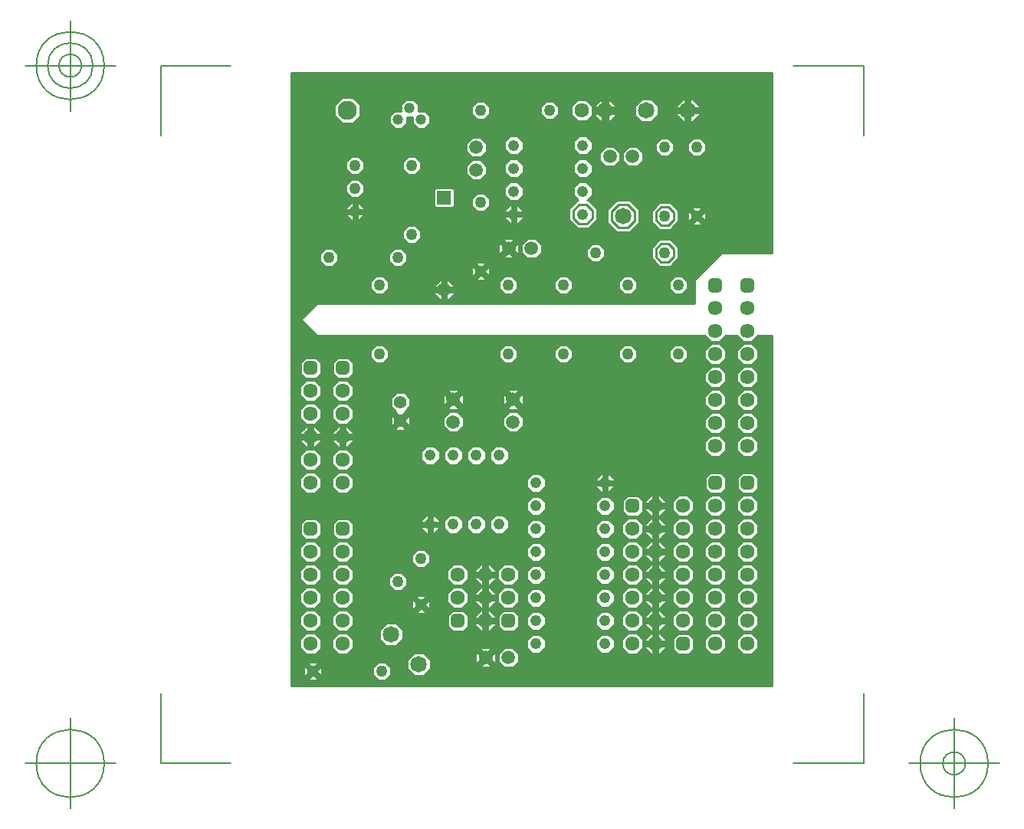
<source format=gbr>
G04 Generated by Ultiboard 11.0 *
%FSLAX25Y25*%
%MOIN*%

%ADD10C,0.01000*%
%ADD11C,0.00500*%
%ADD12C,0.05000*%
%ADD13C,0.06334*%
%ADD14R,0.02083X0.02083*%
%ADD15C,0.03917*%
%ADD16C,0.07166*%
%ADD17C,0.04666*%
%ADD18C,0.08334*%
%ADD19C,0.04900*%
%ADD20C,0.05906*%
%ADD21C,0.05512*%
%ADD22R,0.05906X0.05906*%


G04 ColorRGB 0000FF for the following layer *
%LNCopper Bottom*%
%LPD*%
%FSLAX25Y25*%
%MOIN*%
G54D10*
X20333Y253519D02*
X20333Y249653D01*
X20333Y249653D02*
X23653Y246333D01*
X23653Y246333D02*
X28347Y246333D01*
X28347Y246333D02*
X30746Y248732D01*
X30746Y248732D02*
X30746Y232000D01*
X30746Y232000D02*
X27743Y232000D01*
X27743Y232000D02*
X25400Y229657D01*
X25400Y229657D02*
X25400Y226343D01*
X25400Y226343D02*
X27743Y224000D01*
X27743Y224000D02*
X30746Y224000D01*
X30746Y224000D02*
X30746Y222000D01*
X30746Y222000D02*
X27743Y222000D01*
X27743Y222000D02*
X25400Y219657D01*
X25400Y219657D02*
X25400Y216960D01*
X25400Y216960D02*
X1500Y216960D01*
X1500Y216960D02*
X1500Y253519D01*
X1500Y253519D02*
X20333Y253519D01*
G36*
X20333Y253519D02*
X20333Y249653D01*
X23653Y246333D01*
X28347Y246333D01*
X30746Y248732D01*
X30746Y232000D01*
X27743Y232000D01*
X25400Y229657D01*
X25400Y226343D01*
X27743Y224000D01*
X30746Y224000D01*
X30746Y222000D01*
X27743Y222000D01*
X25400Y219657D01*
X25400Y216960D01*
X1500Y216960D01*
X1500Y253519D01*
X20333Y253519D01*
G37*
X20333Y253519D02*
X20333Y249653D01*
X20333Y249653D02*
X23653Y246333D01*
X23653Y246333D02*
X28347Y246333D01*
X28347Y246333D02*
X30746Y248732D01*
X30746Y248732D02*
X30746Y232000D01*
X30746Y232000D02*
X27743Y232000D01*
X27743Y232000D02*
X25400Y229657D01*
X25400Y229657D02*
X25400Y226343D01*
X25400Y226343D02*
X27743Y224000D01*
X27743Y224000D02*
X30746Y224000D01*
X30746Y224000D02*
X30746Y222000D01*
X30746Y222000D02*
X27743Y222000D01*
X27743Y222000D02*
X25400Y219657D01*
X25400Y219657D02*
X25400Y216960D01*
X25400Y216960D02*
X1500Y216960D01*
X1500Y216960D02*
X1500Y253519D01*
X1500Y253519D02*
X20333Y253519D01*
X31464Y249450D02*
X31667Y249653D01*
X31667Y249653D02*
X31667Y254347D01*
X31667Y254347D02*
X30746Y255268D01*
X30746Y255268D02*
X30746Y268500D01*
X30746Y268500D02*
X52250Y268500D01*
X52250Y268500D02*
X52250Y256833D01*
X52250Y256833D02*
X51412Y256833D01*
X51412Y256833D02*
X49167Y254588D01*
X49167Y254588D02*
X49167Y251833D01*
X49167Y251833D02*
X46412Y251833D01*
X46412Y251833D02*
X44167Y249588D01*
X44167Y249588D02*
X44167Y249450D01*
X44167Y249450D02*
X31464Y249450D01*
G36*
X31464Y249450D02*
X31667Y249653D01*
X31667Y254347D01*
X30746Y255268D01*
X30746Y268500D01*
X52250Y268500D01*
X52250Y256833D01*
X51412Y256833D01*
X49167Y254588D01*
X49167Y251833D01*
X46412Y251833D01*
X44167Y249588D01*
X44167Y249450D01*
X31464Y249450D01*
G37*
X31464Y249450D02*
X31667Y249653D01*
X31667Y249653D02*
X31667Y254347D01*
X31667Y254347D02*
X30746Y255268D01*
X30746Y255268D02*
X30746Y268500D01*
X30746Y268500D02*
X52250Y268500D01*
X52250Y268500D02*
X52250Y256833D01*
X52250Y256833D02*
X51412Y256833D01*
X51412Y256833D02*
X49167Y254588D01*
X49167Y254588D02*
X49167Y251833D01*
X49167Y251833D02*
X46412Y251833D01*
X46412Y251833D02*
X44167Y249588D01*
X44167Y249588D02*
X44167Y249450D01*
X44167Y249450D02*
X31464Y249450D01*
X56833Y251833D02*
X56833Y254588D01*
X56833Y254588D02*
X54588Y256833D01*
X54588Y256833D02*
X52250Y256833D01*
X52250Y256833D02*
X52250Y268500D01*
X52250Y268500D02*
X83355Y268500D01*
X83355Y268500D02*
X83355Y256000D01*
X83355Y256000D02*
X82343Y256000D01*
X82343Y256000D02*
X80000Y253657D01*
X80000Y253657D02*
X80000Y250343D01*
X80000Y250343D02*
X80893Y249450D01*
X80893Y249450D02*
X61833Y249450D01*
X61833Y249450D02*
X61833Y249588D01*
X61833Y249588D02*
X59588Y251833D01*
X59588Y251833D02*
X56833Y251833D01*
G36*
X56833Y251833D02*
X56833Y254588D01*
X54588Y256833D01*
X52250Y256833D01*
X52250Y268500D01*
X83355Y268500D01*
X83355Y256000D01*
X82343Y256000D01*
X80000Y253657D01*
X80000Y250343D01*
X80893Y249450D01*
X61833Y249450D01*
X61833Y249588D01*
X59588Y251833D01*
X56833Y251833D01*
G37*
X56833Y251833D02*
X56833Y254588D01*
X56833Y254588D02*
X54588Y256833D01*
X54588Y256833D02*
X52250Y256833D01*
X52250Y256833D02*
X52250Y268500D01*
X52250Y268500D02*
X83355Y268500D01*
X83355Y268500D02*
X83355Y256000D01*
X83355Y256000D02*
X82343Y256000D01*
X82343Y256000D02*
X80000Y253657D01*
X80000Y253657D02*
X80000Y250343D01*
X80000Y250343D02*
X80893Y249450D01*
X80893Y249450D02*
X61833Y249450D01*
X61833Y249450D02*
X61833Y249588D01*
X61833Y249588D02*
X59588Y251833D01*
X59588Y251833D02*
X56833Y251833D01*
X83355Y248000D02*
X85657Y248000D01*
X85657Y248000D02*
X88000Y250343D01*
X88000Y250343D02*
X88000Y253657D01*
X88000Y253657D02*
X85657Y256000D01*
X85657Y256000D02*
X83355Y256000D01*
X83355Y256000D02*
X83355Y268500D01*
X83355Y268500D02*
X106000Y268500D01*
X106000Y268500D02*
X106000Y238112D01*
X106000Y238112D02*
X102464Y238112D01*
X102464Y238112D02*
X102464Y238477D01*
X102464Y238477D02*
X100044Y240897D01*
X100044Y240897D02*
X96622Y240897D01*
X96622Y240897D02*
X94202Y238477D01*
X94202Y238477D02*
X94202Y238112D01*
X94202Y238112D02*
X86185Y238112D01*
X86185Y238112D02*
X83844Y240453D01*
X83844Y240453D02*
X83355Y240453D01*
X83355Y240453D02*
X83355Y248000D01*
G36*
X83355Y248000D02*
X85657Y248000D01*
X88000Y250343D01*
X88000Y253657D01*
X85657Y256000D01*
X83355Y256000D01*
X83355Y268500D01*
X106000Y268500D01*
X106000Y238112D01*
X102464Y238112D01*
X102464Y238477D01*
X100044Y240897D01*
X96622Y240897D01*
X94202Y238477D01*
X94202Y238112D01*
X86185Y238112D01*
X83844Y240453D01*
X83355Y240453D01*
X83355Y248000D01*
G37*
X83355Y248000D02*
X85657Y248000D01*
X85657Y248000D02*
X88000Y250343D01*
X88000Y250343D02*
X88000Y253657D01*
X88000Y253657D02*
X85657Y256000D01*
X85657Y256000D02*
X83355Y256000D01*
X83355Y256000D02*
X83355Y268500D01*
X83355Y268500D02*
X106000Y268500D01*
X106000Y268500D02*
X106000Y238112D01*
X106000Y238112D02*
X102464Y238112D01*
X102464Y238112D02*
X102464Y238477D01*
X102464Y238477D02*
X100044Y240897D01*
X100044Y240897D02*
X96622Y240897D01*
X96622Y240897D02*
X94202Y238477D01*
X94202Y238477D02*
X94202Y238112D01*
X94202Y238112D02*
X86185Y238112D01*
X86185Y238112D02*
X83844Y240453D01*
X83844Y240453D02*
X83355Y240453D01*
X83355Y240453D02*
X83355Y248000D01*
X129680Y256667D02*
X126067Y256667D01*
X126067Y256667D02*
X123333Y253933D01*
X123333Y253933D02*
X123333Y253346D01*
X123333Y253346D02*
X118000Y253346D01*
X118000Y253346D02*
X118000Y253657D01*
X118000Y253657D02*
X115657Y256000D01*
X115657Y256000D02*
X112343Y256000D01*
X112343Y256000D02*
X110000Y253657D01*
X110000Y253657D02*
X110000Y253346D01*
X110000Y253346D02*
X106000Y253346D01*
X106000Y253346D02*
X106000Y268500D01*
X106000Y268500D02*
X129680Y268500D01*
X129680Y268500D02*
X129680Y256667D01*
G36*
X129680Y256667D02*
X126067Y256667D01*
X123333Y253933D01*
X123333Y253346D01*
X118000Y253346D01*
X118000Y253657D01*
X115657Y256000D01*
X112343Y256000D01*
X110000Y253657D01*
X110000Y253346D01*
X106000Y253346D01*
X106000Y268500D01*
X129680Y268500D01*
X129680Y256667D01*
G37*
X129680Y256667D02*
X126067Y256667D01*
X126067Y256667D02*
X123333Y253933D01*
X123333Y253933D02*
X123333Y253346D01*
X123333Y253346D02*
X118000Y253346D01*
X118000Y253346D02*
X118000Y253657D01*
X118000Y253657D02*
X115657Y256000D01*
X115657Y256000D02*
X112343Y256000D01*
X112343Y256000D02*
X110000Y253657D01*
X110000Y253657D02*
X110000Y253346D01*
X110000Y253346D02*
X106000Y253346D01*
X106000Y253346D02*
X106000Y268500D01*
X106000Y268500D02*
X129680Y268500D01*
X129680Y268500D02*
X129680Y256667D01*
X123333Y253346D02*
X123333Y250067D01*
X123333Y250067D02*
X126067Y247333D01*
X126067Y247333D02*
X129680Y247333D01*
X129680Y247333D02*
X129680Y240897D01*
X129680Y240897D02*
X126622Y240897D01*
X126622Y240897D02*
X124202Y238477D01*
X124202Y238477D02*
X124202Y235054D01*
X124202Y235054D02*
X125901Y233355D01*
X125901Y233355D02*
X106000Y233355D01*
X106000Y233355D02*
X106000Y253346D01*
X106000Y253346D02*
X110000Y253346D01*
X110000Y253346D02*
X110000Y250343D01*
X110000Y250343D02*
X112343Y248000D01*
X112343Y248000D02*
X115657Y248000D01*
X115657Y248000D02*
X118000Y250343D01*
X118000Y250343D02*
X118000Y253346D01*
X118000Y253346D02*
X123333Y253346D01*
G36*
X123333Y253346D02*
X123333Y250067D01*
X126067Y247333D01*
X129680Y247333D01*
X129680Y240897D01*
X126622Y240897D01*
X124202Y238477D01*
X124202Y235054D01*
X125901Y233355D01*
X106000Y233355D01*
X106000Y253346D01*
X110000Y253346D01*
X110000Y250343D01*
X112343Y248000D01*
X115657Y248000D01*
X118000Y250343D01*
X118000Y253346D01*
X123333Y253346D01*
G37*
X123333Y253346D02*
X123333Y250067D01*
X123333Y250067D02*
X126067Y247333D01*
X126067Y247333D02*
X129680Y247333D01*
X129680Y247333D02*
X129680Y240897D01*
X129680Y240897D02*
X126622Y240897D01*
X126622Y240897D02*
X124202Y238477D01*
X124202Y238477D02*
X124202Y235054D01*
X124202Y235054D02*
X125901Y233355D01*
X125901Y233355D02*
X106000Y233355D01*
X106000Y233355D02*
X106000Y253346D01*
X106000Y253346D02*
X110000Y253346D01*
X110000Y253346D02*
X110000Y250343D01*
X110000Y250343D02*
X112343Y248000D01*
X112343Y248000D02*
X115657Y248000D01*
X115657Y248000D02*
X118000Y250343D01*
X118000Y250343D02*
X118000Y253346D01*
X118000Y253346D02*
X123333Y253346D01*
X135526Y256500D02*
X133500Y254474D01*
X133500Y254474D02*
X133500Y253237D01*
X133500Y253237D02*
X135526Y253237D01*
X135526Y253237D02*
X135526Y250763D01*
X135526Y250763D02*
X133500Y250763D01*
X133500Y250763D02*
X133500Y249526D01*
X133500Y249526D02*
X132126Y249526D01*
X132126Y249526D02*
X132667Y250067D01*
X132667Y250067D02*
X132667Y253933D01*
X132667Y253933D02*
X129933Y256667D01*
X129933Y256667D02*
X129680Y256667D01*
X129680Y256667D02*
X129680Y268500D01*
X129680Y268500D02*
X135526Y268500D01*
X135526Y268500D02*
X135526Y256500D01*
G36*
X135526Y256500D02*
X133500Y254474D01*
X133500Y253237D01*
X135526Y253237D01*
X135526Y250763D01*
X133500Y250763D01*
X133500Y249526D01*
X132126Y249526D01*
X132667Y250067D01*
X132667Y253933D01*
X129933Y256667D01*
X129680Y256667D01*
X129680Y268500D01*
X135526Y268500D01*
X135526Y256500D01*
G37*
X135526Y256500D02*
X133500Y254474D01*
X133500Y254474D02*
X133500Y253237D01*
X133500Y253237D02*
X135526Y253237D01*
X135526Y253237D02*
X135526Y250763D01*
X135526Y250763D02*
X133500Y250763D01*
X133500Y250763D02*
X133500Y249526D01*
X133500Y249526D02*
X132126Y249526D01*
X132126Y249526D02*
X132667Y250067D01*
X132667Y250067D02*
X132667Y253933D01*
X132667Y253933D02*
X129933Y256667D01*
X129933Y256667D02*
X129680Y256667D01*
X129680Y256667D02*
X129680Y268500D01*
X129680Y268500D02*
X135526Y268500D01*
X135526Y268500D02*
X135526Y256500D01*
X140474Y256500D02*
X139237Y256500D01*
X139237Y256500D02*
X139237Y253237D01*
X139237Y253237D02*
X140474Y253237D01*
X140474Y253237D02*
X140474Y250763D01*
X140474Y250763D02*
X139237Y250763D01*
X139237Y250763D02*
X139237Y249526D01*
X139237Y249526D02*
X136763Y249526D01*
X136763Y249526D02*
X136763Y250763D01*
X136763Y250763D02*
X135526Y250763D01*
X135526Y250763D02*
X135526Y253237D01*
X135526Y253237D02*
X136763Y253237D01*
X136763Y253237D02*
X136763Y256500D01*
X136763Y256500D02*
X135526Y256500D01*
X135526Y256500D02*
X135526Y268500D01*
X135526Y268500D02*
X140474Y268500D01*
X140474Y268500D02*
X140474Y256500D01*
G36*
X140474Y256500D02*
X139237Y256500D01*
X139237Y253237D01*
X140474Y253237D01*
X140474Y250763D01*
X139237Y250763D01*
X139237Y249526D01*
X136763Y249526D01*
X136763Y250763D01*
X135526Y250763D01*
X135526Y253237D01*
X136763Y253237D01*
X136763Y256500D01*
X135526Y256500D01*
X135526Y268500D01*
X140474Y268500D01*
X140474Y256500D01*
G37*
X140474Y256500D02*
X139237Y256500D01*
X139237Y256500D02*
X139237Y253237D01*
X139237Y253237D02*
X140474Y253237D01*
X140474Y253237D02*
X140474Y250763D01*
X140474Y250763D02*
X139237Y250763D01*
X139237Y250763D02*
X139237Y249526D01*
X139237Y249526D02*
X136763Y249526D01*
X136763Y249526D02*
X136763Y250763D01*
X136763Y250763D02*
X135526Y250763D01*
X135526Y250763D02*
X135526Y253237D01*
X135526Y253237D02*
X136763Y253237D01*
X136763Y253237D02*
X136763Y256500D01*
X136763Y256500D02*
X135526Y256500D01*
X135526Y256500D02*
X135526Y268500D01*
X135526Y268500D02*
X140474Y268500D01*
X140474Y268500D02*
X140474Y256500D01*
X159750Y255438D02*
X158105Y257083D01*
X158105Y257083D02*
X153895Y257083D01*
X153895Y257083D02*
X150917Y254105D01*
X150917Y254105D02*
X150917Y249895D01*
X150917Y249895D02*
X151286Y249526D01*
X151286Y249526D02*
X142500Y249526D01*
X142500Y249526D02*
X142500Y250763D01*
X142500Y250763D02*
X140474Y250763D01*
X140474Y250763D02*
X140474Y253237D01*
X140474Y253237D02*
X142500Y253237D01*
X142500Y253237D02*
X142500Y254474D01*
X142500Y254474D02*
X140474Y256500D01*
X140474Y256500D02*
X140474Y268500D01*
X140474Y268500D02*
X159750Y268500D01*
X159750Y268500D02*
X159750Y255438D01*
G36*
X159750Y255438D02*
X158105Y257083D01*
X153895Y257083D01*
X150917Y254105D01*
X150917Y249895D01*
X151286Y249526D01*
X142500Y249526D01*
X142500Y250763D01*
X140474Y250763D01*
X140474Y253237D01*
X142500Y253237D01*
X142500Y254474D01*
X140474Y256500D01*
X140474Y268500D01*
X159750Y268500D01*
X159750Y255438D01*
G37*
X159750Y255438D02*
X158105Y257083D01*
X158105Y257083D02*
X153895Y257083D01*
X153895Y257083D02*
X150917Y254105D01*
X150917Y254105D02*
X150917Y249895D01*
X150917Y249895D02*
X151286Y249526D01*
X151286Y249526D02*
X142500Y249526D01*
X142500Y249526D02*
X142500Y250763D01*
X142500Y250763D02*
X140474Y250763D01*
X140474Y250763D02*
X140474Y253237D01*
X140474Y253237D02*
X142500Y253237D01*
X142500Y253237D02*
X142500Y254474D01*
X142500Y254474D02*
X140474Y256500D01*
X140474Y256500D02*
X140474Y268500D01*
X140474Y268500D02*
X159750Y268500D01*
X159750Y268500D02*
X159750Y255438D01*
X171895Y257083D02*
X168917Y254105D01*
X168917Y254105D02*
X168917Y253053D01*
X168917Y253053D02*
X171895Y253053D01*
X171895Y253053D02*
X171895Y250947D01*
X171895Y250947D02*
X168917Y250947D01*
X168917Y250947D02*
X168917Y249895D01*
X168917Y249895D02*
X161083Y249895D01*
X161083Y249895D02*
X161083Y254105D01*
X161083Y254105D02*
X159750Y255438D01*
X159750Y255438D02*
X159750Y268500D01*
X159750Y268500D02*
X171895Y268500D01*
X171895Y268500D02*
X171895Y257083D01*
G36*
X171895Y257083D02*
X168917Y254105D01*
X168917Y253053D01*
X171895Y253053D01*
X171895Y250947D01*
X168917Y250947D01*
X168917Y249895D01*
X161083Y249895D01*
X161083Y254105D01*
X159750Y255438D01*
X159750Y268500D01*
X171895Y268500D01*
X171895Y257083D01*
G37*
X171895Y257083D02*
X168917Y254105D01*
X168917Y254105D02*
X168917Y253053D01*
X168917Y253053D02*
X171895Y253053D01*
X171895Y253053D02*
X171895Y250947D01*
X171895Y250947D02*
X168917Y250947D01*
X168917Y250947D02*
X168917Y249895D01*
X168917Y249895D02*
X161083Y249895D01*
X161083Y249895D02*
X161083Y254105D01*
X161083Y254105D02*
X159750Y255438D01*
X159750Y255438D02*
X159750Y268500D01*
X159750Y268500D02*
X171895Y268500D01*
X171895Y268500D02*
X171895Y257083D01*
X176105Y257083D02*
X175053Y257083D01*
X175053Y257083D02*
X175053Y253053D01*
X175053Y253053D02*
X176105Y253053D01*
X176105Y253053D02*
X176105Y250947D01*
X176105Y250947D02*
X175053Y250947D01*
X175053Y250947D02*
X175053Y249895D01*
X175053Y249895D02*
X172947Y249895D01*
X172947Y249895D02*
X172947Y250947D01*
X172947Y250947D02*
X171895Y250947D01*
X171895Y250947D02*
X171895Y253053D01*
X171895Y253053D02*
X172947Y253053D01*
X172947Y253053D02*
X172947Y257083D01*
X172947Y257083D02*
X171895Y257083D01*
X171895Y257083D02*
X171895Y268500D01*
X171895Y268500D02*
X176105Y268500D01*
X176105Y268500D02*
X176105Y257083D01*
G36*
X176105Y257083D02*
X175053Y257083D01*
X175053Y253053D01*
X176105Y253053D01*
X176105Y250947D01*
X175053Y250947D01*
X175053Y249895D01*
X172947Y249895D01*
X172947Y250947D01*
X171895Y250947D01*
X171895Y253053D01*
X172947Y253053D01*
X172947Y257083D01*
X171895Y257083D01*
X171895Y268500D01*
X176105Y268500D01*
X176105Y257083D01*
G37*
X176105Y257083D02*
X175053Y257083D01*
X175053Y257083D02*
X175053Y253053D01*
X175053Y253053D02*
X176105Y253053D01*
X176105Y253053D02*
X176105Y250947D01*
X176105Y250947D02*
X175053Y250947D01*
X175053Y250947D02*
X175053Y249895D01*
X175053Y249895D02*
X172947Y249895D01*
X172947Y249895D02*
X172947Y250947D01*
X172947Y250947D02*
X171895Y250947D01*
X171895Y250947D02*
X171895Y253053D01*
X171895Y253053D02*
X172947Y253053D01*
X172947Y253053D02*
X172947Y257083D01*
X172947Y257083D02*
X171895Y257083D01*
X171895Y257083D02*
X171895Y268500D01*
X171895Y268500D02*
X176105Y268500D01*
X176105Y268500D02*
X176105Y257083D01*
X176105Y253053D02*
X179083Y253053D01*
X179083Y253053D02*
X179083Y254105D01*
X179083Y254105D02*
X176105Y257083D01*
X176105Y257083D02*
X176105Y268500D01*
X176105Y268500D02*
X210500Y268500D01*
X210500Y268500D02*
X210500Y237346D01*
X210500Y237346D02*
X182000Y237346D01*
X182000Y237346D02*
X182000Y237657D01*
X182000Y237657D02*
X179657Y240000D01*
X179657Y240000D02*
X176343Y240000D01*
X176343Y240000D02*
X176105Y239762D01*
X176105Y239762D02*
X176105Y246917D01*
X176105Y246917D02*
X179083Y249895D01*
X179083Y249895D02*
X179083Y250947D01*
X179083Y250947D02*
X176105Y250947D01*
X176105Y250947D02*
X176105Y253053D01*
G36*
X176105Y253053D02*
X179083Y253053D01*
X179083Y254105D01*
X176105Y257083D01*
X176105Y268500D01*
X210500Y268500D01*
X210500Y237346D01*
X182000Y237346D01*
X182000Y237657D01*
X179657Y240000D01*
X176343Y240000D01*
X176105Y239762D01*
X176105Y246917D01*
X179083Y249895D01*
X179083Y250947D01*
X176105Y250947D01*
X176105Y253053D01*
G37*
X176105Y253053D02*
X179083Y253053D01*
X179083Y253053D02*
X179083Y254105D01*
X179083Y254105D02*
X176105Y257083D01*
X176105Y257083D02*
X176105Y268500D01*
X176105Y268500D02*
X210500Y268500D01*
X210500Y268500D02*
X210500Y237346D01*
X210500Y237346D02*
X182000Y237346D01*
X182000Y237346D02*
X182000Y237657D01*
X182000Y237657D02*
X179657Y240000D01*
X179657Y240000D02*
X176343Y240000D01*
X176343Y240000D02*
X176105Y239762D01*
X176105Y239762D02*
X176105Y246917D01*
X176105Y246917D02*
X179083Y249895D01*
X179083Y249895D02*
X179083Y250947D01*
X179083Y250947D02*
X176105Y250947D01*
X176105Y250947D02*
X176105Y253053D01*
X129680Y230897D02*
X126622Y230897D01*
X126622Y230897D02*
X124202Y228477D01*
X124202Y228477D02*
X124202Y225054D01*
X124202Y225054D02*
X126622Y222634D01*
X126622Y222634D02*
X129680Y222634D01*
X129680Y222634D02*
X129680Y220897D01*
X129680Y220897D02*
X126622Y220897D01*
X126622Y220897D02*
X124202Y218477D01*
X124202Y218477D02*
X124202Y216960D01*
X124202Y216960D02*
X106000Y216960D01*
X106000Y216960D02*
X106000Y233355D01*
X106000Y233355D02*
X125901Y233355D01*
X125901Y233355D02*
X126622Y232634D01*
X126622Y232634D02*
X129680Y232634D01*
X129680Y232634D02*
X129680Y230897D01*
G36*
X129680Y230897D02*
X126622Y230897D01*
X124202Y228477D01*
X124202Y225054D01*
X126622Y222634D01*
X129680Y222634D01*
X129680Y220897D01*
X126622Y220897D01*
X124202Y218477D01*
X124202Y216960D01*
X106000Y216960D01*
X106000Y233355D01*
X125901Y233355D01*
X126622Y232634D01*
X129680Y232634D01*
X129680Y230897D01*
G37*
X129680Y230897D02*
X126622Y230897D01*
X126622Y230897D02*
X124202Y228477D01*
X124202Y228477D02*
X124202Y225054D01*
X124202Y225054D02*
X126622Y222634D01*
X126622Y222634D02*
X129680Y222634D01*
X129680Y222634D02*
X129680Y220897D01*
X129680Y220897D02*
X126622Y220897D01*
X126622Y220897D02*
X124202Y218477D01*
X124202Y218477D02*
X124202Y216960D01*
X124202Y216960D02*
X106000Y216960D01*
X106000Y216960D02*
X106000Y233355D01*
X106000Y233355D02*
X125901Y233355D01*
X125901Y233355D02*
X126622Y232634D01*
X126622Y232634D02*
X129680Y232634D01*
X129680Y232634D02*
X129680Y230897D01*
X106000Y187547D02*
X107844Y187547D01*
X107844Y187547D02*
X110453Y190156D01*
X110453Y190156D02*
X110453Y193844D01*
X110453Y193844D02*
X107844Y196453D01*
X107844Y196453D02*
X106000Y196453D01*
X106000Y196453D02*
X106000Y209305D01*
X106000Y209305D02*
X122202Y209305D01*
X122202Y209305D02*
X122202Y204226D01*
X122202Y204226D02*
X125794Y200634D01*
X125794Y200634D02*
X125794Y177346D01*
X125794Y177346D02*
X124000Y177346D01*
X124000Y177346D02*
X124000Y177657D01*
X124000Y177657D02*
X121657Y180000D01*
X121657Y180000D02*
X118343Y180000D01*
X118343Y180000D02*
X116000Y177657D01*
X116000Y177657D02*
X116000Y177346D01*
X116000Y177346D02*
X106000Y177346D01*
X106000Y177346D02*
X106000Y187547D01*
G36*
X106000Y187547D02*
X107844Y187547D01*
X110453Y190156D01*
X110453Y193844D01*
X107844Y196453D01*
X106000Y196453D01*
X106000Y209305D01*
X122202Y209305D01*
X122202Y204226D01*
X125794Y200634D01*
X125794Y177346D01*
X124000Y177346D01*
X124000Y177657D01*
X121657Y180000D01*
X118343Y180000D01*
X116000Y177657D01*
X116000Y177346D01*
X106000Y177346D01*
X106000Y187547D01*
G37*
X106000Y187547D02*
X107844Y187547D01*
X107844Y187547D02*
X110453Y190156D01*
X110453Y190156D02*
X110453Y193844D01*
X110453Y193844D02*
X107844Y196453D01*
X107844Y196453D02*
X106000Y196453D01*
X106000Y196453D02*
X106000Y209305D01*
X106000Y209305D02*
X122202Y209305D01*
X122202Y209305D02*
X122202Y204226D01*
X122202Y204226D02*
X125794Y200634D01*
X125794Y200634D02*
X125794Y177346D01*
X125794Y177346D02*
X124000Y177346D01*
X124000Y177346D02*
X124000Y177657D01*
X124000Y177657D02*
X121657Y180000D01*
X121657Y180000D02*
X118343Y180000D01*
X118343Y180000D02*
X116000Y177657D01*
X116000Y177657D02*
X116000Y177346D01*
X116000Y177346D02*
X106000Y177346D01*
X106000Y177346D02*
X106000Y187547D01*
X116000Y177346D02*
X116000Y174343D01*
X116000Y174343D02*
X118343Y172000D01*
X118343Y172000D02*
X121657Y172000D01*
X121657Y172000D02*
X124000Y174343D01*
X124000Y174343D02*
X124000Y177346D01*
X124000Y177346D02*
X125794Y177346D01*
X125794Y177346D02*
X125794Y168000D01*
X125794Y168000D02*
X106000Y168000D01*
X106000Y168000D02*
X106000Y177346D01*
X106000Y177346D02*
X116000Y177346D01*
G36*
X116000Y177346D02*
X116000Y174343D01*
X118343Y172000D01*
X121657Y172000D01*
X124000Y174343D01*
X124000Y177346D01*
X125794Y177346D01*
X125794Y168000D01*
X106000Y168000D01*
X106000Y177346D01*
X116000Y177346D01*
G37*
X116000Y177346D02*
X116000Y174343D01*
X116000Y174343D02*
X118343Y172000D01*
X118343Y172000D02*
X121657Y172000D01*
X121657Y172000D02*
X124000Y174343D01*
X124000Y174343D02*
X124000Y177346D01*
X124000Y177346D02*
X125794Y177346D01*
X125794Y177346D02*
X125794Y168000D01*
X125794Y168000D02*
X106000Y168000D01*
X106000Y168000D02*
X106000Y177346D01*
X106000Y177346D02*
X116000Y177346D01*
X130873Y192530D02*
X130000Y191657D01*
X130000Y191657D02*
X130000Y188343D01*
X130000Y188343D02*
X130873Y187470D01*
X130873Y187470D02*
X130873Y168000D01*
X130873Y168000D02*
X125794Y168000D01*
X125794Y168000D02*
X125794Y200634D01*
X125794Y200634D02*
X130873Y200634D01*
X130873Y200634D02*
X130873Y192530D01*
G36*
X130873Y192530D02*
X130000Y191657D01*
X130000Y188343D01*
X130873Y187470D01*
X130873Y168000D01*
X125794Y168000D01*
X125794Y200634D01*
X130873Y200634D01*
X130873Y192530D01*
G37*
X130873Y192530D02*
X130000Y191657D01*
X130000Y191657D02*
X130000Y188343D01*
X130000Y188343D02*
X130873Y187470D01*
X130873Y187470D02*
X130873Y168000D01*
X130873Y168000D02*
X125794Y168000D01*
X125794Y168000D02*
X125794Y200634D01*
X125794Y200634D02*
X130873Y200634D01*
X130873Y200634D02*
X130873Y192530D01*
X124202Y216960D02*
X124202Y215054D01*
X124202Y215054D02*
X126360Y212897D01*
X126360Y212897D02*
X125794Y212897D01*
X125794Y212897D02*
X122202Y209305D01*
X122202Y209305D02*
X106000Y209305D01*
X106000Y209305D02*
X106000Y216960D01*
X106000Y216960D02*
X124202Y216960D01*
G36*
X124202Y216960D02*
X124202Y215054D01*
X126360Y212897D01*
X125794Y212897D01*
X122202Y209305D01*
X106000Y209305D01*
X106000Y216960D01*
X124202Y216960D01*
G37*
X124202Y216960D02*
X124202Y215054D01*
X124202Y215054D02*
X126360Y212897D01*
X126360Y212897D02*
X125794Y212897D01*
X125794Y212897D02*
X122202Y209305D01*
X122202Y209305D02*
X106000Y209305D01*
X106000Y209305D02*
X106000Y216960D01*
X106000Y216960D02*
X124202Y216960D01*
X149346Y150000D02*
X146343Y150000D01*
X146343Y150000D02*
X144000Y147657D01*
X144000Y147657D02*
X144000Y144343D01*
X144000Y144343D02*
X146343Y142000D01*
X146343Y142000D02*
X149346Y142000D01*
X149346Y142000D02*
X149346Y107880D01*
X149346Y107880D02*
X121346Y107880D01*
X121346Y107880D02*
X121346Y142000D01*
X121346Y142000D02*
X121657Y142000D01*
X121657Y142000D02*
X124000Y144343D01*
X124000Y144343D02*
X124000Y147657D01*
X124000Y147657D02*
X121657Y150000D01*
X121657Y150000D02*
X121346Y150000D01*
X121346Y150000D02*
X121346Y154000D01*
X121346Y154000D02*
X149346Y154000D01*
X149346Y154000D02*
X149346Y150000D01*
G36*
X149346Y150000D02*
X146343Y150000D01*
X144000Y147657D01*
X144000Y144343D01*
X146343Y142000D01*
X149346Y142000D01*
X149346Y107880D01*
X121346Y107880D01*
X121346Y142000D01*
X121657Y142000D01*
X124000Y144343D01*
X124000Y147657D01*
X121657Y150000D01*
X121346Y150000D01*
X121346Y154000D01*
X149346Y154000D01*
X149346Y150000D01*
G37*
X149346Y150000D02*
X146343Y150000D01*
X146343Y150000D02*
X144000Y147657D01*
X144000Y147657D02*
X144000Y144343D01*
X144000Y144343D02*
X146343Y142000D01*
X146343Y142000D02*
X149346Y142000D01*
X149346Y142000D02*
X149346Y107880D01*
X149346Y107880D02*
X121346Y107880D01*
X121346Y107880D02*
X121346Y142000D01*
X121346Y142000D02*
X121657Y142000D01*
X121657Y142000D02*
X124000Y144343D01*
X124000Y144343D02*
X124000Y147657D01*
X124000Y147657D02*
X121657Y150000D01*
X121657Y150000D02*
X121346Y150000D01*
X121346Y150000D02*
X121346Y154000D01*
X121346Y154000D02*
X149346Y154000D01*
X149346Y154000D02*
X149346Y150000D01*
X112131Y88289D02*
X112131Y91711D01*
X112131Y91711D02*
X109711Y94131D01*
X109711Y94131D02*
X106289Y94131D01*
X106289Y94131D02*
X106000Y93842D01*
X106000Y93842D02*
X106000Y107880D01*
X106000Y107880D02*
X136289Y107880D01*
X136289Y107880D02*
X136289Y94131D01*
X136289Y94131D02*
X133869Y91711D01*
X133869Y91711D02*
X133869Y90856D01*
X133869Y90856D02*
X136289Y90856D01*
X136289Y90856D02*
X136289Y89144D01*
X136289Y89144D02*
X133869Y89144D01*
X133869Y89144D02*
X133869Y88289D01*
X133869Y88289D02*
X112131Y88289D01*
G36*
X112131Y88289D02*
X112131Y91711D01*
X109711Y94131D01*
X106289Y94131D01*
X106000Y93842D01*
X106000Y107880D01*
X136289Y107880D01*
X136289Y94131D01*
X133869Y91711D01*
X133869Y90856D01*
X136289Y90856D01*
X136289Y89144D01*
X133869Y89144D01*
X133869Y88289D01*
X112131Y88289D01*
G37*
X112131Y88289D02*
X112131Y91711D01*
X112131Y91711D02*
X109711Y94131D01*
X109711Y94131D02*
X106289Y94131D01*
X106289Y94131D02*
X106000Y93842D01*
X106000Y93842D02*
X106000Y107880D01*
X106000Y107880D02*
X136289Y107880D01*
X136289Y107880D02*
X136289Y94131D01*
X136289Y94131D02*
X133869Y91711D01*
X133869Y91711D02*
X133869Y90856D01*
X133869Y90856D02*
X136289Y90856D01*
X136289Y90856D02*
X136289Y89144D01*
X136289Y89144D02*
X133869Y89144D01*
X133869Y89144D02*
X133869Y88289D01*
X133869Y88289D02*
X112131Y88289D01*
X106000Y86158D02*
X106289Y85869D01*
X106289Y85869D02*
X109711Y85869D01*
X109711Y85869D02*
X112131Y88289D01*
X112131Y88289D02*
X133869Y88289D01*
X133869Y88289D02*
X136289Y85869D01*
X136289Y85869D02*
X137144Y85869D01*
X137144Y85869D02*
X137144Y88289D01*
X137144Y88289D02*
X138856Y88289D01*
X138856Y88289D02*
X138856Y85869D01*
X138856Y85869D02*
X139346Y85869D01*
X139346Y85869D02*
X139346Y84131D01*
X139346Y84131D02*
X136289Y84131D01*
X136289Y84131D02*
X133869Y81711D01*
X133869Y81711D02*
X133869Y78289D01*
X133869Y78289D02*
X136289Y75869D01*
X136289Y75869D02*
X139346Y75869D01*
X139346Y75869D02*
X139346Y74131D01*
X139346Y74131D02*
X136289Y74131D01*
X136289Y74131D02*
X133869Y71711D01*
X133869Y71711D02*
X133869Y71346D01*
X133869Y71346D02*
X112131Y71346D01*
X112131Y71346D02*
X112131Y71711D01*
X112131Y71711D02*
X109711Y74131D01*
X109711Y74131D02*
X106289Y74131D01*
X106289Y74131D02*
X106000Y73842D01*
X106000Y73842D02*
X106000Y76158D01*
X106000Y76158D02*
X106289Y75869D01*
X106289Y75869D02*
X109711Y75869D01*
X109711Y75869D02*
X112131Y78289D01*
X112131Y78289D02*
X112131Y81711D01*
X112131Y81711D02*
X109711Y84131D01*
X109711Y84131D02*
X106289Y84131D01*
X106289Y84131D02*
X106000Y83842D01*
X106000Y83842D02*
X106000Y86158D01*
G36*
X106000Y86158D02*
X106289Y85869D01*
X109711Y85869D01*
X112131Y88289D01*
X133869Y88289D01*
X136289Y85869D01*
X137144Y85869D01*
X137144Y88289D01*
X138856Y88289D01*
X138856Y85869D01*
X139346Y85869D01*
X139346Y84131D01*
X136289Y84131D01*
X133869Y81711D01*
X133869Y78289D01*
X136289Y75869D01*
X139346Y75869D01*
X139346Y74131D01*
X136289Y74131D01*
X133869Y71711D01*
X133869Y71346D01*
X112131Y71346D01*
X112131Y71711D01*
X109711Y74131D01*
X106289Y74131D01*
X106000Y73842D01*
X106000Y76158D01*
X106289Y75869D01*
X109711Y75869D01*
X112131Y78289D01*
X112131Y81711D01*
X109711Y84131D01*
X106289Y84131D01*
X106000Y83842D01*
X106000Y86158D01*
G37*
X106000Y86158D02*
X106289Y85869D01*
X106289Y85869D02*
X109711Y85869D01*
X109711Y85869D02*
X112131Y88289D01*
X112131Y88289D02*
X133869Y88289D01*
X133869Y88289D02*
X136289Y85869D01*
X136289Y85869D02*
X137144Y85869D01*
X137144Y85869D02*
X137144Y88289D01*
X137144Y88289D02*
X138856Y88289D01*
X138856Y88289D02*
X138856Y85869D01*
X138856Y85869D02*
X139346Y85869D01*
X139346Y85869D02*
X139346Y84131D01*
X139346Y84131D02*
X136289Y84131D01*
X136289Y84131D02*
X133869Y81711D01*
X133869Y81711D02*
X133869Y78289D01*
X133869Y78289D02*
X136289Y75869D01*
X136289Y75869D02*
X139346Y75869D01*
X139346Y75869D02*
X139346Y74131D01*
X139346Y74131D02*
X136289Y74131D01*
X136289Y74131D02*
X133869Y71711D01*
X133869Y71711D02*
X133869Y71346D01*
X133869Y71346D02*
X112131Y71346D01*
X112131Y71346D02*
X112131Y71711D01*
X112131Y71711D02*
X109711Y74131D01*
X109711Y74131D02*
X106289Y74131D01*
X106289Y74131D02*
X106000Y73842D01*
X106000Y73842D02*
X106000Y76158D01*
X106000Y76158D02*
X106289Y75869D01*
X106289Y75869D02*
X109711Y75869D01*
X109711Y75869D02*
X112131Y78289D01*
X112131Y78289D02*
X112131Y81711D01*
X112131Y81711D02*
X109711Y84131D01*
X109711Y84131D02*
X106289Y84131D01*
X106289Y84131D02*
X106000Y83842D01*
X106000Y83842D02*
X106000Y86158D01*
X141909Y61933D02*
X139711Y64131D01*
X139711Y64131D02*
X136289Y64131D01*
X136289Y64131D02*
X134091Y61933D01*
X134091Y61933D02*
X111909Y61933D01*
X111909Y61933D02*
X109711Y64131D01*
X109711Y64131D02*
X106289Y64131D01*
X106289Y64131D02*
X106000Y63842D01*
X106000Y63842D02*
X106000Y66158D01*
X106000Y66158D02*
X106289Y65869D01*
X106289Y65869D02*
X109711Y65869D01*
X109711Y65869D02*
X111909Y68067D01*
X111909Y68067D02*
X134091Y68067D01*
X134091Y68067D02*
X136289Y65869D01*
X136289Y65869D02*
X139711Y65869D01*
X139711Y65869D02*
X141909Y68067D01*
X141909Y68067D02*
X145333Y68067D01*
X145333Y68067D02*
X148067Y65333D01*
X148067Y65333D02*
X151933Y65333D01*
X151933Y65333D02*
X154667Y68067D01*
X154667Y68067D02*
X155333Y68067D01*
X155333Y68067D02*
X158067Y65333D01*
X158067Y65333D02*
X159033Y65333D01*
X159033Y65333D02*
X159033Y68067D01*
X159033Y68067D02*
X159750Y68067D01*
X159750Y68067D02*
X159750Y61933D01*
X159750Y61933D02*
X159033Y61933D01*
X159033Y61933D02*
X159033Y64667D01*
X159033Y64667D02*
X158067Y64667D01*
X158067Y64667D02*
X155333Y61933D01*
X155333Y61933D02*
X154667Y61933D01*
X154667Y61933D02*
X151933Y64667D01*
X151933Y64667D02*
X148067Y64667D01*
X148067Y64667D02*
X145333Y61933D01*
X145333Y61933D02*
X141909Y61933D01*
G36*
X141909Y61933D02*
X139711Y64131D01*
X136289Y64131D01*
X134091Y61933D01*
X111909Y61933D01*
X109711Y64131D01*
X106289Y64131D01*
X106000Y63842D01*
X106000Y66158D01*
X106289Y65869D01*
X109711Y65869D01*
X111909Y68067D01*
X134091Y68067D01*
X136289Y65869D01*
X139711Y65869D01*
X141909Y68067D01*
X145333Y68067D01*
X148067Y65333D01*
X151933Y65333D01*
X154667Y68067D01*
X155333Y68067D01*
X158067Y65333D01*
X159033Y65333D01*
X159033Y68067D01*
X159750Y68067D01*
X159750Y61933D01*
X159033Y61933D01*
X159033Y64667D01*
X158067Y64667D01*
X155333Y61933D01*
X154667Y61933D01*
X151933Y64667D01*
X148067Y64667D01*
X145333Y61933D01*
X141909Y61933D01*
G37*
X141909Y61933D02*
X139711Y64131D01*
X139711Y64131D02*
X136289Y64131D01*
X136289Y64131D02*
X134091Y61933D01*
X134091Y61933D02*
X111909Y61933D01*
X111909Y61933D02*
X109711Y64131D01*
X109711Y64131D02*
X106289Y64131D01*
X106289Y64131D02*
X106000Y63842D01*
X106000Y63842D02*
X106000Y66158D01*
X106000Y66158D02*
X106289Y65869D01*
X106289Y65869D02*
X109711Y65869D01*
X109711Y65869D02*
X111909Y68067D01*
X111909Y68067D02*
X134091Y68067D01*
X134091Y68067D02*
X136289Y65869D01*
X136289Y65869D02*
X139711Y65869D01*
X139711Y65869D02*
X141909Y68067D01*
X141909Y68067D02*
X145333Y68067D01*
X145333Y68067D02*
X148067Y65333D01*
X148067Y65333D02*
X151933Y65333D01*
X151933Y65333D02*
X154667Y68067D01*
X154667Y68067D02*
X155333Y68067D01*
X155333Y68067D02*
X158067Y65333D01*
X158067Y65333D02*
X159033Y65333D01*
X159033Y65333D02*
X159033Y68067D01*
X159033Y68067D02*
X159750Y68067D01*
X159750Y68067D02*
X159750Y61933D01*
X159750Y61933D02*
X159033Y61933D01*
X159033Y61933D02*
X159033Y64667D01*
X159033Y64667D02*
X158067Y64667D01*
X158067Y64667D02*
X155333Y61933D01*
X155333Y61933D02*
X154667Y61933D01*
X154667Y61933D02*
X151933Y64667D01*
X151933Y64667D02*
X148067Y64667D01*
X148067Y64667D02*
X145333Y61933D01*
X145333Y61933D02*
X141909Y61933D01*
X134091Y58067D02*
X136289Y55869D01*
X136289Y55869D02*
X139711Y55869D01*
X139711Y55869D02*
X141909Y58067D01*
X141909Y58067D02*
X145333Y58067D01*
X145333Y58067D02*
X148067Y55333D01*
X148067Y55333D02*
X151933Y55333D01*
X151933Y55333D02*
X154667Y58067D01*
X154667Y58067D02*
X155333Y58067D01*
X155333Y58067D02*
X158067Y55333D01*
X158067Y55333D02*
X159033Y55333D01*
X159033Y55333D02*
X159033Y58067D01*
X159033Y58067D02*
X159750Y58067D01*
X159750Y58067D02*
X159750Y53339D01*
X159750Y53339D02*
X159033Y53339D01*
X159033Y53339D02*
X159033Y54667D01*
X159033Y54667D02*
X158067Y54667D01*
X158067Y54667D02*
X156739Y53339D01*
X156739Y53339D02*
X153261Y53339D01*
X153261Y53339D02*
X151933Y54667D01*
X151933Y54667D02*
X148067Y54667D01*
X148067Y54667D02*
X146739Y53339D01*
X146739Y53339D02*
X140503Y53339D01*
X140503Y53339D02*
X139711Y54131D01*
X139711Y54131D02*
X136289Y54131D01*
X136289Y54131D02*
X135497Y53339D01*
X135497Y53339D02*
X110503Y53339D01*
X110503Y53339D02*
X109711Y54131D01*
X109711Y54131D02*
X106289Y54131D01*
X106289Y54131D02*
X106000Y53842D01*
X106000Y53842D02*
X106000Y56158D01*
X106000Y56158D02*
X106289Y55869D01*
X106289Y55869D02*
X109711Y55869D01*
X109711Y55869D02*
X111909Y58067D01*
X111909Y58067D02*
X134091Y58067D01*
G36*
X134091Y58067D02*
X136289Y55869D01*
X139711Y55869D01*
X141909Y58067D01*
X145333Y58067D01*
X148067Y55333D01*
X151933Y55333D01*
X154667Y58067D01*
X155333Y58067D01*
X158067Y55333D01*
X159033Y55333D01*
X159033Y58067D01*
X159750Y58067D01*
X159750Y53339D01*
X159033Y53339D01*
X159033Y54667D01*
X158067Y54667D01*
X156739Y53339D01*
X153261Y53339D01*
X151933Y54667D01*
X148067Y54667D01*
X146739Y53339D01*
X140503Y53339D01*
X139711Y54131D01*
X136289Y54131D01*
X135497Y53339D01*
X110503Y53339D01*
X109711Y54131D01*
X106289Y54131D01*
X106000Y53842D01*
X106000Y56158D01*
X106289Y55869D01*
X109711Y55869D01*
X111909Y58067D01*
X134091Y58067D01*
G37*
X134091Y58067D02*
X136289Y55869D01*
X136289Y55869D02*
X139711Y55869D01*
X139711Y55869D02*
X141909Y58067D01*
X141909Y58067D02*
X145333Y58067D01*
X145333Y58067D02*
X148067Y55333D01*
X148067Y55333D02*
X151933Y55333D01*
X151933Y55333D02*
X154667Y58067D01*
X154667Y58067D02*
X155333Y58067D01*
X155333Y58067D02*
X158067Y55333D01*
X158067Y55333D02*
X159033Y55333D01*
X159033Y55333D02*
X159033Y58067D01*
X159033Y58067D02*
X159750Y58067D01*
X159750Y58067D02*
X159750Y53339D01*
X159750Y53339D02*
X159033Y53339D01*
X159033Y53339D02*
X159033Y54667D01*
X159033Y54667D02*
X158067Y54667D01*
X158067Y54667D02*
X156739Y53339D01*
X156739Y53339D02*
X153261Y53339D01*
X153261Y53339D02*
X151933Y54667D01*
X151933Y54667D02*
X148067Y54667D01*
X148067Y54667D02*
X146739Y53339D01*
X146739Y53339D02*
X140503Y53339D01*
X140503Y53339D02*
X139711Y54131D01*
X139711Y54131D02*
X136289Y54131D01*
X136289Y54131D02*
X135497Y53339D01*
X135497Y53339D02*
X110503Y53339D01*
X110503Y53339D02*
X109711Y54131D01*
X109711Y54131D02*
X106289Y54131D01*
X106289Y54131D02*
X106000Y53842D01*
X106000Y53842D02*
X106000Y56158D01*
X106000Y56158D02*
X106289Y55869D01*
X106289Y55869D02*
X109711Y55869D01*
X109711Y55869D02*
X111909Y58067D01*
X111909Y58067D02*
X134091Y58067D01*
X134091Y61933D02*
X133869Y61711D01*
X133869Y61711D02*
X133869Y58289D01*
X133869Y58289D02*
X134091Y58067D01*
X134091Y58067D02*
X111909Y58067D01*
X111909Y58067D02*
X112131Y58289D01*
X112131Y58289D02*
X112131Y61711D01*
X112131Y61711D02*
X111909Y61933D01*
X111909Y61933D02*
X134091Y61933D01*
G36*
X134091Y61933D02*
X133869Y61711D01*
X133869Y58289D01*
X134091Y58067D01*
X111909Y58067D01*
X112131Y58289D01*
X112131Y61711D01*
X111909Y61933D01*
X134091Y61933D01*
G37*
X134091Y61933D02*
X133869Y61711D01*
X133869Y61711D02*
X133869Y58289D01*
X133869Y58289D02*
X134091Y58067D01*
X134091Y58067D02*
X111909Y58067D01*
X111909Y58067D02*
X112131Y58289D01*
X112131Y58289D02*
X112131Y61711D01*
X112131Y61711D02*
X111909Y61933D01*
X111909Y61933D02*
X134091Y61933D01*
X111909Y68067D02*
X112131Y68289D01*
X112131Y68289D02*
X112131Y71346D01*
X112131Y71346D02*
X133869Y71346D01*
X133869Y71346D02*
X133869Y68289D01*
X133869Y68289D02*
X134091Y68067D01*
X134091Y68067D02*
X111909Y68067D01*
G36*
X111909Y68067D02*
X112131Y68289D01*
X112131Y71346D01*
X133869Y71346D01*
X133869Y68289D01*
X134091Y68067D01*
X111909Y68067D01*
G37*
X111909Y68067D02*
X112131Y68289D01*
X112131Y68289D02*
X112131Y71346D01*
X112131Y71346D02*
X133869Y71346D01*
X133869Y71346D02*
X133869Y68289D01*
X133869Y68289D02*
X134091Y68067D01*
X134091Y68067D02*
X111909Y68067D01*
X112131Y41346D02*
X112131Y41711D01*
X112131Y41711D02*
X109711Y44131D01*
X109711Y44131D02*
X106289Y44131D01*
X106289Y44131D02*
X106000Y43842D01*
X106000Y43842D02*
X106000Y46158D01*
X106000Y46158D02*
X106289Y45869D01*
X106289Y45869D02*
X109711Y45869D01*
X109711Y45869D02*
X112131Y48289D01*
X112131Y48289D02*
X112131Y51711D01*
X112131Y51711D02*
X110503Y53339D01*
X110503Y53339D02*
X135497Y53339D01*
X135497Y53339D02*
X133869Y51711D01*
X133869Y51711D02*
X133869Y48289D01*
X133869Y48289D02*
X136289Y45869D01*
X136289Y45869D02*
X139346Y45869D01*
X139346Y45869D02*
X139346Y44131D01*
X139346Y44131D02*
X136289Y44131D01*
X136289Y44131D02*
X133869Y41711D01*
X133869Y41711D02*
X133869Y41346D01*
X133869Y41346D02*
X112131Y41346D01*
G36*
X112131Y41346D02*
X112131Y41711D01*
X109711Y44131D01*
X106289Y44131D01*
X106000Y43842D01*
X106000Y46158D01*
X106289Y45869D01*
X109711Y45869D01*
X112131Y48289D01*
X112131Y51711D01*
X110503Y53339D01*
X135497Y53339D01*
X133869Y51711D01*
X133869Y48289D01*
X136289Y45869D01*
X139346Y45869D01*
X139346Y44131D01*
X136289Y44131D01*
X133869Y41711D01*
X133869Y41346D01*
X112131Y41346D01*
G37*
X112131Y41346D02*
X112131Y41711D01*
X112131Y41711D02*
X109711Y44131D01*
X109711Y44131D02*
X106289Y44131D01*
X106289Y44131D02*
X106000Y43842D01*
X106000Y43842D02*
X106000Y46158D01*
X106000Y46158D02*
X106289Y45869D01*
X106289Y45869D02*
X109711Y45869D01*
X109711Y45869D02*
X112131Y48289D01*
X112131Y48289D02*
X112131Y51711D01*
X112131Y51711D02*
X110503Y53339D01*
X110503Y53339D02*
X135497Y53339D01*
X135497Y53339D02*
X133869Y51711D01*
X133869Y51711D02*
X133869Y48289D01*
X133869Y48289D02*
X136289Y45869D01*
X136289Y45869D02*
X139346Y45869D01*
X139346Y45869D02*
X139346Y44131D01*
X139346Y44131D02*
X136289Y44131D01*
X136289Y44131D02*
X133869Y41711D01*
X133869Y41711D02*
X133869Y41346D01*
X133869Y41346D02*
X112131Y41346D01*
X139346Y34131D02*
X136289Y34131D01*
X136289Y34131D02*
X133869Y31711D01*
X133869Y31711D02*
X133869Y28289D01*
X133869Y28289D02*
X136289Y25869D01*
X136289Y25869D02*
X139346Y25869D01*
X139346Y25869D02*
X139346Y24131D01*
X139346Y24131D02*
X136289Y24131D01*
X136289Y24131D02*
X133869Y21711D01*
X133869Y21711D02*
X133869Y21346D01*
X133869Y21346D02*
X112131Y21346D01*
X112131Y21346D02*
X112131Y21711D01*
X112131Y21711D02*
X109711Y24131D01*
X109711Y24131D02*
X106289Y24131D01*
X106289Y24131D02*
X106000Y23842D01*
X106000Y23842D02*
X106000Y26158D01*
X106000Y26158D02*
X106289Y25869D01*
X106289Y25869D02*
X109711Y25869D01*
X109711Y25869D02*
X112131Y28289D01*
X112131Y28289D02*
X112131Y31711D01*
X112131Y31711D02*
X109711Y34131D01*
X109711Y34131D02*
X106289Y34131D01*
X106289Y34131D02*
X106000Y33842D01*
X106000Y33842D02*
X106000Y36158D01*
X106000Y36158D02*
X106289Y35869D01*
X106289Y35869D02*
X109711Y35869D01*
X109711Y35869D02*
X112131Y38289D01*
X112131Y38289D02*
X112131Y41346D01*
X112131Y41346D02*
X133869Y41346D01*
X133869Y41346D02*
X133869Y38289D01*
X133869Y38289D02*
X136289Y35869D01*
X136289Y35869D02*
X139346Y35869D01*
X139346Y35869D02*
X139346Y34131D01*
G36*
X139346Y34131D02*
X136289Y34131D01*
X133869Y31711D01*
X133869Y28289D01*
X136289Y25869D01*
X139346Y25869D01*
X139346Y24131D01*
X136289Y24131D01*
X133869Y21711D01*
X133869Y21346D01*
X112131Y21346D01*
X112131Y21711D01*
X109711Y24131D01*
X106289Y24131D01*
X106000Y23842D01*
X106000Y26158D01*
X106289Y25869D01*
X109711Y25869D01*
X112131Y28289D01*
X112131Y31711D01*
X109711Y34131D01*
X106289Y34131D01*
X106000Y33842D01*
X106000Y36158D01*
X106289Y35869D01*
X109711Y35869D01*
X112131Y38289D01*
X112131Y41346D01*
X133869Y41346D01*
X133869Y38289D01*
X136289Y35869D01*
X139346Y35869D01*
X139346Y34131D01*
G37*
X139346Y34131D02*
X136289Y34131D01*
X136289Y34131D02*
X133869Y31711D01*
X133869Y31711D02*
X133869Y28289D01*
X133869Y28289D02*
X136289Y25869D01*
X136289Y25869D02*
X139346Y25869D01*
X139346Y25869D02*
X139346Y24131D01*
X139346Y24131D02*
X136289Y24131D01*
X136289Y24131D02*
X133869Y21711D01*
X133869Y21711D02*
X133869Y21346D01*
X133869Y21346D02*
X112131Y21346D01*
X112131Y21346D02*
X112131Y21711D01*
X112131Y21711D02*
X109711Y24131D01*
X109711Y24131D02*
X106289Y24131D01*
X106289Y24131D02*
X106000Y23842D01*
X106000Y23842D02*
X106000Y26158D01*
X106000Y26158D02*
X106289Y25869D01*
X106289Y25869D02*
X109711Y25869D01*
X109711Y25869D02*
X112131Y28289D01*
X112131Y28289D02*
X112131Y31711D01*
X112131Y31711D02*
X109711Y34131D01*
X109711Y34131D02*
X106289Y34131D01*
X106289Y34131D02*
X106000Y33842D01*
X106000Y33842D02*
X106000Y36158D01*
X106000Y36158D02*
X106289Y35869D01*
X106289Y35869D02*
X109711Y35869D01*
X109711Y35869D02*
X112131Y38289D01*
X112131Y38289D02*
X112131Y41346D01*
X112131Y41346D02*
X133869Y41346D01*
X133869Y41346D02*
X133869Y38289D01*
X133869Y38289D02*
X136289Y35869D01*
X136289Y35869D02*
X139346Y35869D01*
X139346Y35869D02*
X139346Y34131D01*
X106000Y16158D02*
X106289Y15869D01*
X106289Y15869D02*
X109711Y15869D01*
X109711Y15869D02*
X111909Y18067D01*
X111909Y18067D02*
X134091Y18067D01*
X134091Y18067D02*
X136289Y15869D01*
X136289Y15869D02*
X139711Y15869D01*
X139711Y15869D02*
X141909Y18067D01*
X141909Y18067D02*
X145333Y18067D01*
X145333Y18067D02*
X148067Y15333D01*
X148067Y15333D02*
X151933Y15333D01*
X151933Y15333D02*
X154667Y18067D01*
X154667Y18067D02*
X155333Y18067D01*
X155333Y18067D02*
X158067Y15333D01*
X158067Y15333D02*
X159033Y15333D01*
X159033Y15333D02*
X159033Y18067D01*
X159033Y18067D02*
X159750Y18067D01*
X159750Y18067D02*
X159750Y1799D01*
X159750Y1799D02*
X106000Y1799D01*
X106000Y1799D02*
X106000Y16158D01*
G36*
X106000Y16158D02*
X106289Y15869D01*
X109711Y15869D01*
X111909Y18067D01*
X134091Y18067D01*
X136289Y15869D01*
X139711Y15869D01*
X141909Y18067D01*
X145333Y18067D01*
X148067Y15333D01*
X151933Y15333D01*
X154667Y18067D01*
X155333Y18067D01*
X158067Y15333D01*
X159033Y15333D01*
X159033Y18067D01*
X159750Y18067D01*
X159750Y1799D01*
X106000Y1799D01*
X106000Y16158D01*
G37*
X106000Y16158D02*
X106289Y15869D01*
X106289Y15869D02*
X109711Y15869D01*
X109711Y15869D02*
X111909Y18067D01*
X111909Y18067D02*
X134091Y18067D01*
X134091Y18067D02*
X136289Y15869D01*
X136289Y15869D02*
X139711Y15869D01*
X139711Y15869D02*
X141909Y18067D01*
X141909Y18067D02*
X145333Y18067D01*
X145333Y18067D02*
X148067Y15333D01*
X148067Y15333D02*
X151933Y15333D01*
X151933Y15333D02*
X154667Y18067D01*
X154667Y18067D02*
X155333Y18067D01*
X155333Y18067D02*
X158067Y15333D01*
X158067Y15333D02*
X159033Y15333D01*
X159033Y15333D02*
X159033Y18067D01*
X159033Y18067D02*
X159750Y18067D01*
X159750Y18067D02*
X159750Y1799D01*
X159750Y1799D02*
X106000Y1799D01*
X106000Y1799D02*
X106000Y16158D01*
X111909Y18067D02*
X112131Y18289D01*
X112131Y18289D02*
X112131Y21346D01*
X112131Y21346D02*
X133869Y21346D01*
X133869Y21346D02*
X133869Y18289D01*
X133869Y18289D02*
X134091Y18067D01*
X134091Y18067D02*
X111909Y18067D01*
G36*
X111909Y18067D02*
X112131Y18289D01*
X112131Y21346D01*
X133869Y21346D01*
X133869Y18289D01*
X134091Y18067D01*
X111909Y18067D01*
G37*
X111909Y18067D02*
X112131Y18289D01*
X112131Y18289D02*
X112131Y21346D01*
X112131Y21346D02*
X133869Y21346D01*
X133869Y21346D02*
X133869Y18289D01*
X133869Y18289D02*
X134091Y18067D01*
X134091Y18067D02*
X111909Y18067D01*
X11346Y134667D02*
X8067Y134667D01*
X8067Y134667D02*
X5333Y131933D01*
X5333Y131933D02*
X5333Y128067D01*
X5333Y128067D02*
X8067Y125333D01*
X8067Y125333D02*
X11346Y125333D01*
X11346Y125333D02*
X11346Y124667D01*
X11346Y124667D02*
X8067Y124667D01*
X8067Y124667D02*
X5333Y121933D01*
X5333Y121933D02*
X5333Y118067D01*
X5333Y118067D02*
X8067Y115333D01*
X8067Y115333D02*
X11346Y115333D01*
X11346Y115333D02*
X11346Y114667D01*
X11346Y114667D02*
X10967Y114667D01*
X10967Y114667D02*
X10967Y113493D01*
X10967Y113493D02*
X9033Y113493D01*
X9033Y113493D02*
X9033Y114667D01*
X9033Y114667D02*
X8067Y114667D01*
X8067Y114667D02*
X6893Y113493D01*
X6893Y113493D02*
X1500Y113493D01*
X1500Y113493D02*
X1500Y147346D01*
X1500Y147346D02*
X11346Y147346D01*
X11346Y147346D02*
X11346Y144500D01*
X11346Y144500D02*
X7526Y144500D01*
X7526Y144500D02*
X5500Y142474D01*
X5500Y142474D02*
X5500Y137526D01*
X5500Y137526D02*
X7526Y135500D01*
X7526Y135500D02*
X11346Y135500D01*
X11346Y135500D02*
X11346Y134667D01*
G36*
X11346Y134667D02*
X8067Y134667D01*
X5333Y131933D01*
X5333Y128067D01*
X8067Y125333D01*
X11346Y125333D01*
X11346Y124667D01*
X8067Y124667D01*
X5333Y121933D01*
X5333Y118067D01*
X8067Y115333D01*
X11346Y115333D01*
X11346Y114667D01*
X10967Y114667D01*
X10967Y113493D01*
X9033Y113493D01*
X9033Y114667D01*
X8067Y114667D01*
X6893Y113493D01*
X1500Y113493D01*
X1500Y147346D01*
X11346Y147346D01*
X11346Y144500D01*
X7526Y144500D01*
X5500Y142474D01*
X5500Y137526D01*
X7526Y135500D01*
X11346Y135500D01*
X11346Y134667D01*
G37*
X11346Y134667D02*
X8067Y134667D01*
X8067Y134667D02*
X5333Y131933D01*
X5333Y131933D02*
X5333Y128067D01*
X5333Y128067D02*
X8067Y125333D01*
X8067Y125333D02*
X11346Y125333D01*
X11346Y125333D02*
X11346Y124667D01*
X11346Y124667D02*
X8067Y124667D01*
X8067Y124667D02*
X5333Y121933D01*
X5333Y121933D02*
X5333Y118067D01*
X5333Y118067D02*
X8067Y115333D01*
X8067Y115333D02*
X11346Y115333D01*
X11346Y115333D02*
X11346Y114667D01*
X11346Y114667D02*
X10967Y114667D01*
X10967Y114667D02*
X10967Y113493D01*
X10967Y113493D02*
X9033Y113493D01*
X9033Y113493D02*
X9033Y114667D01*
X9033Y114667D02*
X8067Y114667D01*
X8067Y114667D02*
X6893Y113493D01*
X6893Y113493D02*
X1500Y113493D01*
X1500Y113493D02*
X1500Y147346D01*
X1500Y147346D02*
X11346Y147346D01*
X11346Y147346D02*
X11346Y144500D01*
X11346Y144500D02*
X7526Y144500D01*
X7526Y144500D02*
X5500Y142474D01*
X5500Y142474D02*
X5500Y137526D01*
X5500Y137526D02*
X7526Y135500D01*
X7526Y135500D02*
X11346Y135500D01*
X11346Y135500D02*
X11346Y134667D01*
X11346Y125333D02*
X11933Y125333D01*
X11933Y125333D02*
X14667Y128067D01*
X14667Y128067D02*
X14667Y131933D01*
X14667Y131933D02*
X11933Y134667D01*
X11933Y134667D02*
X11346Y134667D01*
X11346Y134667D02*
X11346Y135500D01*
X11346Y135500D02*
X12474Y135500D01*
X12474Y135500D02*
X14500Y137526D01*
X14500Y137526D02*
X14500Y142474D01*
X14500Y142474D02*
X12474Y144500D01*
X12474Y144500D02*
X11346Y144500D01*
X11346Y144500D02*
X11346Y147346D01*
X11346Y147346D02*
X25346Y147346D01*
X25346Y147346D02*
X25346Y144500D01*
X25346Y144500D02*
X21526Y144500D01*
X21526Y144500D02*
X19500Y142474D01*
X19500Y142474D02*
X19500Y137526D01*
X19500Y137526D02*
X21526Y135500D01*
X21526Y135500D02*
X25346Y135500D01*
X25346Y135500D02*
X25346Y134667D01*
X25346Y134667D02*
X22067Y134667D01*
X22067Y134667D02*
X19333Y131933D01*
X19333Y131933D02*
X19333Y128067D01*
X19333Y128067D02*
X22067Y125333D01*
X22067Y125333D02*
X25346Y125333D01*
X25346Y125333D02*
X25346Y124667D01*
X25346Y124667D02*
X22067Y124667D01*
X22067Y124667D02*
X19333Y121933D01*
X19333Y121933D02*
X19333Y118067D01*
X19333Y118067D02*
X22067Y115333D01*
X22067Y115333D02*
X25346Y115333D01*
X25346Y115333D02*
X25346Y114667D01*
X25346Y114667D02*
X24967Y114667D01*
X24967Y114667D02*
X24967Y113493D01*
X24967Y113493D02*
X23033Y113493D01*
X23033Y113493D02*
X23033Y114667D01*
X23033Y114667D02*
X22067Y114667D01*
X22067Y114667D02*
X20893Y113493D01*
X20893Y113493D02*
X13107Y113493D01*
X13107Y113493D02*
X11933Y114667D01*
X11933Y114667D02*
X11346Y114667D01*
X11346Y114667D02*
X11346Y115333D01*
X11346Y115333D02*
X11933Y115333D01*
X11933Y115333D02*
X14667Y118067D01*
X14667Y118067D02*
X14667Y121933D01*
X14667Y121933D02*
X11933Y124667D01*
X11933Y124667D02*
X11346Y124667D01*
X11346Y124667D02*
X11346Y125333D01*
G36*
X11346Y125333D02*
X11933Y125333D01*
X14667Y128067D01*
X14667Y131933D01*
X11933Y134667D01*
X11346Y134667D01*
X11346Y135500D01*
X12474Y135500D01*
X14500Y137526D01*
X14500Y142474D01*
X12474Y144500D01*
X11346Y144500D01*
X11346Y147346D01*
X25346Y147346D01*
X25346Y144500D01*
X21526Y144500D01*
X19500Y142474D01*
X19500Y137526D01*
X21526Y135500D01*
X25346Y135500D01*
X25346Y134667D01*
X22067Y134667D01*
X19333Y131933D01*
X19333Y128067D01*
X22067Y125333D01*
X25346Y125333D01*
X25346Y124667D01*
X22067Y124667D01*
X19333Y121933D01*
X19333Y118067D01*
X22067Y115333D01*
X25346Y115333D01*
X25346Y114667D01*
X24967Y114667D01*
X24967Y113493D01*
X23033Y113493D01*
X23033Y114667D01*
X22067Y114667D01*
X20893Y113493D01*
X13107Y113493D01*
X11933Y114667D01*
X11346Y114667D01*
X11346Y115333D01*
X11933Y115333D01*
X14667Y118067D01*
X14667Y121933D01*
X11933Y124667D01*
X11346Y124667D01*
X11346Y125333D01*
G37*
X11346Y125333D02*
X11933Y125333D01*
X11933Y125333D02*
X14667Y128067D01*
X14667Y128067D02*
X14667Y131933D01*
X14667Y131933D02*
X11933Y134667D01*
X11933Y134667D02*
X11346Y134667D01*
X11346Y134667D02*
X11346Y135500D01*
X11346Y135500D02*
X12474Y135500D01*
X12474Y135500D02*
X14500Y137526D01*
X14500Y137526D02*
X14500Y142474D01*
X14500Y142474D02*
X12474Y144500D01*
X12474Y144500D02*
X11346Y144500D01*
X11346Y144500D02*
X11346Y147346D01*
X11346Y147346D02*
X25346Y147346D01*
X25346Y147346D02*
X25346Y144500D01*
X25346Y144500D02*
X21526Y144500D01*
X21526Y144500D02*
X19500Y142474D01*
X19500Y142474D02*
X19500Y137526D01*
X19500Y137526D02*
X21526Y135500D01*
X21526Y135500D02*
X25346Y135500D01*
X25346Y135500D02*
X25346Y134667D01*
X25346Y134667D02*
X22067Y134667D01*
X22067Y134667D02*
X19333Y131933D01*
X19333Y131933D02*
X19333Y128067D01*
X19333Y128067D02*
X22067Y125333D01*
X22067Y125333D02*
X25346Y125333D01*
X25346Y125333D02*
X25346Y124667D01*
X25346Y124667D02*
X22067Y124667D01*
X22067Y124667D02*
X19333Y121933D01*
X19333Y121933D02*
X19333Y118067D01*
X19333Y118067D02*
X22067Y115333D01*
X22067Y115333D02*
X25346Y115333D01*
X25346Y115333D02*
X25346Y114667D01*
X25346Y114667D02*
X24967Y114667D01*
X24967Y114667D02*
X24967Y113493D01*
X24967Y113493D02*
X23033Y113493D01*
X23033Y113493D02*
X23033Y114667D01*
X23033Y114667D02*
X22067Y114667D01*
X22067Y114667D02*
X20893Y113493D01*
X20893Y113493D02*
X13107Y113493D01*
X13107Y113493D02*
X11933Y114667D01*
X11933Y114667D02*
X11346Y114667D01*
X11346Y114667D02*
X11346Y115333D01*
X11346Y115333D02*
X11933Y115333D01*
X11933Y115333D02*
X14667Y118067D01*
X14667Y118067D02*
X14667Y121933D01*
X14667Y121933D02*
X11933Y124667D01*
X11933Y124667D02*
X11346Y124667D01*
X11346Y124667D02*
X11346Y125333D01*
X25346Y125333D02*
X25933Y125333D01*
X25933Y125333D02*
X28667Y128067D01*
X28667Y128067D02*
X28667Y131933D01*
X28667Y131933D02*
X25933Y134667D01*
X25933Y134667D02*
X25346Y134667D01*
X25346Y134667D02*
X25346Y135500D01*
X25346Y135500D02*
X26474Y135500D01*
X26474Y135500D02*
X28500Y137526D01*
X28500Y137526D02*
X28500Y142474D01*
X28500Y142474D02*
X26474Y144500D01*
X26474Y144500D02*
X25346Y144500D01*
X25346Y144500D02*
X25346Y147346D01*
X25346Y147346D02*
X36000Y147346D01*
X36000Y147346D02*
X36000Y144343D01*
X36000Y144343D02*
X38343Y142000D01*
X38343Y142000D02*
X41657Y142000D01*
X41657Y142000D02*
X44000Y144343D01*
X44000Y144343D02*
X44000Y147346D01*
X44000Y147346D02*
X45367Y147346D01*
X45367Y147346D02*
X45367Y127386D01*
X45367Y127386D02*
X44744Y126763D01*
X44744Y126763D02*
X44744Y123237D01*
X44744Y123237D02*
X45367Y122614D01*
X45367Y122614D02*
X45367Y119512D01*
X45367Y119512D02*
X44744Y118889D01*
X44744Y118889D02*
X44744Y115363D01*
X44744Y115363D02*
X45367Y114740D01*
X45367Y114740D02*
X45367Y113493D01*
X45367Y113493D02*
X27107Y113493D01*
X27107Y113493D02*
X25933Y114667D01*
X25933Y114667D02*
X25346Y114667D01*
X25346Y114667D02*
X25346Y115333D01*
X25346Y115333D02*
X25933Y115333D01*
X25933Y115333D02*
X28667Y118067D01*
X28667Y118067D02*
X28667Y121933D01*
X28667Y121933D02*
X25933Y124667D01*
X25933Y124667D02*
X25346Y124667D01*
X25346Y124667D02*
X25346Y125333D01*
G36*
X25346Y125333D02*
X25933Y125333D01*
X28667Y128067D01*
X28667Y131933D01*
X25933Y134667D01*
X25346Y134667D01*
X25346Y135500D01*
X26474Y135500D01*
X28500Y137526D01*
X28500Y142474D01*
X26474Y144500D01*
X25346Y144500D01*
X25346Y147346D01*
X36000Y147346D01*
X36000Y144343D01*
X38343Y142000D01*
X41657Y142000D01*
X44000Y144343D01*
X44000Y147346D01*
X45367Y147346D01*
X45367Y127386D01*
X44744Y126763D01*
X44744Y123237D01*
X45367Y122614D01*
X45367Y119512D01*
X44744Y118889D01*
X44744Y115363D01*
X45367Y114740D01*
X45367Y113493D01*
X27107Y113493D01*
X25933Y114667D01*
X25346Y114667D01*
X25346Y115333D01*
X25933Y115333D01*
X28667Y118067D01*
X28667Y121933D01*
X25933Y124667D01*
X25346Y124667D01*
X25346Y125333D01*
G37*
X25346Y125333D02*
X25933Y125333D01*
X25933Y125333D02*
X28667Y128067D01*
X28667Y128067D02*
X28667Y131933D01*
X28667Y131933D02*
X25933Y134667D01*
X25933Y134667D02*
X25346Y134667D01*
X25346Y134667D02*
X25346Y135500D01*
X25346Y135500D02*
X26474Y135500D01*
X26474Y135500D02*
X28500Y137526D01*
X28500Y137526D02*
X28500Y142474D01*
X28500Y142474D02*
X26474Y144500D01*
X26474Y144500D02*
X25346Y144500D01*
X25346Y144500D02*
X25346Y147346D01*
X25346Y147346D02*
X36000Y147346D01*
X36000Y147346D02*
X36000Y144343D01*
X36000Y144343D02*
X38343Y142000D01*
X38343Y142000D02*
X41657Y142000D01*
X41657Y142000D02*
X44000Y144343D01*
X44000Y144343D02*
X44000Y147346D01*
X44000Y147346D02*
X45367Y147346D01*
X45367Y147346D02*
X45367Y127386D01*
X45367Y127386D02*
X44744Y126763D01*
X44744Y126763D02*
X44744Y123237D01*
X44744Y123237D02*
X45367Y122614D01*
X45367Y122614D02*
X45367Y119512D01*
X45367Y119512D02*
X44744Y118889D01*
X44744Y118889D02*
X44744Y115363D01*
X44744Y115363D02*
X45367Y114740D01*
X45367Y114740D02*
X45367Y113493D01*
X45367Y113493D02*
X27107Y113493D01*
X27107Y113493D02*
X25933Y114667D01*
X25933Y114667D02*
X25346Y114667D01*
X25346Y114667D02*
X25346Y115333D01*
X25346Y115333D02*
X25933Y115333D01*
X25933Y115333D02*
X28667Y118067D01*
X28667Y118067D02*
X28667Y121933D01*
X28667Y121933D02*
X25933Y124667D01*
X25933Y124667D02*
X25346Y124667D01*
X25346Y124667D02*
X25346Y125333D01*
X52250Y127769D02*
X50763Y129256D01*
X50763Y129256D02*
X47237Y129256D01*
X47237Y129256D02*
X45367Y127386D01*
X45367Y127386D02*
X45367Y147346D01*
X45367Y147346D02*
X52250Y147346D01*
X52250Y147346D02*
X52250Y127769D01*
G36*
X52250Y127769D02*
X50763Y129256D01*
X47237Y129256D01*
X45367Y127386D01*
X45367Y147346D01*
X52250Y147346D01*
X52250Y127769D01*
G37*
X52250Y127769D02*
X50763Y129256D01*
X50763Y129256D02*
X47237Y129256D01*
X47237Y129256D02*
X45367Y127386D01*
X45367Y127386D02*
X45367Y147346D01*
X45367Y147346D02*
X52250Y147346D01*
X52250Y147346D02*
X52250Y127769D01*
X53256Y126285D02*
X53256Y126763D01*
X53256Y126763D02*
X52250Y127769D01*
X52250Y127769D02*
X52250Y154000D01*
X52250Y154000D02*
X73355Y154000D01*
X73355Y154000D02*
X73355Y130738D01*
X73355Y130738D02*
X70156Y130738D01*
X70156Y130738D02*
X69504Y130086D01*
X69504Y130086D02*
X72000Y127589D01*
X72000Y127589D02*
X73355Y128945D01*
X73355Y128945D02*
X73355Y126336D01*
X73355Y126336D02*
X73304Y126285D01*
X73304Y126285D02*
X70696Y126285D01*
X70696Y126285D02*
X68199Y128782D01*
X68199Y128782D02*
X67547Y128130D01*
X67547Y128130D02*
X67547Y126285D01*
X67547Y126285D02*
X53256Y126285D01*
G36*
X53256Y126285D02*
X53256Y126763D01*
X52250Y127769D01*
X52250Y154000D01*
X73355Y154000D01*
X73355Y130738D01*
X70156Y130738D01*
X69504Y130086D01*
X72000Y127589D01*
X73355Y128945D01*
X73355Y126336D01*
X73304Y126285D01*
X70696Y126285D01*
X68199Y128782D01*
X67547Y128130D01*
X67547Y126285D01*
X53256Y126285D01*
G37*
X53256Y126285D02*
X53256Y126763D01*
X53256Y126763D02*
X52250Y127769D01*
X52250Y127769D02*
X52250Y154000D01*
X52250Y154000D02*
X73355Y154000D01*
X73355Y154000D02*
X73355Y130738D01*
X73355Y130738D02*
X70156Y130738D01*
X70156Y130738D02*
X69504Y130086D01*
X69504Y130086D02*
X72000Y127589D01*
X72000Y127589D02*
X73355Y128945D01*
X73355Y128945D02*
X73355Y126336D01*
X73355Y126336D02*
X73304Y126285D01*
X73304Y126285D02*
X70696Y126285D01*
X70696Y126285D02*
X68199Y128782D01*
X68199Y128782D02*
X67547Y128130D01*
X67547Y128130D02*
X67547Y126285D01*
X67547Y126285D02*
X53256Y126285D01*
X52250Y122231D02*
X53256Y123237D01*
X53256Y123237D02*
X53256Y126285D01*
X53256Y126285D02*
X67547Y126285D01*
X67547Y126285D02*
X67547Y124441D01*
X67547Y124441D02*
X68199Y123789D01*
X68199Y123789D02*
X70696Y126285D01*
X70696Y126285D02*
X73304Y126285D01*
X73304Y126285D02*
X73355Y126234D01*
X73355Y126234D02*
X73355Y123626D01*
X73355Y123626D02*
X72000Y124981D01*
X72000Y124981D02*
X69504Y122485D01*
X69504Y122485D02*
X70156Y121833D01*
X70156Y121833D02*
X73355Y121833D01*
X73355Y121833D02*
X73355Y120895D01*
X73355Y120895D02*
X70156Y120895D01*
X70156Y120895D02*
X67547Y118287D01*
X67547Y118287D02*
X67547Y114598D01*
X67547Y114598D02*
X70156Y111990D01*
X70156Y111990D02*
X73355Y111990D01*
X73355Y111990D02*
X73355Y107880D01*
X73355Y107880D02*
X52250Y107880D01*
X52250Y107880D02*
X52250Y115123D01*
X52250Y115123D02*
X52633Y114740D01*
X52633Y114740D02*
X53256Y115363D01*
X53256Y115363D02*
X53256Y118889D01*
X53256Y118889D02*
X52633Y119512D01*
X52633Y119512D02*
X52250Y119129D01*
X52250Y119129D02*
X52250Y122231D01*
G36*
X52250Y122231D02*
X53256Y123237D01*
X53256Y126285D01*
X67547Y126285D01*
X67547Y124441D01*
X68199Y123789D01*
X70696Y126285D01*
X73304Y126285D01*
X73355Y126234D01*
X73355Y123626D01*
X72000Y124981D01*
X69504Y122485D01*
X70156Y121833D01*
X73355Y121833D01*
X73355Y120895D01*
X70156Y120895D01*
X67547Y118287D01*
X67547Y114598D01*
X70156Y111990D01*
X73355Y111990D01*
X73355Y107880D01*
X52250Y107880D01*
X52250Y115123D01*
X52633Y114740D01*
X53256Y115363D01*
X53256Y118889D01*
X52633Y119512D01*
X52250Y119129D01*
X52250Y122231D01*
G37*
X52250Y122231D02*
X53256Y123237D01*
X53256Y123237D02*
X53256Y126285D01*
X53256Y126285D02*
X67547Y126285D01*
X67547Y126285D02*
X67547Y124441D01*
X67547Y124441D02*
X68199Y123789D01*
X68199Y123789D02*
X70696Y126285D01*
X70696Y126285D02*
X73304Y126285D01*
X73304Y126285D02*
X73355Y126234D01*
X73355Y126234D02*
X73355Y123626D01*
X73355Y123626D02*
X72000Y124981D01*
X72000Y124981D02*
X69504Y122485D01*
X69504Y122485D02*
X70156Y121833D01*
X70156Y121833D02*
X73355Y121833D01*
X73355Y121833D02*
X73355Y120895D01*
X73355Y120895D02*
X70156Y120895D01*
X70156Y120895D02*
X67547Y118287D01*
X67547Y118287D02*
X67547Y114598D01*
X67547Y114598D02*
X70156Y111990D01*
X70156Y111990D02*
X73355Y111990D01*
X73355Y111990D02*
X73355Y107880D01*
X73355Y107880D02*
X52250Y107880D01*
X52250Y107880D02*
X52250Y115123D01*
X52250Y115123D02*
X52633Y114740D01*
X52633Y114740D02*
X53256Y115363D01*
X53256Y115363D02*
X53256Y118889D01*
X53256Y118889D02*
X52633Y119512D01*
X52633Y119512D02*
X52250Y119129D01*
X52250Y119129D02*
X52250Y122231D01*
X97346Y130738D02*
X96156Y130738D01*
X96156Y130738D02*
X95504Y130086D01*
X95504Y130086D02*
X97346Y128243D01*
X97346Y128243D02*
X97346Y126285D01*
X97346Y126285D02*
X96696Y126285D01*
X96696Y126285D02*
X94199Y128782D01*
X94199Y128782D02*
X93547Y128130D01*
X93547Y128130D02*
X93547Y126285D01*
X93547Y126285D02*
X76453Y126285D01*
X76453Y126285D02*
X76453Y128130D01*
X76453Y128130D02*
X75801Y128782D01*
X75801Y128782D02*
X73355Y126336D01*
X73355Y126336D02*
X73355Y128945D01*
X73355Y128945D02*
X74496Y130086D01*
X74496Y130086D02*
X73844Y130738D01*
X73844Y130738D02*
X73355Y130738D01*
X73355Y130738D02*
X73355Y154000D01*
X73355Y154000D02*
X97346Y154000D01*
X97346Y154000D02*
X97346Y150000D01*
X97346Y150000D02*
X94343Y150000D01*
X94343Y150000D02*
X92000Y147657D01*
X92000Y147657D02*
X92000Y144343D01*
X92000Y144343D02*
X94343Y142000D01*
X94343Y142000D02*
X97346Y142000D01*
X97346Y142000D02*
X97346Y130738D01*
G36*
X97346Y130738D02*
X96156Y130738D01*
X95504Y130086D01*
X97346Y128243D01*
X97346Y126285D01*
X96696Y126285D01*
X94199Y128782D01*
X93547Y128130D01*
X93547Y126285D01*
X76453Y126285D01*
X76453Y128130D01*
X75801Y128782D01*
X73355Y126336D01*
X73355Y128945D01*
X74496Y130086D01*
X73844Y130738D01*
X73355Y130738D01*
X73355Y154000D01*
X97346Y154000D01*
X97346Y150000D01*
X94343Y150000D01*
X92000Y147657D01*
X92000Y144343D01*
X94343Y142000D01*
X97346Y142000D01*
X97346Y130738D01*
G37*
X97346Y130738D02*
X96156Y130738D01*
X96156Y130738D02*
X95504Y130086D01*
X95504Y130086D02*
X97346Y128243D01*
X97346Y128243D02*
X97346Y126285D01*
X97346Y126285D02*
X96696Y126285D01*
X96696Y126285D02*
X94199Y128782D01*
X94199Y128782D02*
X93547Y128130D01*
X93547Y128130D02*
X93547Y126285D01*
X93547Y126285D02*
X76453Y126285D01*
X76453Y126285D02*
X76453Y128130D01*
X76453Y128130D02*
X75801Y128782D01*
X75801Y128782D02*
X73355Y126336D01*
X73355Y126336D02*
X73355Y128945D01*
X73355Y128945D02*
X74496Y130086D01*
X74496Y130086D02*
X73844Y130738D01*
X73844Y130738D02*
X73355Y130738D01*
X73355Y130738D02*
X73355Y154000D01*
X73355Y154000D02*
X97346Y154000D01*
X97346Y154000D02*
X97346Y150000D01*
X97346Y150000D02*
X94343Y150000D01*
X94343Y150000D02*
X92000Y147657D01*
X92000Y147657D02*
X92000Y144343D01*
X92000Y144343D02*
X94343Y142000D01*
X94343Y142000D02*
X97346Y142000D01*
X97346Y142000D02*
X97346Y130738D01*
X93547Y126285D02*
X93547Y124441D01*
X93547Y124441D02*
X94199Y123789D01*
X94199Y123789D02*
X96696Y126285D01*
X96696Y126285D02*
X97346Y126285D01*
X97346Y126285D02*
X97346Y124327D01*
X97346Y124327D02*
X95504Y122485D01*
X95504Y122485D02*
X96156Y121833D01*
X96156Y121833D02*
X97346Y121833D01*
X97346Y121833D02*
X97346Y120895D01*
X97346Y120895D02*
X96156Y120895D01*
X96156Y120895D02*
X93547Y118287D01*
X93547Y118287D02*
X93547Y114598D01*
X93547Y114598D02*
X96156Y111990D01*
X96156Y111990D02*
X97346Y111990D01*
X97346Y111990D02*
X97346Y107880D01*
X97346Y107880D02*
X73355Y107880D01*
X73355Y107880D02*
X73355Y111990D01*
X73355Y111990D02*
X73844Y111990D01*
X73844Y111990D02*
X76453Y114598D01*
X76453Y114598D02*
X76453Y118287D01*
X76453Y118287D02*
X73844Y120895D01*
X73844Y120895D02*
X73355Y120895D01*
X73355Y120895D02*
X73355Y121833D01*
X73355Y121833D02*
X73844Y121833D01*
X73844Y121833D02*
X74496Y122485D01*
X74496Y122485D02*
X73355Y123626D01*
X73355Y123626D02*
X73355Y126234D01*
X73355Y126234D02*
X75801Y123789D01*
X75801Y123789D02*
X76453Y124441D01*
X76453Y124441D02*
X76453Y126285D01*
X76453Y126285D02*
X93547Y126285D01*
G36*
X93547Y126285D02*
X93547Y124441D01*
X94199Y123789D01*
X96696Y126285D01*
X97346Y126285D01*
X97346Y124327D01*
X95504Y122485D01*
X96156Y121833D01*
X97346Y121833D01*
X97346Y120895D01*
X96156Y120895D01*
X93547Y118287D01*
X93547Y114598D01*
X96156Y111990D01*
X97346Y111990D01*
X97346Y107880D01*
X73355Y107880D01*
X73355Y111990D01*
X73844Y111990D01*
X76453Y114598D01*
X76453Y118287D01*
X73844Y120895D01*
X73355Y120895D01*
X73355Y121833D01*
X73844Y121833D01*
X74496Y122485D01*
X73355Y123626D01*
X73355Y126234D01*
X75801Y123789D01*
X76453Y124441D01*
X76453Y126285D01*
X93547Y126285D01*
G37*
X93547Y126285D02*
X93547Y124441D01*
X93547Y124441D02*
X94199Y123789D01*
X94199Y123789D02*
X96696Y126285D01*
X96696Y126285D02*
X97346Y126285D01*
X97346Y126285D02*
X97346Y124327D01*
X97346Y124327D02*
X95504Y122485D01*
X95504Y122485D02*
X96156Y121833D01*
X96156Y121833D02*
X97346Y121833D01*
X97346Y121833D02*
X97346Y120895D01*
X97346Y120895D02*
X96156Y120895D01*
X96156Y120895D02*
X93547Y118287D01*
X93547Y118287D02*
X93547Y114598D01*
X93547Y114598D02*
X96156Y111990D01*
X96156Y111990D02*
X97346Y111990D01*
X97346Y111990D02*
X97346Y107880D01*
X97346Y107880D02*
X73355Y107880D01*
X73355Y107880D02*
X73355Y111990D01*
X73355Y111990D02*
X73844Y111990D01*
X73844Y111990D02*
X76453Y114598D01*
X76453Y114598D02*
X76453Y118287D01*
X76453Y118287D02*
X73844Y120895D01*
X73844Y120895D02*
X73355Y120895D01*
X73355Y120895D02*
X73355Y121833D01*
X73355Y121833D02*
X73844Y121833D01*
X73844Y121833D02*
X74496Y122485D01*
X74496Y122485D02*
X73355Y123626D01*
X73355Y123626D02*
X73355Y126234D01*
X73355Y126234D02*
X75801Y123789D01*
X75801Y123789D02*
X76453Y124441D01*
X76453Y124441D02*
X76453Y126285D01*
X76453Y126285D02*
X93547Y126285D01*
X97346Y128243D02*
X98000Y127589D01*
X98000Y127589D02*
X100496Y130086D01*
X100496Y130086D02*
X99844Y130738D01*
X99844Y130738D02*
X97346Y130738D01*
X97346Y130738D02*
X97346Y142000D01*
X97346Y142000D02*
X97657Y142000D01*
X97657Y142000D02*
X100000Y144343D01*
X100000Y144343D02*
X100000Y147657D01*
X100000Y147657D02*
X97657Y150000D01*
X97657Y150000D02*
X97346Y150000D01*
X97346Y150000D02*
X97346Y154000D01*
X97346Y154000D02*
X106000Y154000D01*
X106000Y154000D02*
X106000Y126285D01*
X106000Y126285D02*
X102453Y126285D01*
X102453Y126285D02*
X102453Y128130D01*
X102453Y128130D02*
X101801Y128782D01*
X101801Y128782D02*
X99304Y126285D01*
X99304Y126285D02*
X97346Y126285D01*
X97346Y126285D02*
X97346Y128243D01*
G36*
X97346Y128243D02*
X98000Y127589D01*
X100496Y130086D01*
X99844Y130738D01*
X97346Y130738D01*
X97346Y142000D01*
X97657Y142000D01*
X100000Y144343D01*
X100000Y147657D01*
X97657Y150000D01*
X97346Y150000D01*
X97346Y154000D01*
X106000Y154000D01*
X106000Y126285D01*
X102453Y126285D01*
X102453Y128130D01*
X101801Y128782D01*
X99304Y126285D01*
X97346Y126285D01*
X97346Y128243D01*
G37*
X97346Y128243D02*
X98000Y127589D01*
X98000Y127589D02*
X100496Y130086D01*
X100496Y130086D02*
X99844Y130738D01*
X99844Y130738D02*
X97346Y130738D01*
X97346Y130738D02*
X97346Y142000D01*
X97346Y142000D02*
X97657Y142000D01*
X97657Y142000D02*
X100000Y144343D01*
X100000Y144343D02*
X100000Y147657D01*
X100000Y147657D02*
X97657Y150000D01*
X97657Y150000D02*
X97346Y150000D01*
X97346Y150000D02*
X97346Y154000D01*
X97346Y154000D02*
X106000Y154000D01*
X106000Y154000D02*
X106000Y126285D01*
X106000Y126285D02*
X102453Y126285D01*
X102453Y126285D02*
X102453Y128130D01*
X102453Y128130D02*
X101801Y128782D01*
X101801Y128782D02*
X99304Y126285D01*
X99304Y126285D02*
X97346Y126285D01*
X97346Y126285D02*
X97346Y128243D01*
X97346Y121833D02*
X99844Y121833D01*
X99844Y121833D02*
X100496Y122485D01*
X100496Y122485D02*
X98000Y124981D01*
X98000Y124981D02*
X97346Y124327D01*
X97346Y124327D02*
X97346Y126285D01*
X97346Y126285D02*
X99304Y126285D01*
X99304Y126285D02*
X101801Y123789D01*
X101801Y123789D02*
X102453Y124441D01*
X102453Y124441D02*
X102453Y126285D01*
X102453Y126285D02*
X106000Y126285D01*
X106000Y126285D02*
X106000Y107880D01*
X106000Y107880D02*
X97346Y107880D01*
X97346Y107880D02*
X97346Y111990D01*
X97346Y111990D02*
X99844Y111990D01*
X99844Y111990D02*
X102453Y114598D01*
X102453Y114598D02*
X102453Y118287D01*
X102453Y118287D02*
X99844Y120895D01*
X99844Y120895D02*
X97346Y120895D01*
X97346Y120895D02*
X97346Y121833D01*
G36*
X97346Y121833D02*
X99844Y121833D01*
X100496Y122485D01*
X98000Y124981D01*
X97346Y124327D01*
X97346Y126285D01*
X99304Y126285D01*
X101801Y123789D01*
X102453Y124441D01*
X102453Y126285D01*
X106000Y126285D01*
X106000Y107880D01*
X97346Y107880D01*
X97346Y111990D01*
X99844Y111990D01*
X102453Y114598D01*
X102453Y118287D01*
X99844Y120895D01*
X97346Y120895D01*
X97346Y121833D01*
G37*
X97346Y121833D02*
X99844Y121833D01*
X99844Y121833D02*
X100496Y122485D01*
X100496Y122485D02*
X98000Y124981D01*
X98000Y124981D02*
X97346Y124327D01*
X97346Y124327D02*
X97346Y126285D01*
X97346Y126285D02*
X99304Y126285D01*
X99304Y126285D02*
X101801Y123789D01*
X101801Y123789D02*
X102453Y124441D01*
X102453Y124441D02*
X102453Y126285D01*
X102453Y126285D02*
X106000Y126285D01*
X106000Y126285D02*
X106000Y107880D01*
X106000Y107880D02*
X97346Y107880D01*
X97346Y107880D02*
X97346Y111990D01*
X97346Y111990D02*
X99844Y111990D01*
X99844Y111990D02*
X102453Y114598D01*
X102453Y114598D02*
X102453Y118287D01*
X102453Y118287D02*
X99844Y120895D01*
X99844Y120895D02*
X97346Y120895D01*
X97346Y120895D02*
X97346Y121833D01*
X121346Y150000D02*
X118343Y150000D01*
X118343Y150000D02*
X116000Y147657D01*
X116000Y147657D02*
X116000Y144343D01*
X116000Y144343D02*
X118343Y142000D01*
X118343Y142000D02*
X121346Y142000D01*
X121346Y142000D02*
X121346Y107880D01*
X121346Y107880D02*
X106000Y107880D01*
X106000Y107880D02*
X106000Y154000D01*
X106000Y154000D02*
X121346Y154000D01*
X121346Y154000D02*
X121346Y150000D01*
G36*
X121346Y150000D02*
X118343Y150000D01*
X116000Y147657D01*
X116000Y144343D01*
X118343Y142000D01*
X121346Y142000D01*
X121346Y107880D01*
X106000Y107880D01*
X106000Y154000D01*
X121346Y154000D01*
X121346Y150000D01*
G37*
X121346Y150000D02*
X118343Y150000D01*
X118343Y150000D02*
X116000Y147657D01*
X116000Y147657D02*
X116000Y144343D01*
X116000Y144343D02*
X118343Y142000D01*
X118343Y142000D02*
X121346Y142000D01*
X121346Y142000D02*
X121346Y107880D01*
X121346Y107880D02*
X106000Y107880D01*
X106000Y107880D02*
X106000Y154000D01*
X106000Y154000D02*
X121346Y154000D01*
X121346Y154000D02*
X121346Y150000D01*
X60289Y97869D02*
X63711Y97869D01*
X63711Y97869D02*
X63711Y76131D01*
X63711Y76131D02*
X62856Y76131D01*
X62856Y76131D02*
X62856Y72856D01*
X62856Y72856D02*
X63711Y72856D01*
X63711Y72856D02*
X63711Y71144D01*
X63711Y71144D02*
X62856Y71144D01*
X62856Y71144D02*
X62856Y70289D01*
X62856Y70289D02*
X61144Y70289D01*
X61144Y70289D02*
X61144Y71144D01*
X61144Y71144D02*
X60289Y71144D01*
X60289Y71144D02*
X60289Y72856D01*
X60289Y72856D02*
X61144Y72856D01*
X61144Y72856D02*
X61144Y76131D01*
X61144Y76131D02*
X60289Y76131D01*
X60289Y76131D02*
X60289Y97869D01*
G36*
X60289Y97869D02*
X63711Y97869D01*
X63711Y76131D01*
X62856Y76131D01*
X62856Y72856D01*
X63711Y72856D01*
X63711Y71144D01*
X62856Y71144D01*
X62856Y70289D01*
X61144Y70289D01*
X61144Y71144D01*
X60289Y71144D01*
X60289Y72856D01*
X61144Y72856D01*
X61144Y76131D01*
X60289Y76131D01*
X60289Y97869D01*
G37*
X60289Y97869D02*
X63711Y97869D01*
X63711Y97869D02*
X63711Y76131D01*
X63711Y76131D02*
X62856Y76131D01*
X62856Y76131D02*
X62856Y72856D01*
X62856Y72856D02*
X63711Y72856D01*
X63711Y72856D02*
X63711Y71144D01*
X63711Y71144D02*
X62856Y71144D01*
X62856Y71144D02*
X62856Y70289D01*
X62856Y70289D02*
X61144Y70289D01*
X61144Y70289D02*
X61144Y71144D01*
X61144Y71144D02*
X60289Y71144D01*
X60289Y71144D02*
X60289Y72856D01*
X60289Y72856D02*
X61144Y72856D01*
X61144Y72856D02*
X61144Y76131D01*
X61144Y76131D02*
X60289Y76131D01*
X60289Y76131D02*
X60289Y97869D01*
X63711Y97869D02*
X66131Y100289D01*
X66131Y100289D02*
X66131Y103711D01*
X66131Y103711D02*
X63711Y106131D01*
X63711Y106131D02*
X63711Y107880D01*
X63711Y107880D02*
X73346Y107880D01*
X73346Y107880D02*
X73346Y106131D01*
X73346Y106131D02*
X70289Y106131D01*
X70289Y106131D02*
X67869Y103711D01*
X67869Y103711D02*
X67869Y100289D01*
X67869Y100289D02*
X70289Y97869D01*
X70289Y97869D02*
X73346Y97869D01*
X73346Y97869D02*
X73346Y76131D01*
X73346Y76131D02*
X70289Y76131D01*
X70289Y76131D02*
X67869Y73711D01*
X67869Y73711D02*
X67869Y70289D01*
X67869Y70289D02*
X66131Y70289D01*
X66131Y70289D02*
X66131Y71144D01*
X66131Y71144D02*
X63711Y71144D01*
X63711Y71144D02*
X63711Y72856D01*
X63711Y72856D02*
X66131Y72856D01*
X66131Y72856D02*
X66131Y73711D01*
X66131Y73711D02*
X63711Y76131D01*
X63711Y76131D02*
X63711Y97869D01*
G36*
X63711Y97869D02*
X66131Y100289D01*
X66131Y103711D01*
X63711Y106131D01*
X63711Y107880D01*
X73346Y107880D01*
X73346Y106131D01*
X70289Y106131D01*
X67869Y103711D01*
X67869Y100289D01*
X70289Y97869D01*
X73346Y97869D01*
X73346Y76131D01*
X70289Y76131D01*
X67869Y73711D01*
X67869Y70289D01*
X66131Y70289D01*
X66131Y71144D01*
X63711Y71144D01*
X63711Y72856D01*
X66131Y72856D01*
X66131Y73711D01*
X63711Y76131D01*
X63711Y97869D01*
G37*
X63711Y97869D02*
X66131Y100289D01*
X66131Y100289D02*
X66131Y103711D01*
X66131Y103711D02*
X63711Y106131D01*
X63711Y106131D02*
X63711Y107880D01*
X63711Y107880D02*
X73346Y107880D01*
X73346Y107880D02*
X73346Y106131D01*
X73346Y106131D02*
X70289Y106131D01*
X70289Y106131D02*
X67869Y103711D01*
X67869Y103711D02*
X67869Y100289D01*
X67869Y100289D02*
X70289Y97869D01*
X70289Y97869D02*
X73346Y97869D01*
X73346Y97869D02*
X73346Y76131D01*
X73346Y76131D02*
X70289Y76131D01*
X70289Y76131D02*
X67869Y73711D01*
X67869Y73711D02*
X67869Y70289D01*
X67869Y70289D02*
X66131Y70289D01*
X66131Y70289D02*
X66131Y71144D01*
X66131Y71144D02*
X63711Y71144D01*
X63711Y71144D02*
X63711Y72856D01*
X63711Y72856D02*
X66131Y72856D01*
X66131Y72856D02*
X66131Y73711D01*
X66131Y73711D02*
X63711Y76131D01*
X63711Y76131D02*
X63711Y97869D01*
X59996Y53339D02*
X62000Y55343D01*
X62000Y55343D02*
X62000Y58657D01*
X62000Y58657D02*
X59657Y61000D01*
X59657Y61000D02*
X59346Y61000D01*
X59346Y61000D02*
X59346Y68812D01*
X59346Y68812D02*
X60289Y67869D01*
X60289Y67869D02*
X61144Y67869D01*
X61144Y67869D02*
X61144Y70289D01*
X61144Y70289D02*
X62856Y70289D01*
X62856Y70289D02*
X62856Y67869D01*
X62856Y67869D02*
X63711Y67869D01*
X63711Y67869D02*
X66131Y70289D01*
X66131Y70289D02*
X67869Y70289D01*
X67869Y70289D02*
X70289Y67869D01*
X70289Y67869D02*
X73346Y67869D01*
X73346Y67869D02*
X73346Y54667D01*
X73346Y54667D02*
X72067Y54667D01*
X72067Y54667D02*
X70739Y53339D01*
X70739Y53339D02*
X59996Y53339D01*
G36*
X59996Y53339D02*
X62000Y55343D01*
X62000Y58657D01*
X59657Y61000D01*
X59346Y61000D01*
X59346Y68812D01*
X60289Y67869D01*
X61144Y67869D01*
X61144Y70289D01*
X62856Y70289D01*
X62856Y67869D01*
X63711Y67869D01*
X66131Y70289D01*
X67869Y70289D01*
X70289Y67869D01*
X73346Y67869D01*
X73346Y54667D01*
X72067Y54667D01*
X70739Y53339D01*
X59996Y53339D01*
G37*
X59996Y53339D02*
X62000Y55343D01*
X62000Y55343D02*
X62000Y58657D01*
X62000Y58657D02*
X59657Y61000D01*
X59657Y61000D02*
X59346Y61000D01*
X59346Y61000D02*
X59346Y68812D01*
X59346Y68812D02*
X60289Y67869D01*
X60289Y67869D02*
X61144Y67869D01*
X61144Y67869D02*
X61144Y70289D01*
X61144Y70289D02*
X62856Y70289D01*
X62856Y70289D02*
X62856Y67869D01*
X62856Y67869D02*
X63711Y67869D01*
X63711Y67869D02*
X66131Y70289D01*
X66131Y70289D02*
X67869Y70289D01*
X67869Y70289D02*
X70289Y67869D01*
X70289Y67869D02*
X73346Y67869D01*
X73346Y67869D02*
X73346Y54667D01*
X73346Y54667D02*
X72067Y54667D01*
X72067Y54667D02*
X70739Y53339D01*
X70739Y53339D02*
X59996Y53339D01*
X63711Y106131D02*
X60289Y106131D01*
X60289Y106131D02*
X60289Y107880D01*
X60289Y107880D02*
X63711Y107880D01*
X63711Y107880D02*
X63711Y106131D01*
G36*
X63711Y106131D02*
X60289Y106131D01*
X60289Y107880D01*
X63711Y107880D01*
X63711Y106131D01*
G37*
X63711Y106131D02*
X60289Y106131D01*
X60289Y106131D02*
X60289Y107880D01*
X60289Y107880D02*
X63711Y107880D01*
X63711Y107880D02*
X63711Y106131D01*
X58000Y53000D02*
X59657Y53000D01*
X59657Y53000D02*
X59996Y53339D01*
X59996Y53339D02*
X70739Y53339D01*
X70739Y53339D02*
X69333Y51933D01*
X69333Y51933D02*
X69333Y48067D01*
X69333Y48067D02*
X72067Y45333D01*
X72067Y45333D02*
X75346Y45333D01*
X75346Y45333D02*
X75346Y44667D01*
X75346Y44667D02*
X72067Y44667D01*
X72067Y44667D02*
X69333Y41933D01*
X69333Y41933D02*
X69333Y38067D01*
X69333Y38067D02*
X70400Y37000D01*
X70400Y37000D02*
X62000Y37000D01*
X62000Y37000D02*
X62000Y38657D01*
X62000Y38657D02*
X61414Y39243D01*
X61414Y39243D02*
X59172Y37000D01*
X59172Y37000D02*
X58000Y37000D01*
X58000Y37000D02*
X58000Y38172D01*
X58000Y38172D02*
X60243Y40414D01*
X60243Y40414D02*
X59657Y41000D01*
X59657Y41000D02*
X58000Y41000D01*
X58000Y41000D02*
X58000Y53000D01*
G36*
X58000Y53000D02*
X59657Y53000D01*
X59996Y53339D01*
X70739Y53339D01*
X69333Y51933D01*
X69333Y48067D01*
X72067Y45333D01*
X75346Y45333D01*
X75346Y44667D01*
X72067Y44667D01*
X69333Y41933D01*
X69333Y38067D01*
X70400Y37000D01*
X62000Y37000D01*
X62000Y38657D01*
X61414Y39243D01*
X59172Y37000D01*
X58000Y37000D01*
X58000Y38172D01*
X60243Y40414D01*
X59657Y41000D01*
X58000Y41000D01*
X58000Y53000D01*
G37*
X58000Y53000D02*
X59657Y53000D01*
X59657Y53000D02*
X59996Y53339D01*
X59996Y53339D02*
X70739Y53339D01*
X70739Y53339D02*
X69333Y51933D01*
X69333Y51933D02*
X69333Y48067D01*
X69333Y48067D02*
X72067Y45333D01*
X72067Y45333D02*
X75346Y45333D01*
X75346Y45333D02*
X75346Y44667D01*
X75346Y44667D02*
X72067Y44667D01*
X72067Y44667D02*
X69333Y41933D01*
X69333Y41933D02*
X69333Y38067D01*
X69333Y38067D02*
X70400Y37000D01*
X70400Y37000D02*
X62000Y37000D01*
X62000Y37000D02*
X62000Y38657D01*
X62000Y38657D02*
X61414Y39243D01*
X61414Y39243D02*
X59172Y37000D01*
X59172Y37000D02*
X58000Y37000D01*
X58000Y37000D02*
X58000Y38172D01*
X58000Y38172D02*
X60243Y40414D01*
X60243Y40414D02*
X59657Y41000D01*
X59657Y41000D02*
X58000Y41000D01*
X58000Y41000D02*
X58000Y53000D01*
X58000Y33000D02*
X59657Y33000D01*
X59657Y33000D02*
X60243Y33586D01*
X60243Y33586D02*
X58000Y35828D01*
X58000Y35828D02*
X58000Y37000D01*
X58000Y37000D02*
X59172Y37000D01*
X59172Y37000D02*
X61414Y34757D01*
X61414Y34757D02*
X62000Y35343D01*
X62000Y35343D02*
X62000Y37000D01*
X62000Y37000D02*
X70400Y37000D01*
X70400Y37000D02*
X72067Y35333D01*
X72067Y35333D02*
X75346Y35333D01*
X75346Y35333D02*
X75346Y34500D01*
X75346Y34500D02*
X71526Y34500D01*
X71526Y34500D02*
X69500Y32474D01*
X69500Y32474D02*
X69500Y27526D01*
X69500Y27526D02*
X71526Y25500D01*
X71526Y25500D02*
X75346Y25500D01*
X75346Y25500D02*
X75346Y12346D01*
X75346Y12346D02*
X62083Y12346D01*
X62083Y12346D02*
X62083Y13105D01*
X62083Y13105D02*
X59105Y16083D01*
X59105Y16083D02*
X58000Y16083D01*
X58000Y16083D02*
X58000Y33000D01*
G36*
X58000Y33000D02*
X59657Y33000D01*
X60243Y33586D01*
X58000Y35828D01*
X58000Y37000D01*
X59172Y37000D01*
X61414Y34757D01*
X62000Y35343D01*
X62000Y37000D01*
X70400Y37000D01*
X72067Y35333D01*
X75346Y35333D01*
X75346Y34500D01*
X71526Y34500D01*
X69500Y32474D01*
X69500Y27526D01*
X71526Y25500D01*
X75346Y25500D01*
X75346Y12346D01*
X62083Y12346D01*
X62083Y13105D01*
X59105Y16083D01*
X58000Y16083D01*
X58000Y33000D01*
G37*
X58000Y33000D02*
X59657Y33000D01*
X59657Y33000D02*
X60243Y33586D01*
X60243Y33586D02*
X58000Y35828D01*
X58000Y35828D02*
X58000Y37000D01*
X58000Y37000D02*
X59172Y37000D01*
X59172Y37000D02*
X61414Y34757D01*
X61414Y34757D02*
X62000Y35343D01*
X62000Y35343D02*
X62000Y37000D01*
X62000Y37000D02*
X70400Y37000D01*
X70400Y37000D02*
X72067Y35333D01*
X72067Y35333D02*
X75346Y35333D01*
X75346Y35333D02*
X75346Y34500D01*
X75346Y34500D02*
X71526Y34500D01*
X71526Y34500D02*
X69500Y32474D01*
X69500Y32474D02*
X69500Y27526D01*
X69500Y27526D02*
X71526Y25500D01*
X71526Y25500D02*
X75346Y25500D01*
X75346Y25500D02*
X75346Y12346D01*
X75346Y12346D02*
X62083Y12346D01*
X62083Y12346D02*
X62083Y13105D01*
X62083Y13105D02*
X59105Y16083D01*
X59105Y16083D02*
X58000Y16083D01*
X58000Y16083D02*
X58000Y33000D01*
X52250Y8562D02*
X54895Y5917D01*
X54895Y5917D02*
X59105Y5917D01*
X59105Y5917D02*
X62083Y8895D01*
X62083Y8895D02*
X62083Y12346D01*
X62083Y12346D02*
X75346Y12346D01*
X75346Y12346D02*
X75346Y1799D01*
X75346Y1799D02*
X52250Y1799D01*
X52250Y1799D02*
X52250Y8562D01*
G36*
X52250Y8562D02*
X54895Y5917D01*
X59105Y5917D01*
X62083Y8895D01*
X62083Y12346D01*
X75346Y12346D01*
X75346Y1799D01*
X52250Y1799D01*
X52250Y8562D01*
G37*
X52250Y8562D02*
X54895Y5917D01*
X54895Y5917D02*
X59105Y5917D01*
X59105Y5917D02*
X62083Y8895D01*
X62083Y8895D02*
X62083Y12346D01*
X62083Y12346D02*
X75346Y12346D01*
X75346Y12346D02*
X75346Y1799D01*
X75346Y1799D02*
X52250Y1799D01*
X52250Y1799D02*
X52250Y8562D01*
X11346Y64667D02*
X8067Y64667D01*
X8067Y64667D02*
X5333Y61933D01*
X5333Y61933D02*
X5333Y58067D01*
X5333Y58067D02*
X8067Y55333D01*
X8067Y55333D02*
X11346Y55333D01*
X11346Y55333D02*
X11346Y54667D01*
X11346Y54667D02*
X8067Y54667D01*
X8067Y54667D02*
X6739Y53339D01*
X6739Y53339D02*
X1500Y53339D01*
X1500Y53339D02*
X1500Y71433D01*
X1500Y71433D02*
X5500Y71433D01*
X5500Y71433D02*
X5500Y67526D01*
X5500Y67526D02*
X7526Y65500D01*
X7526Y65500D02*
X11346Y65500D01*
X11346Y65500D02*
X11346Y64667D01*
G36*
X11346Y64667D02*
X8067Y64667D01*
X5333Y61933D01*
X5333Y58067D01*
X8067Y55333D01*
X11346Y55333D01*
X11346Y54667D01*
X8067Y54667D01*
X6739Y53339D01*
X1500Y53339D01*
X1500Y71433D01*
X5500Y71433D01*
X5500Y67526D01*
X7526Y65500D01*
X11346Y65500D01*
X11346Y64667D01*
G37*
X11346Y64667D02*
X8067Y64667D01*
X8067Y64667D02*
X5333Y61933D01*
X5333Y61933D02*
X5333Y58067D01*
X5333Y58067D02*
X8067Y55333D01*
X8067Y55333D02*
X11346Y55333D01*
X11346Y55333D02*
X11346Y54667D01*
X11346Y54667D02*
X8067Y54667D01*
X8067Y54667D02*
X6739Y53339D01*
X6739Y53339D02*
X1500Y53339D01*
X1500Y53339D02*
X1500Y71433D01*
X1500Y71433D02*
X5500Y71433D01*
X5500Y71433D02*
X5500Y67526D01*
X5500Y67526D02*
X7526Y65500D01*
X7526Y65500D02*
X11346Y65500D01*
X11346Y65500D02*
X11346Y64667D01*
X25346Y64667D02*
X22067Y64667D01*
X22067Y64667D02*
X19333Y61933D01*
X19333Y61933D02*
X19333Y58067D01*
X19333Y58067D02*
X22067Y55333D01*
X22067Y55333D02*
X25346Y55333D01*
X25346Y55333D02*
X25346Y54667D01*
X25346Y54667D02*
X22067Y54667D01*
X22067Y54667D02*
X20739Y53339D01*
X20739Y53339D02*
X13261Y53339D01*
X13261Y53339D02*
X11933Y54667D01*
X11933Y54667D02*
X11346Y54667D01*
X11346Y54667D02*
X11346Y55333D01*
X11346Y55333D02*
X11933Y55333D01*
X11933Y55333D02*
X14667Y58067D01*
X14667Y58067D02*
X14667Y61933D01*
X14667Y61933D02*
X11933Y64667D01*
X11933Y64667D02*
X11346Y64667D01*
X11346Y64667D02*
X11346Y65500D01*
X11346Y65500D02*
X12474Y65500D01*
X12474Y65500D02*
X14500Y67526D01*
X14500Y67526D02*
X14500Y71433D01*
X14500Y71433D02*
X19500Y71433D01*
X19500Y71433D02*
X19500Y67526D01*
X19500Y67526D02*
X21526Y65500D01*
X21526Y65500D02*
X25346Y65500D01*
X25346Y65500D02*
X25346Y64667D01*
G36*
X25346Y64667D02*
X22067Y64667D01*
X19333Y61933D01*
X19333Y58067D01*
X22067Y55333D01*
X25346Y55333D01*
X25346Y54667D01*
X22067Y54667D01*
X20739Y53339D01*
X13261Y53339D01*
X11933Y54667D01*
X11346Y54667D01*
X11346Y55333D01*
X11933Y55333D01*
X14667Y58067D01*
X14667Y61933D01*
X11933Y64667D01*
X11346Y64667D01*
X11346Y65500D01*
X12474Y65500D01*
X14500Y67526D01*
X14500Y71433D01*
X19500Y71433D01*
X19500Y67526D01*
X21526Y65500D01*
X25346Y65500D01*
X25346Y64667D01*
G37*
X25346Y64667D02*
X22067Y64667D01*
X22067Y64667D02*
X19333Y61933D01*
X19333Y61933D02*
X19333Y58067D01*
X19333Y58067D02*
X22067Y55333D01*
X22067Y55333D02*
X25346Y55333D01*
X25346Y55333D02*
X25346Y54667D01*
X25346Y54667D02*
X22067Y54667D01*
X22067Y54667D02*
X20739Y53339D01*
X20739Y53339D02*
X13261Y53339D01*
X13261Y53339D02*
X11933Y54667D01*
X11933Y54667D02*
X11346Y54667D01*
X11346Y54667D02*
X11346Y55333D01*
X11346Y55333D02*
X11933Y55333D01*
X11933Y55333D02*
X14667Y58067D01*
X14667Y58067D02*
X14667Y61933D01*
X14667Y61933D02*
X11933Y64667D01*
X11933Y64667D02*
X11346Y64667D01*
X11346Y64667D02*
X11346Y65500D01*
X11346Y65500D02*
X12474Y65500D01*
X12474Y65500D02*
X14500Y67526D01*
X14500Y67526D02*
X14500Y71433D01*
X14500Y71433D02*
X19500Y71433D01*
X19500Y71433D02*
X19500Y67526D01*
X19500Y67526D02*
X21526Y65500D01*
X21526Y65500D02*
X25346Y65500D01*
X25346Y65500D02*
X25346Y64667D01*
X25346Y55333D02*
X25933Y55333D01*
X25933Y55333D02*
X28667Y58067D01*
X28667Y58067D02*
X28667Y61933D01*
X28667Y61933D02*
X25933Y64667D01*
X25933Y64667D02*
X25346Y64667D01*
X25346Y64667D02*
X25346Y65500D01*
X25346Y65500D02*
X26474Y65500D01*
X26474Y65500D02*
X28500Y67526D01*
X28500Y67526D02*
X28500Y71433D01*
X28500Y71433D02*
X52250Y71433D01*
X52250Y71433D02*
X52250Y53339D01*
X52250Y53339D02*
X27261Y53339D01*
X27261Y53339D02*
X25933Y54667D01*
X25933Y54667D02*
X25346Y54667D01*
X25346Y54667D02*
X25346Y55333D01*
G36*
X25346Y55333D02*
X25933Y55333D01*
X28667Y58067D01*
X28667Y61933D01*
X25933Y64667D01*
X25346Y64667D01*
X25346Y65500D01*
X26474Y65500D01*
X28500Y67526D01*
X28500Y71433D01*
X52250Y71433D01*
X52250Y53339D01*
X27261Y53339D01*
X25933Y54667D01*
X25346Y54667D01*
X25346Y55333D01*
G37*
X25346Y55333D02*
X25933Y55333D01*
X25933Y55333D02*
X28667Y58067D01*
X28667Y58067D02*
X28667Y61933D01*
X28667Y61933D02*
X25933Y64667D01*
X25933Y64667D02*
X25346Y64667D01*
X25346Y64667D02*
X25346Y65500D01*
X25346Y65500D02*
X26474Y65500D01*
X26474Y65500D02*
X28500Y67526D01*
X28500Y67526D02*
X28500Y71433D01*
X28500Y71433D02*
X52250Y71433D01*
X52250Y71433D02*
X52250Y53339D01*
X52250Y53339D02*
X27261Y53339D01*
X27261Y53339D02*
X25933Y54667D01*
X25933Y54667D02*
X25346Y54667D01*
X25346Y54667D02*
X25346Y55333D01*
X59346Y61000D02*
X56343Y61000D01*
X56343Y61000D02*
X54000Y58657D01*
X54000Y58657D02*
X54000Y55343D01*
X54000Y55343D02*
X56004Y53339D01*
X56004Y53339D02*
X52250Y53339D01*
X52250Y53339D02*
X52250Y70289D01*
X52250Y70289D02*
X57869Y70289D01*
X57869Y70289D02*
X59346Y68812D01*
X59346Y68812D02*
X59346Y61000D01*
G36*
X59346Y61000D02*
X56343Y61000D01*
X54000Y58657D01*
X54000Y55343D01*
X56004Y53339D01*
X52250Y53339D01*
X52250Y70289D01*
X57869Y70289D01*
X59346Y68812D01*
X59346Y61000D01*
G37*
X59346Y61000D02*
X56343Y61000D01*
X56343Y61000D02*
X54000Y58657D01*
X54000Y58657D02*
X54000Y55343D01*
X54000Y55343D02*
X56004Y53339D01*
X56004Y53339D02*
X52250Y53339D01*
X52250Y53339D02*
X52250Y70289D01*
X52250Y70289D02*
X57869Y70289D01*
X57869Y70289D02*
X59346Y68812D01*
X59346Y68812D02*
X59346Y61000D01*
X52000Y48346D02*
X52000Y48657D01*
X52000Y48657D02*
X49657Y51000D01*
X49657Y51000D02*
X46343Y51000D01*
X46343Y51000D02*
X44000Y48657D01*
X44000Y48657D02*
X44000Y48346D01*
X44000Y48346D02*
X28667Y48346D01*
X28667Y48346D02*
X28667Y51933D01*
X28667Y51933D02*
X27261Y53339D01*
X27261Y53339D02*
X52250Y53339D01*
X52250Y53339D02*
X52250Y48346D01*
X52250Y48346D02*
X52000Y48346D01*
G36*
X52000Y48346D02*
X52000Y48657D01*
X49657Y51000D01*
X46343Y51000D01*
X44000Y48657D01*
X44000Y48346D01*
X28667Y48346D01*
X28667Y51933D01*
X27261Y53339D01*
X52250Y53339D01*
X52250Y48346D01*
X52000Y48346D01*
G37*
X52000Y48346D02*
X52000Y48657D01*
X52000Y48657D02*
X49657Y51000D01*
X49657Y51000D02*
X46343Y51000D01*
X46343Y51000D02*
X44000Y48657D01*
X44000Y48657D02*
X44000Y48346D01*
X44000Y48346D02*
X28667Y48346D01*
X28667Y48346D02*
X28667Y51933D01*
X28667Y51933D02*
X27261Y53339D01*
X27261Y53339D02*
X52250Y53339D01*
X52250Y53339D02*
X52250Y48346D01*
X52250Y48346D02*
X52000Y48346D01*
X44000Y48346D02*
X44000Y45343D01*
X44000Y45343D02*
X46343Y43000D01*
X46343Y43000D02*
X49657Y43000D01*
X49657Y43000D02*
X52000Y45343D01*
X52000Y45343D02*
X52000Y48346D01*
X52000Y48346D02*
X52250Y48346D01*
X52250Y48346D02*
X52250Y41346D01*
X52250Y41346D02*
X28667Y41346D01*
X28667Y41346D02*
X28667Y41933D01*
X28667Y41933D02*
X25933Y44667D01*
X25933Y44667D02*
X25346Y44667D01*
X25346Y44667D02*
X25346Y45333D01*
X25346Y45333D02*
X25933Y45333D01*
X25933Y45333D02*
X28667Y48067D01*
X28667Y48067D02*
X28667Y48346D01*
X28667Y48346D02*
X44000Y48346D01*
G36*
X44000Y48346D02*
X44000Y45343D01*
X46343Y43000D01*
X49657Y43000D01*
X52000Y45343D01*
X52000Y48346D01*
X52250Y48346D01*
X52250Y41346D01*
X28667Y41346D01*
X28667Y41933D01*
X25933Y44667D01*
X25346Y44667D01*
X25346Y45333D01*
X25933Y45333D01*
X28667Y48067D01*
X28667Y48346D01*
X44000Y48346D01*
G37*
X44000Y48346D02*
X44000Y45343D01*
X44000Y45343D02*
X46343Y43000D01*
X46343Y43000D02*
X49657Y43000D01*
X49657Y43000D02*
X52000Y45343D01*
X52000Y45343D02*
X52000Y48346D01*
X52000Y48346D02*
X52250Y48346D01*
X52250Y48346D02*
X52250Y41346D01*
X52250Y41346D02*
X28667Y41346D01*
X28667Y41346D02*
X28667Y41933D01*
X28667Y41933D02*
X25933Y44667D01*
X25933Y44667D02*
X25346Y44667D01*
X25346Y44667D02*
X25346Y45333D01*
X25346Y45333D02*
X25933Y45333D01*
X25933Y45333D02*
X28667Y48067D01*
X28667Y48067D02*
X28667Y48346D01*
X28667Y48346D02*
X44000Y48346D01*
X25946Y25346D02*
X28667Y28067D01*
X28667Y28067D02*
X28667Y31933D01*
X28667Y31933D02*
X25933Y34667D01*
X25933Y34667D02*
X25346Y34667D01*
X25346Y34667D02*
X25346Y35333D01*
X25346Y35333D02*
X25933Y35333D01*
X25933Y35333D02*
X28667Y38067D01*
X28667Y38067D02*
X28667Y41346D01*
X28667Y41346D02*
X52250Y41346D01*
X52250Y41346D02*
X52250Y25346D01*
X52250Y25346D02*
X50083Y25346D01*
X50083Y25346D02*
X50083Y26105D01*
X50083Y26105D02*
X47105Y29083D01*
X47105Y29083D02*
X42895Y29083D01*
X42895Y29083D02*
X39917Y26105D01*
X39917Y26105D02*
X39917Y25346D01*
X39917Y25346D02*
X25946Y25346D01*
G36*
X25946Y25346D02*
X28667Y28067D01*
X28667Y31933D01*
X25933Y34667D01*
X25346Y34667D01*
X25346Y35333D01*
X25933Y35333D01*
X28667Y38067D01*
X28667Y41346D01*
X52250Y41346D01*
X52250Y25346D01*
X50083Y25346D01*
X50083Y26105D01*
X47105Y29083D01*
X42895Y29083D01*
X39917Y26105D01*
X39917Y25346D01*
X25946Y25346D01*
G37*
X25946Y25346D02*
X28667Y28067D01*
X28667Y28067D02*
X28667Y31933D01*
X28667Y31933D02*
X25933Y34667D01*
X25933Y34667D02*
X25346Y34667D01*
X25346Y34667D02*
X25346Y35333D01*
X25346Y35333D02*
X25933Y35333D01*
X25933Y35333D02*
X28667Y38067D01*
X28667Y38067D02*
X28667Y41346D01*
X28667Y41346D02*
X52250Y41346D01*
X52250Y41346D02*
X52250Y25346D01*
X52250Y25346D02*
X50083Y25346D01*
X50083Y25346D02*
X50083Y26105D01*
X50083Y26105D02*
X47105Y29083D01*
X47105Y29083D02*
X42895Y29083D01*
X42895Y29083D02*
X39917Y26105D01*
X39917Y26105D02*
X39917Y25346D01*
X39917Y25346D02*
X25946Y25346D01*
X25346Y25333D02*
X25933Y25333D01*
X25933Y25333D02*
X25946Y25346D01*
X25946Y25346D02*
X39917Y25346D01*
X39917Y25346D02*
X39917Y21895D01*
X39917Y21895D02*
X42346Y19465D01*
X42346Y19465D02*
X42346Y12000D01*
X42346Y12000D02*
X39343Y12000D01*
X39343Y12000D02*
X37000Y9657D01*
X37000Y9657D02*
X37000Y6343D01*
X37000Y6343D02*
X39343Y4000D01*
X39343Y4000D02*
X42346Y4000D01*
X42346Y4000D02*
X42346Y1799D01*
X42346Y1799D02*
X25346Y1799D01*
X25346Y1799D02*
X25346Y15333D01*
X25346Y15333D02*
X25933Y15333D01*
X25933Y15333D02*
X28667Y18067D01*
X28667Y18067D02*
X28667Y21933D01*
X28667Y21933D02*
X25933Y24667D01*
X25933Y24667D02*
X25346Y24667D01*
X25346Y24667D02*
X25346Y25333D01*
G36*
X25346Y25333D02*
X25933Y25333D01*
X25946Y25346D01*
X39917Y25346D01*
X39917Y21895D01*
X42346Y19465D01*
X42346Y12000D01*
X39343Y12000D01*
X37000Y9657D01*
X37000Y6343D01*
X39343Y4000D01*
X42346Y4000D01*
X42346Y1799D01*
X25346Y1799D01*
X25346Y15333D01*
X25933Y15333D01*
X28667Y18067D01*
X28667Y21933D01*
X25933Y24667D01*
X25346Y24667D01*
X25346Y25333D01*
G37*
X25346Y25333D02*
X25933Y25333D01*
X25933Y25333D02*
X25946Y25346D01*
X25946Y25346D02*
X39917Y25346D01*
X39917Y25346D02*
X39917Y21895D01*
X39917Y21895D02*
X42346Y19465D01*
X42346Y19465D02*
X42346Y12000D01*
X42346Y12000D02*
X39343Y12000D01*
X39343Y12000D02*
X37000Y9657D01*
X37000Y9657D02*
X37000Y6343D01*
X37000Y6343D02*
X39343Y4000D01*
X39343Y4000D02*
X42346Y4000D01*
X42346Y4000D02*
X42346Y1799D01*
X42346Y1799D02*
X25346Y1799D01*
X25346Y1799D02*
X25346Y15333D01*
X25346Y15333D02*
X25933Y15333D01*
X25933Y15333D02*
X28667Y18067D01*
X28667Y18067D02*
X28667Y21933D01*
X28667Y21933D02*
X25933Y24667D01*
X25933Y24667D02*
X25346Y24667D01*
X25346Y24667D02*
X25346Y25333D01*
X11346Y34667D02*
X8067Y34667D01*
X8067Y34667D02*
X5333Y31933D01*
X5333Y31933D02*
X5333Y28067D01*
X5333Y28067D02*
X8054Y25346D01*
X8054Y25346D02*
X1500Y25346D01*
X1500Y25346D02*
X1500Y41346D01*
X1500Y41346D02*
X5333Y41346D01*
X5333Y41346D02*
X5333Y38067D01*
X5333Y38067D02*
X8067Y35333D01*
X8067Y35333D02*
X11346Y35333D01*
X11346Y35333D02*
X11346Y34667D01*
G36*
X11346Y34667D02*
X8067Y34667D01*
X5333Y31933D01*
X5333Y28067D01*
X8054Y25346D01*
X1500Y25346D01*
X1500Y41346D01*
X5333Y41346D01*
X5333Y38067D01*
X8067Y35333D01*
X11346Y35333D01*
X11346Y34667D01*
G37*
X11346Y34667D02*
X8067Y34667D01*
X8067Y34667D02*
X5333Y31933D01*
X5333Y31933D02*
X5333Y28067D01*
X5333Y28067D02*
X8054Y25346D01*
X8054Y25346D02*
X1500Y25346D01*
X1500Y25346D02*
X1500Y41346D01*
X1500Y41346D02*
X5333Y41346D01*
X5333Y41346D02*
X5333Y38067D01*
X5333Y38067D02*
X8067Y35333D01*
X8067Y35333D02*
X11346Y35333D01*
X11346Y35333D02*
X11346Y34667D01*
X25346Y34667D02*
X22067Y34667D01*
X22067Y34667D02*
X19333Y31933D01*
X19333Y31933D02*
X19333Y28067D01*
X19333Y28067D02*
X22054Y25346D01*
X22054Y25346D02*
X11946Y25346D01*
X11946Y25346D02*
X14667Y28067D01*
X14667Y28067D02*
X14667Y31933D01*
X14667Y31933D02*
X11933Y34667D01*
X11933Y34667D02*
X11346Y34667D01*
X11346Y34667D02*
X11346Y35333D01*
X11346Y35333D02*
X11933Y35333D01*
X11933Y35333D02*
X14667Y38067D01*
X14667Y38067D02*
X14667Y41346D01*
X14667Y41346D02*
X19333Y41346D01*
X19333Y41346D02*
X19333Y38067D01*
X19333Y38067D02*
X22067Y35333D01*
X22067Y35333D02*
X25346Y35333D01*
X25346Y35333D02*
X25346Y34667D01*
G36*
X25346Y34667D02*
X22067Y34667D01*
X19333Y31933D01*
X19333Y28067D01*
X22054Y25346D01*
X11946Y25346D01*
X14667Y28067D01*
X14667Y31933D01*
X11933Y34667D01*
X11346Y34667D01*
X11346Y35333D01*
X11933Y35333D01*
X14667Y38067D01*
X14667Y41346D01*
X19333Y41346D01*
X19333Y38067D01*
X22067Y35333D01*
X25346Y35333D01*
X25346Y34667D01*
G37*
X25346Y34667D02*
X22067Y34667D01*
X22067Y34667D02*
X19333Y31933D01*
X19333Y31933D02*
X19333Y28067D01*
X19333Y28067D02*
X22054Y25346D01*
X22054Y25346D02*
X11946Y25346D01*
X11946Y25346D02*
X14667Y28067D01*
X14667Y28067D02*
X14667Y31933D01*
X14667Y31933D02*
X11933Y34667D01*
X11933Y34667D02*
X11346Y34667D01*
X11346Y34667D02*
X11346Y35333D01*
X11346Y35333D02*
X11933Y35333D01*
X11933Y35333D02*
X14667Y38067D01*
X14667Y38067D02*
X14667Y41346D01*
X14667Y41346D02*
X19333Y41346D01*
X19333Y41346D02*
X19333Y38067D01*
X19333Y38067D02*
X22067Y35333D01*
X22067Y35333D02*
X25346Y35333D01*
X25346Y35333D02*
X25346Y34667D01*
X8054Y25346D02*
X8067Y25333D01*
X8067Y25333D02*
X11933Y25333D01*
X11933Y25333D02*
X11946Y25346D01*
X11946Y25346D02*
X14414Y25346D01*
X14414Y25346D02*
X14414Y22186D01*
X14414Y22186D02*
X11933Y24667D01*
X11933Y24667D02*
X8067Y24667D01*
X8067Y24667D02*
X7586Y24186D01*
X7586Y24186D02*
X7586Y25346D01*
X7586Y25346D02*
X8054Y25346D01*
G36*
X8054Y25346D02*
X8067Y25333D01*
X11933Y25333D01*
X11946Y25346D01*
X14414Y25346D01*
X14414Y22186D01*
X11933Y24667D01*
X8067Y24667D01*
X7586Y24186D01*
X7586Y25346D01*
X8054Y25346D01*
G37*
X8054Y25346D02*
X8067Y25333D01*
X8067Y25333D02*
X11933Y25333D01*
X11933Y25333D02*
X11946Y25346D01*
X11946Y25346D02*
X14414Y25346D01*
X14414Y25346D02*
X14414Y22186D01*
X14414Y22186D02*
X11933Y24667D01*
X11933Y24667D02*
X8067Y24667D01*
X8067Y24667D02*
X7586Y24186D01*
X7586Y24186D02*
X7586Y25346D01*
X7586Y25346D02*
X8054Y25346D01*
X8757Y11414D02*
X11000Y9172D01*
X11000Y9172D02*
X13243Y11414D01*
X13243Y11414D02*
X14414Y11414D01*
X14414Y11414D02*
X14414Y10243D01*
X14414Y10243D02*
X12172Y8000D01*
X12172Y8000D02*
X14414Y5757D01*
X14414Y5757D02*
X14414Y4586D01*
X14414Y4586D02*
X13243Y4586D01*
X13243Y4586D02*
X11000Y6828D01*
X11000Y6828D02*
X8757Y4586D01*
X8757Y4586D02*
X7586Y4586D01*
X7586Y4586D02*
X7586Y5757D01*
X7586Y5757D02*
X9828Y8000D01*
X9828Y8000D02*
X7586Y10243D01*
X7586Y10243D02*
X7586Y11414D01*
X7586Y11414D02*
X8757Y11414D01*
G36*
X8757Y11414D02*
X11000Y9172D01*
X13243Y11414D01*
X14414Y11414D01*
X14414Y10243D01*
X12172Y8000D01*
X14414Y5757D01*
X14414Y4586D01*
X13243Y4586D01*
X11000Y6828D01*
X8757Y4586D01*
X7586Y4586D01*
X7586Y5757D01*
X9828Y8000D01*
X7586Y10243D01*
X7586Y11414D01*
X8757Y11414D01*
G37*
X8757Y11414D02*
X11000Y9172D01*
X11000Y9172D02*
X13243Y11414D01*
X13243Y11414D02*
X14414Y11414D01*
X14414Y11414D02*
X14414Y10243D01*
X14414Y10243D02*
X12172Y8000D01*
X12172Y8000D02*
X14414Y5757D01*
X14414Y5757D02*
X14414Y4586D01*
X14414Y4586D02*
X13243Y4586D01*
X13243Y4586D02*
X11000Y6828D01*
X11000Y6828D02*
X8757Y4586D01*
X8757Y4586D02*
X7586Y4586D01*
X7586Y4586D02*
X7586Y5757D01*
X7586Y5757D02*
X9828Y8000D01*
X9828Y8000D02*
X7586Y10243D01*
X7586Y10243D02*
X7586Y11414D01*
X7586Y11414D02*
X8757Y11414D01*
X8757Y4586D02*
X9343Y4000D01*
X9343Y4000D02*
X12657Y4000D01*
X12657Y4000D02*
X13243Y4586D01*
X13243Y4586D02*
X14414Y4586D01*
X14414Y4586D02*
X14414Y1799D01*
X14414Y1799D02*
X1500Y1799D01*
X1500Y1799D02*
X1500Y4586D01*
X1500Y4586D02*
X8757Y4586D01*
G36*
X8757Y4586D02*
X9343Y4000D01*
X12657Y4000D01*
X13243Y4586D01*
X14414Y4586D01*
X14414Y1799D01*
X1500Y1799D01*
X1500Y4586D01*
X8757Y4586D01*
G37*
X8757Y4586D02*
X9343Y4000D01*
X9343Y4000D02*
X12657Y4000D01*
X12657Y4000D02*
X13243Y4586D01*
X13243Y4586D02*
X14414Y4586D01*
X14414Y4586D02*
X14414Y1799D01*
X14414Y1799D02*
X1500Y1799D01*
X1500Y1799D02*
X1500Y4586D01*
X1500Y4586D02*
X8757Y4586D01*
X22054Y25346D02*
X22067Y25333D01*
X22067Y25333D02*
X25346Y25333D01*
X25346Y25333D02*
X25346Y24667D01*
X25346Y24667D02*
X22067Y24667D01*
X22067Y24667D02*
X19333Y21933D01*
X19333Y21933D02*
X19333Y18067D01*
X19333Y18067D02*
X22067Y15333D01*
X22067Y15333D02*
X25346Y15333D01*
X25346Y15333D02*
X25346Y1799D01*
X25346Y1799D02*
X14414Y1799D01*
X14414Y1799D02*
X14414Y5757D01*
X14414Y5757D02*
X15000Y6343D01*
X15000Y6343D02*
X15000Y9657D01*
X15000Y9657D02*
X14414Y10243D01*
X14414Y10243D02*
X14414Y17814D01*
X14414Y17814D02*
X14667Y18067D01*
X14667Y18067D02*
X14667Y21933D01*
X14667Y21933D02*
X14414Y22186D01*
X14414Y22186D02*
X14414Y25346D01*
X14414Y25346D02*
X22054Y25346D01*
G36*
X22054Y25346D02*
X22067Y25333D01*
X25346Y25333D01*
X25346Y24667D01*
X22067Y24667D01*
X19333Y21933D01*
X19333Y18067D01*
X22067Y15333D01*
X25346Y15333D01*
X25346Y1799D01*
X14414Y1799D01*
X14414Y5757D01*
X15000Y6343D01*
X15000Y9657D01*
X14414Y10243D01*
X14414Y17814D01*
X14667Y18067D01*
X14667Y21933D01*
X14414Y22186D01*
X14414Y25346D01*
X22054Y25346D01*
G37*
X22054Y25346D02*
X22067Y25333D01*
X22067Y25333D02*
X25346Y25333D01*
X25346Y25333D02*
X25346Y24667D01*
X25346Y24667D02*
X22067Y24667D01*
X22067Y24667D02*
X19333Y21933D01*
X19333Y21933D02*
X19333Y18067D01*
X19333Y18067D02*
X22067Y15333D01*
X22067Y15333D02*
X25346Y15333D01*
X25346Y15333D02*
X25346Y1799D01*
X25346Y1799D02*
X14414Y1799D01*
X14414Y1799D02*
X14414Y5757D01*
X14414Y5757D02*
X15000Y6343D01*
X15000Y6343D02*
X15000Y9657D01*
X15000Y9657D02*
X14414Y10243D01*
X14414Y10243D02*
X14414Y17814D01*
X14414Y17814D02*
X14667Y18067D01*
X14667Y18067D02*
X14667Y21933D01*
X14667Y21933D02*
X14414Y22186D01*
X14414Y22186D02*
X14414Y25346D01*
X14414Y25346D02*
X22054Y25346D01*
X7586Y15814D02*
X8067Y15333D01*
X8067Y15333D02*
X11933Y15333D01*
X11933Y15333D02*
X14414Y17814D01*
X14414Y17814D02*
X14414Y11414D01*
X14414Y11414D02*
X13243Y11414D01*
X13243Y11414D02*
X12657Y12000D01*
X12657Y12000D02*
X9343Y12000D01*
X9343Y12000D02*
X8757Y11414D01*
X8757Y11414D02*
X7586Y11414D01*
X7586Y11414D02*
X7586Y15814D01*
G36*
X7586Y15814D02*
X8067Y15333D01*
X11933Y15333D01*
X14414Y17814D01*
X14414Y11414D01*
X13243Y11414D01*
X12657Y12000D01*
X9343Y12000D01*
X8757Y11414D01*
X7586Y11414D01*
X7586Y15814D01*
G37*
X7586Y15814D02*
X8067Y15333D01*
X8067Y15333D02*
X11933Y15333D01*
X11933Y15333D02*
X14414Y17814D01*
X14414Y17814D02*
X14414Y11414D01*
X14414Y11414D02*
X13243Y11414D01*
X13243Y11414D02*
X12657Y12000D01*
X12657Y12000D02*
X9343Y12000D01*
X9343Y12000D02*
X8757Y11414D01*
X8757Y11414D02*
X7586Y11414D01*
X7586Y11414D02*
X7586Y15814D01*
X7586Y24186D02*
X5333Y21933D01*
X5333Y21933D02*
X5333Y18067D01*
X5333Y18067D02*
X7586Y15814D01*
X7586Y15814D02*
X7586Y10243D01*
X7586Y10243D02*
X7000Y9657D01*
X7000Y9657D02*
X7000Y6343D01*
X7000Y6343D02*
X7586Y5757D01*
X7586Y5757D02*
X7586Y4586D01*
X7586Y4586D02*
X1500Y4586D01*
X1500Y4586D02*
X1500Y25346D01*
X1500Y25346D02*
X7586Y25346D01*
X7586Y25346D02*
X7586Y24186D01*
G36*
X7586Y24186D02*
X5333Y21933D01*
X5333Y18067D01*
X7586Y15814D01*
X7586Y10243D01*
X7000Y9657D01*
X7000Y6343D01*
X7586Y5757D01*
X7586Y4586D01*
X1500Y4586D01*
X1500Y25346D01*
X7586Y25346D01*
X7586Y24186D01*
G37*
X7586Y24186D02*
X5333Y21933D01*
X5333Y21933D02*
X5333Y18067D01*
X5333Y18067D02*
X7586Y15814D01*
X7586Y15814D02*
X7586Y10243D01*
X7586Y10243D02*
X7000Y9657D01*
X7000Y9657D02*
X7000Y6343D01*
X7000Y6343D02*
X7586Y5757D01*
X7586Y5757D02*
X7586Y4586D01*
X7586Y4586D02*
X1500Y4586D01*
X1500Y4586D02*
X1500Y25346D01*
X1500Y25346D02*
X7586Y25346D01*
X7586Y25346D02*
X7586Y24186D01*
X20739Y53339D02*
X19333Y51933D01*
X19333Y51933D02*
X19333Y48067D01*
X19333Y48067D02*
X22067Y45333D01*
X22067Y45333D02*
X25346Y45333D01*
X25346Y45333D02*
X25346Y44667D01*
X25346Y44667D02*
X22067Y44667D01*
X22067Y44667D02*
X19333Y41933D01*
X19333Y41933D02*
X19333Y41346D01*
X19333Y41346D02*
X14667Y41346D01*
X14667Y41346D02*
X14667Y41933D01*
X14667Y41933D02*
X11933Y44667D01*
X11933Y44667D02*
X11346Y44667D01*
X11346Y44667D02*
X11346Y45333D01*
X11346Y45333D02*
X11933Y45333D01*
X11933Y45333D02*
X14667Y48067D01*
X14667Y48067D02*
X14667Y51933D01*
X14667Y51933D02*
X13261Y53339D01*
X13261Y53339D02*
X20739Y53339D01*
G36*
X20739Y53339D02*
X19333Y51933D01*
X19333Y48067D01*
X22067Y45333D01*
X25346Y45333D01*
X25346Y44667D01*
X22067Y44667D01*
X19333Y41933D01*
X19333Y41346D01*
X14667Y41346D01*
X14667Y41933D01*
X11933Y44667D01*
X11346Y44667D01*
X11346Y45333D01*
X11933Y45333D01*
X14667Y48067D01*
X14667Y51933D01*
X13261Y53339D01*
X20739Y53339D01*
G37*
X20739Y53339D02*
X19333Y51933D01*
X19333Y51933D02*
X19333Y48067D01*
X19333Y48067D02*
X22067Y45333D01*
X22067Y45333D02*
X25346Y45333D01*
X25346Y45333D02*
X25346Y44667D01*
X25346Y44667D02*
X22067Y44667D01*
X22067Y44667D02*
X19333Y41933D01*
X19333Y41933D02*
X19333Y41346D01*
X19333Y41346D02*
X14667Y41346D01*
X14667Y41346D02*
X14667Y41933D01*
X14667Y41933D02*
X11933Y44667D01*
X11933Y44667D02*
X11346Y44667D01*
X11346Y44667D02*
X11346Y45333D01*
X11346Y45333D02*
X11933Y45333D01*
X11933Y45333D02*
X14667Y48067D01*
X14667Y48067D02*
X14667Y51933D01*
X14667Y51933D02*
X13261Y53339D01*
X13261Y53339D02*
X20739Y53339D01*
X6739Y53339D02*
X5333Y51933D01*
X5333Y51933D02*
X5333Y48067D01*
X5333Y48067D02*
X8067Y45333D01*
X8067Y45333D02*
X11346Y45333D01*
X11346Y45333D02*
X11346Y44667D01*
X11346Y44667D02*
X8067Y44667D01*
X8067Y44667D02*
X5333Y41933D01*
X5333Y41933D02*
X5333Y41346D01*
X5333Y41346D02*
X1500Y41346D01*
X1500Y41346D02*
X1500Y53339D01*
X1500Y53339D02*
X6739Y53339D01*
G36*
X6739Y53339D02*
X5333Y51933D01*
X5333Y48067D01*
X8067Y45333D01*
X11346Y45333D01*
X11346Y44667D01*
X8067Y44667D01*
X5333Y41933D01*
X5333Y41346D01*
X1500Y41346D01*
X1500Y53339D01*
X6739Y53339D01*
G37*
X6739Y53339D02*
X5333Y51933D01*
X5333Y51933D02*
X5333Y48067D01*
X5333Y48067D02*
X8067Y45333D01*
X8067Y45333D02*
X11346Y45333D01*
X11346Y45333D02*
X11346Y44667D01*
X11346Y44667D02*
X8067Y44667D01*
X8067Y44667D02*
X5333Y41933D01*
X5333Y41933D02*
X5333Y41346D01*
X5333Y41346D02*
X1500Y41346D01*
X1500Y41346D02*
X1500Y53339D01*
X1500Y53339D02*
X6739Y53339D01*
X54000Y37000D02*
X54000Y35343D01*
X54000Y35343D02*
X54586Y34757D01*
X54586Y34757D02*
X56828Y37000D01*
X56828Y37000D02*
X58000Y37000D01*
X58000Y37000D02*
X58000Y35828D01*
X58000Y35828D02*
X55757Y33586D01*
X55757Y33586D02*
X56343Y33000D01*
X56343Y33000D02*
X58000Y33000D01*
X58000Y33000D02*
X58000Y16083D01*
X58000Y16083D02*
X54895Y16083D01*
X54895Y16083D02*
X52250Y13438D01*
X52250Y13438D02*
X52250Y37000D01*
X52250Y37000D02*
X54000Y37000D01*
G36*
X54000Y37000D02*
X54000Y35343D01*
X54586Y34757D01*
X56828Y37000D01*
X58000Y37000D01*
X58000Y35828D01*
X55757Y33586D01*
X56343Y33000D01*
X58000Y33000D01*
X58000Y16083D01*
X54895Y16083D01*
X52250Y13438D01*
X52250Y37000D01*
X54000Y37000D01*
G37*
X54000Y37000D02*
X54000Y35343D01*
X54000Y35343D02*
X54586Y34757D01*
X54586Y34757D02*
X56828Y37000D01*
X56828Y37000D02*
X58000Y37000D01*
X58000Y37000D02*
X58000Y35828D01*
X58000Y35828D02*
X55757Y33586D01*
X55757Y33586D02*
X56343Y33000D01*
X56343Y33000D02*
X58000Y33000D01*
X58000Y33000D02*
X58000Y16083D01*
X58000Y16083D02*
X54895Y16083D01*
X54895Y16083D02*
X52250Y13438D01*
X52250Y13438D02*
X52250Y37000D01*
X52250Y37000D02*
X54000Y37000D01*
X52250Y13438D02*
X51917Y13105D01*
X51917Y13105D02*
X51917Y8895D01*
X51917Y8895D02*
X52250Y8562D01*
X52250Y8562D02*
X52250Y1799D01*
X52250Y1799D02*
X42346Y1799D01*
X42346Y1799D02*
X42346Y4000D01*
X42346Y4000D02*
X42657Y4000D01*
X42657Y4000D02*
X45000Y6343D01*
X45000Y6343D02*
X45000Y9657D01*
X45000Y9657D02*
X42657Y12000D01*
X42657Y12000D02*
X42346Y12000D01*
X42346Y12000D02*
X42346Y19465D01*
X42346Y19465D02*
X42895Y18917D01*
X42895Y18917D02*
X47105Y18917D01*
X47105Y18917D02*
X50083Y21895D01*
X50083Y21895D02*
X50083Y25346D01*
X50083Y25346D02*
X52250Y25346D01*
X52250Y25346D02*
X52250Y13438D01*
G36*
X52250Y13438D02*
X51917Y13105D01*
X51917Y8895D01*
X52250Y8562D01*
X52250Y1799D01*
X42346Y1799D01*
X42346Y4000D01*
X42657Y4000D01*
X45000Y6343D01*
X45000Y9657D01*
X42657Y12000D01*
X42346Y12000D01*
X42346Y19465D01*
X42895Y18917D01*
X47105Y18917D01*
X50083Y21895D01*
X50083Y25346D01*
X52250Y25346D01*
X52250Y13438D01*
G37*
X52250Y13438D02*
X51917Y13105D01*
X51917Y13105D02*
X51917Y8895D01*
X51917Y8895D02*
X52250Y8562D01*
X52250Y8562D02*
X52250Y1799D01*
X52250Y1799D02*
X42346Y1799D01*
X42346Y1799D02*
X42346Y4000D01*
X42346Y4000D02*
X42657Y4000D01*
X42657Y4000D02*
X45000Y6343D01*
X45000Y6343D02*
X45000Y9657D01*
X45000Y9657D02*
X42657Y12000D01*
X42657Y12000D02*
X42346Y12000D01*
X42346Y12000D02*
X42346Y19465D01*
X42346Y19465D02*
X42895Y18917D01*
X42895Y18917D02*
X47105Y18917D01*
X47105Y18917D02*
X50083Y21895D01*
X50083Y21895D02*
X50083Y25346D01*
X50083Y25346D02*
X52250Y25346D01*
X52250Y25346D02*
X52250Y13438D01*
X56004Y53339D02*
X56343Y53000D01*
X56343Y53000D02*
X58000Y53000D01*
X58000Y53000D02*
X58000Y41000D01*
X58000Y41000D02*
X56343Y41000D01*
X56343Y41000D02*
X55757Y40414D01*
X55757Y40414D02*
X58000Y38172D01*
X58000Y38172D02*
X58000Y37000D01*
X58000Y37000D02*
X56828Y37000D01*
X56828Y37000D02*
X54586Y39243D01*
X54586Y39243D02*
X54000Y38657D01*
X54000Y38657D02*
X54000Y37000D01*
X54000Y37000D02*
X52250Y37000D01*
X52250Y37000D02*
X52250Y53339D01*
X52250Y53339D02*
X56004Y53339D01*
G36*
X56004Y53339D02*
X56343Y53000D01*
X58000Y53000D01*
X58000Y41000D01*
X56343Y41000D01*
X55757Y40414D01*
X58000Y38172D01*
X58000Y37000D01*
X56828Y37000D01*
X54586Y39243D01*
X54000Y38657D01*
X54000Y37000D01*
X52250Y37000D01*
X52250Y53339D01*
X56004Y53339D01*
G37*
X56004Y53339D02*
X56343Y53000D01*
X56343Y53000D02*
X58000Y53000D01*
X58000Y53000D02*
X58000Y41000D01*
X58000Y41000D02*
X56343Y41000D01*
X56343Y41000D02*
X55757Y40414D01*
X55757Y40414D02*
X58000Y38172D01*
X58000Y38172D02*
X58000Y37000D01*
X58000Y37000D02*
X56828Y37000D01*
X56828Y37000D02*
X54586Y39243D01*
X54586Y39243D02*
X54000Y38657D01*
X54000Y38657D02*
X54000Y37000D01*
X54000Y37000D02*
X52250Y37000D01*
X52250Y37000D02*
X52250Y53339D01*
X52250Y53339D02*
X56004Y53339D01*
X10967Y113493D02*
X10967Y110967D01*
X10967Y110967D02*
X14667Y110967D01*
X14667Y110967D02*
X14667Y111933D01*
X14667Y111933D02*
X13107Y113493D01*
X13107Y113493D02*
X20893Y113493D01*
X20893Y113493D02*
X19333Y111933D01*
X19333Y111933D02*
X19333Y110967D01*
X19333Y110967D02*
X23033Y110967D01*
X23033Y110967D02*
X23033Y113493D01*
X23033Y113493D02*
X24967Y113493D01*
X24967Y113493D02*
X24967Y110967D01*
X24967Y110967D02*
X28667Y110967D01*
X28667Y110967D02*
X28667Y111933D01*
X28667Y111933D02*
X27107Y113493D01*
X27107Y113493D02*
X46614Y113493D01*
X46614Y113493D02*
X47237Y112870D01*
X47237Y112870D02*
X50763Y112870D01*
X50763Y112870D02*
X51386Y113493D01*
X51386Y113493D02*
X52250Y113493D01*
X52250Y113493D02*
X52250Y107880D01*
X52250Y107880D02*
X28480Y107880D01*
X28480Y107880D02*
X28667Y108067D01*
X28667Y108067D02*
X28667Y109033D01*
X28667Y109033D02*
X24967Y109033D01*
X24967Y109033D02*
X24967Y107880D01*
X24967Y107880D02*
X23033Y107880D01*
X23033Y107880D02*
X23033Y109033D01*
X23033Y109033D02*
X19333Y109033D01*
X19333Y109033D02*
X19333Y108067D01*
X19333Y108067D02*
X19520Y107880D01*
X19520Y107880D02*
X14480Y107880D01*
X14480Y107880D02*
X14667Y108067D01*
X14667Y108067D02*
X14667Y109033D01*
X14667Y109033D02*
X10967Y109033D01*
X10967Y109033D02*
X10967Y107880D01*
X10967Y107880D02*
X9033Y107880D01*
X9033Y107880D02*
X9033Y109033D01*
X9033Y109033D02*
X5333Y109033D01*
X5333Y109033D02*
X5333Y108067D01*
X5333Y108067D02*
X5520Y107880D01*
X5520Y107880D02*
X1500Y107880D01*
X1500Y107880D02*
X1500Y113493D01*
X1500Y113493D02*
X6893Y113493D01*
X6893Y113493D02*
X5333Y111933D01*
X5333Y111933D02*
X5333Y110967D01*
X5333Y110967D02*
X9033Y110967D01*
X9033Y110967D02*
X9033Y113493D01*
X9033Y113493D02*
X10967Y113493D01*
G36*
X10967Y113493D02*
X10967Y110967D01*
X14667Y110967D01*
X14667Y111933D01*
X13107Y113493D01*
X20893Y113493D01*
X19333Y111933D01*
X19333Y110967D01*
X23033Y110967D01*
X23033Y113493D01*
X24967Y113493D01*
X24967Y110967D01*
X28667Y110967D01*
X28667Y111933D01*
X27107Y113493D01*
X46614Y113493D01*
X47237Y112870D01*
X50763Y112870D01*
X51386Y113493D01*
X52250Y113493D01*
X52250Y107880D01*
X28480Y107880D01*
X28667Y108067D01*
X28667Y109033D01*
X24967Y109033D01*
X24967Y107880D01*
X23033Y107880D01*
X23033Y109033D01*
X19333Y109033D01*
X19333Y108067D01*
X19520Y107880D01*
X14480Y107880D01*
X14667Y108067D01*
X14667Y109033D01*
X10967Y109033D01*
X10967Y107880D01*
X9033Y107880D01*
X9033Y109033D01*
X5333Y109033D01*
X5333Y108067D01*
X5520Y107880D01*
X1500Y107880D01*
X1500Y113493D01*
X6893Y113493D01*
X5333Y111933D01*
X5333Y110967D01*
X9033Y110967D01*
X9033Y113493D01*
X10967Y113493D01*
G37*
X10967Y113493D02*
X10967Y110967D01*
X10967Y110967D02*
X14667Y110967D01*
X14667Y110967D02*
X14667Y111933D01*
X14667Y111933D02*
X13107Y113493D01*
X13107Y113493D02*
X20893Y113493D01*
X20893Y113493D02*
X19333Y111933D01*
X19333Y111933D02*
X19333Y110967D01*
X19333Y110967D02*
X23033Y110967D01*
X23033Y110967D02*
X23033Y113493D01*
X23033Y113493D02*
X24967Y113493D01*
X24967Y113493D02*
X24967Y110967D01*
X24967Y110967D02*
X28667Y110967D01*
X28667Y110967D02*
X28667Y111933D01*
X28667Y111933D02*
X27107Y113493D01*
X27107Y113493D02*
X46614Y113493D01*
X46614Y113493D02*
X47237Y112870D01*
X47237Y112870D02*
X50763Y112870D01*
X50763Y112870D02*
X51386Y113493D01*
X51386Y113493D02*
X52250Y113493D01*
X52250Y113493D02*
X52250Y107880D01*
X52250Y107880D02*
X28480Y107880D01*
X28480Y107880D02*
X28667Y108067D01*
X28667Y108067D02*
X28667Y109033D01*
X28667Y109033D02*
X24967Y109033D01*
X24967Y109033D02*
X24967Y107880D01*
X24967Y107880D02*
X23033Y107880D01*
X23033Y107880D02*
X23033Y109033D01*
X23033Y109033D02*
X19333Y109033D01*
X19333Y109033D02*
X19333Y108067D01*
X19333Y108067D02*
X19520Y107880D01*
X19520Y107880D02*
X14480Y107880D01*
X14480Y107880D02*
X14667Y108067D01*
X14667Y108067D02*
X14667Y109033D01*
X14667Y109033D02*
X10967Y109033D01*
X10967Y109033D02*
X10967Y107880D01*
X10967Y107880D02*
X9033Y107880D01*
X9033Y107880D02*
X9033Y109033D01*
X9033Y109033D02*
X5333Y109033D01*
X5333Y109033D02*
X5333Y108067D01*
X5333Y108067D02*
X5520Y107880D01*
X5520Y107880D02*
X1500Y107880D01*
X1500Y107880D02*
X1500Y113493D01*
X1500Y113493D02*
X6893Y113493D01*
X6893Y113493D02*
X5333Y111933D01*
X5333Y111933D02*
X5333Y110967D01*
X5333Y110967D02*
X9033Y110967D01*
X9033Y110967D02*
X9033Y113493D01*
X9033Y113493D02*
X10967Y113493D01*
X25346Y105333D02*
X25933Y105333D01*
X25933Y105333D02*
X28480Y107880D01*
X28480Y107880D02*
X52250Y107880D01*
X52250Y107880D02*
X52250Y71433D01*
X52250Y71433D02*
X28500Y71433D01*
X28500Y71433D02*
X28500Y72474D01*
X28500Y72474D02*
X26474Y74500D01*
X26474Y74500D02*
X25346Y74500D01*
X25346Y74500D02*
X25346Y85333D01*
X25346Y85333D02*
X25933Y85333D01*
X25933Y85333D02*
X28667Y88067D01*
X28667Y88067D02*
X28667Y91933D01*
X28667Y91933D02*
X25933Y94667D01*
X25933Y94667D02*
X25346Y94667D01*
X25346Y94667D02*
X25346Y95333D01*
X25346Y95333D02*
X25933Y95333D01*
X25933Y95333D02*
X28667Y98067D01*
X28667Y98067D02*
X28667Y101933D01*
X28667Y101933D02*
X25933Y104667D01*
X25933Y104667D02*
X25346Y104667D01*
X25346Y104667D02*
X25346Y105333D01*
G36*
X25346Y105333D02*
X25933Y105333D01*
X28480Y107880D01*
X52250Y107880D01*
X52250Y71433D01*
X28500Y71433D01*
X28500Y72474D01*
X26474Y74500D01*
X25346Y74500D01*
X25346Y85333D01*
X25933Y85333D01*
X28667Y88067D01*
X28667Y91933D01*
X25933Y94667D01*
X25346Y94667D01*
X25346Y95333D01*
X25933Y95333D01*
X28667Y98067D01*
X28667Y101933D01*
X25933Y104667D01*
X25346Y104667D01*
X25346Y105333D01*
G37*
X25346Y105333D02*
X25933Y105333D01*
X25933Y105333D02*
X28480Y107880D01*
X28480Y107880D02*
X52250Y107880D01*
X52250Y107880D02*
X52250Y71433D01*
X52250Y71433D02*
X28500Y71433D01*
X28500Y71433D02*
X28500Y72474D01*
X28500Y72474D02*
X26474Y74500D01*
X26474Y74500D02*
X25346Y74500D01*
X25346Y74500D02*
X25346Y85333D01*
X25346Y85333D02*
X25933Y85333D01*
X25933Y85333D02*
X28667Y88067D01*
X28667Y88067D02*
X28667Y91933D01*
X28667Y91933D02*
X25933Y94667D01*
X25933Y94667D02*
X25346Y94667D01*
X25346Y94667D02*
X25346Y95333D01*
X25346Y95333D02*
X25933Y95333D01*
X25933Y95333D02*
X28667Y98067D01*
X28667Y98067D02*
X28667Y101933D01*
X28667Y101933D02*
X25933Y104667D01*
X25933Y104667D02*
X25346Y104667D01*
X25346Y104667D02*
X25346Y105333D01*
X5520Y107880D02*
X8067Y105333D01*
X8067Y105333D02*
X9033Y105333D01*
X9033Y105333D02*
X9033Y107880D01*
X9033Y107880D02*
X10967Y107880D01*
X10967Y107880D02*
X10967Y105333D01*
X10967Y105333D02*
X11346Y105333D01*
X11346Y105333D02*
X11346Y104667D01*
X11346Y104667D02*
X8067Y104667D01*
X8067Y104667D02*
X5333Y101933D01*
X5333Y101933D02*
X5333Y98067D01*
X5333Y98067D02*
X8067Y95333D01*
X8067Y95333D02*
X11346Y95333D01*
X11346Y95333D02*
X11346Y94667D01*
X11346Y94667D02*
X8067Y94667D01*
X8067Y94667D02*
X5333Y91933D01*
X5333Y91933D02*
X5333Y91346D01*
X5333Y91346D02*
X1500Y91346D01*
X1500Y91346D02*
X1500Y107880D01*
X1500Y107880D02*
X5520Y107880D01*
G36*
X5520Y107880D02*
X8067Y105333D01*
X9033Y105333D01*
X9033Y107880D01*
X10967Y107880D01*
X10967Y105333D01*
X11346Y105333D01*
X11346Y104667D01*
X8067Y104667D01*
X5333Y101933D01*
X5333Y98067D01*
X8067Y95333D01*
X11346Y95333D01*
X11346Y94667D01*
X8067Y94667D01*
X5333Y91933D01*
X5333Y91346D01*
X1500Y91346D01*
X1500Y107880D01*
X5520Y107880D01*
G37*
X5520Y107880D02*
X8067Y105333D01*
X8067Y105333D02*
X9033Y105333D01*
X9033Y105333D02*
X9033Y107880D01*
X9033Y107880D02*
X10967Y107880D01*
X10967Y107880D02*
X10967Y105333D01*
X10967Y105333D02*
X11346Y105333D01*
X11346Y105333D02*
X11346Y104667D01*
X11346Y104667D02*
X8067Y104667D01*
X8067Y104667D02*
X5333Y101933D01*
X5333Y101933D02*
X5333Y98067D01*
X5333Y98067D02*
X8067Y95333D01*
X8067Y95333D02*
X11346Y95333D01*
X11346Y95333D02*
X11346Y94667D01*
X11346Y94667D02*
X8067Y94667D01*
X8067Y94667D02*
X5333Y91933D01*
X5333Y91933D02*
X5333Y91346D01*
X5333Y91346D02*
X1500Y91346D01*
X1500Y91346D02*
X1500Y107880D01*
X1500Y107880D02*
X5520Y107880D01*
X11346Y105333D02*
X11933Y105333D01*
X11933Y105333D02*
X14480Y107880D01*
X14480Y107880D02*
X19520Y107880D01*
X19520Y107880D02*
X22067Y105333D01*
X22067Y105333D02*
X23033Y105333D01*
X23033Y105333D02*
X23033Y107880D01*
X23033Y107880D02*
X24967Y107880D01*
X24967Y107880D02*
X24967Y105333D01*
X24967Y105333D02*
X25346Y105333D01*
X25346Y105333D02*
X25346Y104667D01*
X25346Y104667D02*
X22067Y104667D01*
X22067Y104667D02*
X19333Y101933D01*
X19333Y101933D02*
X19333Y98067D01*
X19333Y98067D02*
X22067Y95333D01*
X22067Y95333D02*
X25346Y95333D01*
X25346Y95333D02*
X25346Y94667D01*
X25346Y94667D02*
X22067Y94667D01*
X22067Y94667D02*
X19333Y91933D01*
X19333Y91933D02*
X19333Y91346D01*
X19333Y91346D02*
X14667Y91346D01*
X14667Y91346D02*
X14667Y91933D01*
X14667Y91933D02*
X11933Y94667D01*
X11933Y94667D02*
X11346Y94667D01*
X11346Y94667D02*
X11346Y95333D01*
X11346Y95333D02*
X11933Y95333D01*
X11933Y95333D02*
X14667Y98067D01*
X14667Y98067D02*
X14667Y101933D01*
X14667Y101933D02*
X11933Y104667D01*
X11933Y104667D02*
X11346Y104667D01*
X11346Y104667D02*
X11346Y105333D01*
G36*
X11346Y105333D02*
X11933Y105333D01*
X14480Y107880D01*
X19520Y107880D01*
X22067Y105333D01*
X23033Y105333D01*
X23033Y107880D01*
X24967Y107880D01*
X24967Y105333D01*
X25346Y105333D01*
X25346Y104667D01*
X22067Y104667D01*
X19333Y101933D01*
X19333Y98067D01*
X22067Y95333D01*
X25346Y95333D01*
X25346Y94667D01*
X22067Y94667D01*
X19333Y91933D01*
X19333Y91346D01*
X14667Y91346D01*
X14667Y91933D01*
X11933Y94667D01*
X11346Y94667D01*
X11346Y95333D01*
X11933Y95333D01*
X14667Y98067D01*
X14667Y101933D01*
X11933Y104667D01*
X11346Y104667D01*
X11346Y105333D01*
G37*
X11346Y105333D02*
X11933Y105333D01*
X11933Y105333D02*
X14480Y107880D01*
X14480Y107880D02*
X19520Y107880D01*
X19520Y107880D02*
X22067Y105333D01*
X22067Y105333D02*
X23033Y105333D01*
X23033Y105333D02*
X23033Y107880D01*
X23033Y107880D02*
X24967Y107880D01*
X24967Y107880D02*
X24967Y105333D01*
X24967Y105333D02*
X25346Y105333D01*
X25346Y105333D02*
X25346Y104667D01*
X25346Y104667D02*
X22067Y104667D01*
X22067Y104667D02*
X19333Y101933D01*
X19333Y101933D02*
X19333Y98067D01*
X19333Y98067D02*
X22067Y95333D01*
X22067Y95333D02*
X25346Y95333D01*
X25346Y95333D02*
X25346Y94667D01*
X25346Y94667D02*
X22067Y94667D01*
X22067Y94667D02*
X19333Y91933D01*
X19333Y91933D02*
X19333Y91346D01*
X19333Y91346D02*
X14667Y91346D01*
X14667Y91346D02*
X14667Y91933D01*
X14667Y91933D02*
X11933Y94667D01*
X11933Y94667D02*
X11346Y94667D01*
X11346Y94667D02*
X11346Y95333D01*
X11346Y95333D02*
X11933Y95333D01*
X11933Y95333D02*
X14667Y98067D01*
X14667Y98067D02*
X14667Y101933D01*
X14667Y101933D02*
X11933Y104667D01*
X11933Y104667D02*
X11346Y104667D01*
X11346Y104667D02*
X11346Y105333D01*
X5333Y91346D02*
X5333Y88067D01*
X5333Y88067D02*
X8067Y85333D01*
X8067Y85333D02*
X11933Y85333D01*
X11933Y85333D02*
X14667Y88067D01*
X14667Y88067D02*
X14667Y91346D01*
X14667Y91346D02*
X19333Y91346D01*
X19333Y91346D02*
X19333Y88067D01*
X19333Y88067D02*
X22067Y85333D01*
X22067Y85333D02*
X25346Y85333D01*
X25346Y85333D02*
X25346Y74500D01*
X25346Y74500D02*
X21526Y74500D01*
X21526Y74500D02*
X19500Y72474D01*
X19500Y72474D02*
X19500Y71433D01*
X19500Y71433D02*
X14500Y71433D01*
X14500Y71433D02*
X14500Y72474D01*
X14500Y72474D02*
X12474Y74500D01*
X12474Y74500D02*
X7526Y74500D01*
X7526Y74500D02*
X5500Y72474D01*
X5500Y72474D02*
X5500Y71433D01*
X5500Y71433D02*
X1500Y71433D01*
X1500Y71433D02*
X1500Y91346D01*
X1500Y91346D02*
X5333Y91346D01*
G36*
X5333Y91346D02*
X5333Y88067D01*
X8067Y85333D01*
X11933Y85333D01*
X14667Y88067D01*
X14667Y91346D01*
X19333Y91346D01*
X19333Y88067D01*
X22067Y85333D01*
X25346Y85333D01*
X25346Y74500D01*
X21526Y74500D01*
X19500Y72474D01*
X19500Y71433D01*
X14500Y71433D01*
X14500Y72474D01*
X12474Y74500D01*
X7526Y74500D01*
X5500Y72474D01*
X5500Y71433D01*
X1500Y71433D01*
X1500Y91346D01*
X5333Y91346D01*
G37*
X5333Y91346D02*
X5333Y88067D01*
X5333Y88067D02*
X8067Y85333D01*
X8067Y85333D02*
X11933Y85333D01*
X11933Y85333D02*
X14667Y88067D01*
X14667Y88067D02*
X14667Y91346D01*
X14667Y91346D02*
X19333Y91346D01*
X19333Y91346D02*
X19333Y88067D01*
X19333Y88067D02*
X22067Y85333D01*
X22067Y85333D02*
X25346Y85333D01*
X25346Y85333D02*
X25346Y74500D01*
X25346Y74500D02*
X21526Y74500D01*
X21526Y74500D02*
X19500Y72474D01*
X19500Y72474D02*
X19500Y71433D01*
X19500Y71433D02*
X14500Y71433D01*
X14500Y71433D02*
X14500Y72474D01*
X14500Y72474D02*
X12474Y74500D01*
X12474Y74500D02*
X7526Y74500D01*
X7526Y74500D02*
X5500Y72474D01*
X5500Y72474D02*
X5500Y71433D01*
X5500Y71433D02*
X1500Y71433D01*
X1500Y71433D02*
X1500Y91346D01*
X1500Y91346D02*
X5333Y91346D01*
X60289Y106131D02*
X57869Y103711D01*
X57869Y103711D02*
X57869Y100289D01*
X57869Y100289D02*
X60289Y97869D01*
X60289Y97869D02*
X60289Y76131D01*
X60289Y76131D02*
X57869Y73711D01*
X57869Y73711D02*
X57869Y72856D01*
X57869Y72856D02*
X60289Y72856D01*
X60289Y72856D02*
X60289Y71144D01*
X60289Y71144D02*
X57869Y71144D01*
X57869Y71144D02*
X57869Y70289D01*
X57869Y70289D02*
X52250Y70289D01*
X52250Y70289D02*
X52250Y107880D01*
X52250Y107880D02*
X60289Y107880D01*
X60289Y107880D02*
X60289Y106131D01*
G36*
X60289Y106131D02*
X57869Y103711D01*
X57869Y100289D01*
X60289Y97869D01*
X60289Y76131D01*
X57869Y73711D01*
X57869Y72856D01*
X60289Y72856D01*
X60289Y71144D01*
X57869Y71144D01*
X57869Y70289D01*
X52250Y70289D01*
X52250Y107880D01*
X60289Y107880D01*
X60289Y106131D01*
G37*
X60289Y106131D02*
X57869Y103711D01*
X57869Y103711D02*
X57869Y100289D01*
X57869Y100289D02*
X60289Y97869D01*
X60289Y97869D02*
X60289Y76131D01*
X60289Y76131D02*
X57869Y73711D01*
X57869Y73711D02*
X57869Y72856D01*
X57869Y72856D02*
X60289Y72856D01*
X60289Y72856D02*
X60289Y71144D01*
X60289Y71144D02*
X57869Y71144D01*
X57869Y71144D02*
X57869Y70289D01*
X57869Y70289D02*
X52250Y70289D01*
X52250Y70289D02*
X52250Y107880D01*
X52250Y107880D02*
X60289Y107880D01*
X60289Y107880D02*
X60289Y106131D01*
X46614Y120759D02*
X49000Y118373D01*
X49000Y118373D02*
X51386Y120759D01*
X51386Y120759D02*
X52250Y120759D01*
X52250Y120759D02*
X52250Y119129D01*
X52250Y119129D02*
X50247Y117126D01*
X50247Y117126D02*
X52250Y115123D01*
X52250Y115123D02*
X52250Y113493D01*
X52250Y113493D02*
X51386Y113493D01*
X51386Y113493D02*
X49000Y115879D01*
X49000Y115879D02*
X46614Y113493D01*
X46614Y113493D02*
X45367Y113493D01*
X45367Y113493D02*
X45367Y114740D01*
X45367Y114740D02*
X47753Y117126D01*
X47753Y117126D02*
X45367Y119512D01*
X45367Y119512D02*
X45367Y120759D01*
X45367Y120759D02*
X46614Y120759D01*
G36*
X46614Y120759D02*
X49000Y118373D01*
X51386Y120759D01*
X52250Y120759D01*
X52250Y119129D01*
X50247Y117126D01*
X52250Y115123D01*
X52250Y113493D01*
X51386Y113493D01*
X49000Y115879D01*
X46614Y113493D01*
X45367Y113493D01*
X45367Y114740D01*
X47753Y117126D01*
X45367Y119512D01*
X45367Y120759D01*
X46614Y120759D01*
G37*
X46614Y120759D02*
X49000Y118373D01*
X49000Y118373D02*
X51386Y120759D01*
X51386Y120759D02*
X52250Y120759D01*
X52250Y120759D02*
X52250Y119129D01*
X52250Y119129D02*
X50247Y117126D01*
X50247Y117126D02*
X52250Y115123D01*
X52250Y115123D02*
X52250Y113493D01*
X52250Y113493D02*
X51386Y113493D01*
X51386Y113493D02*
X49000Y115879D01*
X49000Y115879D02*
X46614Y113493D01*
X46614Y113493D02*
X45367Y113493D01*
X45367Y113493D02*
X45367Y114740D01*
X45367Y114740D02*
X47753Y117126D01*
X47753Y117126D02*
X45367Y119512D01*
X45367Y119512D02*
X45367Y120759D01*
X45367Y120759D02*
X46614Y120759D01*
X45367Y122614D02*
X46918Y121063D01*
X46918Y121063D02*
X46614Y120759D01*
X46614Y120759D02*
X45367Y120759D01*
X45367Y120759D02*
X45367Y122614D01*
G36*
X45367Y122614D02*
X46918Y121063D01*
X46614Y120759D01*
X45367Y120759D01*
X45367Y122614D01*
G37*
X45367Y122614D02*
X46918Y121063D01*
X46918Y121063D02*
X46614Y120759D01*
X46614Y120759D02*
X45367Y120759D01*
X45367Y120759D02*
X45367Y122614D01*
X51082Y121063D02*
X52250Y122231D01*
X52250Y122231D02*
X52250Y120759D01*
X52250Y120759D02*
X51386Y120759D01*
X51386Y120759D02*
X51082Y121063D01*
G36*
X51082Y121063D02*
X52250Y122231D01*
X52250Y120759D01*
X51386Y120759D01*
X51082Y121063D01*
G37*
X51082Y121063D02*
X52250Y122231D01*
X52250Y122231D02*
X52250Y120759D01*
X52250Y120759D02*
X51386Y120759D01*
X51386Y120759D02*
X51082Y121063D01*
X106000Y63842D02*
X103869Y61711D01*
X103869Y61711D02*
X103869Y58289D01*
X103869Y58289D02*
X106000Y56158D01*
X106000Y56158D02*
X106000Y53842D01*
X106000Y53842D02*
X105497Y53339D01*
X105497Y53339D02*
X99261Y53339D01*
X99261Y53339D02*
X97933Y54667D01*
X97933Y54667D02*
X94067Y54667D01*
X94067Y54667D02*
X92739Y53339D01*
X92739Y53339D02*
X89261Y53339D01*
X89261Y53339D02*
X87933Y54667D01*
X87933Y54667D02*
X86967Y54667D01*
X86967Y54667D02*
X86967Y53339D01*
X86967Y53339D02*
X85033Y53339D01*
X85033Y53339D02*
X85033Y54667D01*
X85033Y54667D02*
X84067Y54667D01*
X84067Y54667D02*
X82739Y53339D01*
X82739Y53339D02*
X77261Y53339D01*
X77261Y53339D02*
X75933Y54667D01*
X75933Y54667D02*
X73346Y54667D01*
X73346Y54667D02*
X73346Y67869D01*
X73346Y67869D02*
X73711Y67869D01*
X73711Y67869D02*
X76131Y70289D01*
X76131Y70289D02*
X76131Y73346D01*
X76131Y73346D02*
X77869Y73346D01*
X77869Y73346D02*
X77869Y70289D01*
X77869Y70289D02*
X80289Y67869D01*
X80289Y67869D02*
X83711Y67869D01*
X83711Y67869D02*
X86131Y70289D01*
X86131Y70289D02*
X86131Y73346D01*
X86131Y73346D02*
X87869Y73346D01*
X87869Y73346D02*
X87869Y70289D01*
X87869Y70289D02*
X90289Y67869D01*
X90289Y67869D02*
X93711Y67869D01*
X93711Y67869D02*
X96131Y70289D01*
X96131Y70289D02*
X96131Y73346D01*
X96131Y73346D02*
X105504Y73346D01*
X105504Y73346D02*
X103869Y71711D01*
X103869Y71711D02*
X103869Y68289D01*
X103869Y68289D02*
X106000Y66158D01*
X106000Y66158D02*
X106000Y63842D01*
G36*
X106000Y63842D02*
X103869Y61711D01*
X103869Y58289D01*
X106000Y56158D01*
X106000Y53842D01*
X105497Y53339D01*
X99261Y53339D01*
X97933Y54667D01*
X94067Y54667D01*
X92739Y53339D01*
X89261Y53339D01*
X87933Y54667D01*
X86967Y54667D01*
X86967Y53339D01*
X85033Y53339D01*
X85033Y54667D01*
X84067Y54667D01*
X82739Y53339D01*
X77261Y53339D01*
X75933Y54667D01*
X73346Y54667D01*
X73346Y67869D01*
X73711Y67869D01*
X76131Y70289D01*
X76131Y73346D01*
X77869Y73346D01*
X77869Y70289D01*
X80289Y67869D01*
X83711Y67869D01*
X86131Y70289D01*
X86131Y73346D01*
X87869Y73346D01*
X87869Y70289D01*
X90289Y67869D01*
X93711Y67869D01*
X96131Y70289D01*
X96131Y73346D01*
X105504Y73346D01*
X103869Y71711D01*
X103869Y68289D01*
X106000Y66158D01*
X106000Y63842D01*
G37*
X106000Y63842D02*
X103869Y61711D01*
X103869Y61711D02*
X103869Y58289D01*
X103869Y58289D02*
X106000Y56158D01*
X106000Y56158D02*
X106000Y53842D01*
X106000Y53842D02*
X105497Y53339D01*
X105497Y53339D02*
X99261Y53339D01*
X99261Y53339D02*
X97933Y54667D01*
X97933Y54667D02*
X94067Y54667D01*
X94067Y54667D02*
X92739Y53339D01*
X92739Y53339D02*
X89261Y53339D01*
X89261Y53339D02*
X87933Y54667D01*
X87933Y54667D02*
X86967Y54667D01*
X86967Y54667D02*
X86967Y53339D01*
X86967Y53339D02*
X85033Y53339D01*
X85033Y53339D02*
X85033Y54667D01*
X85033Y54667D02*
X84067Y54667D01*
X84067Y54667D02*
X82739Y53339D01*
X82739Y53339D02*
X77261Y53339D01*
X77261Y53339D02*
X75933Y54667D01*
X75933Y54667D02*
X73346Y54667D01*
X73346Y54667D02*
X73346Y67869D01*
X73346Y67869D02*
X73711Y67869D01*
X73711Y67869D02*
X76131Y70289D01*
X76131Y70289D02*
X76131Y73346D01*
X76131Y73346D02*
X77869Y73346D01*
X77869Y73346D02*
X77869Y70289D01*
X77869Y70289D02*
X80289Y67869D01*
X80289Y67869D02*
X83711Y67869D01*
X83711Y67869D02*
X86131Y70289D01*
X86131Y70289D02*
X86131Y73346D01*
X86131Y73346D02*
X87869Y73346D01*
X87869Y73346D02*
X87869Y70289D01*
X87869Y70289D02*
X90289Y67869D01*
X90289Y67869D02*
X93711Y67869D01*
X93711Y67869D02*
X96131Y70289D01*
X96131Y70289D02*
X96131Y73346D01*
X96131Y73346D02*
X105504Y73346D01*
X105504Y73346D02*
X103869Y71711D01*
X103869Y71711D02*
X103869Y68289D01*
X103869Y68289D02*
X106000Y66158D01*
X106000Y66158D02*
X106000Y63842D01*
X97346Y44667D02*
X94067Y44667D01*
X94067Y44667D02*
X91333Y41933D01*
X91333Y41933D02*
X91333Y38067D01*
X91333Y38067D02*
X90667Y38067D01*
X90667Y38067D02*
X90667Y39033D01*
X90667Y39033D02*
X87933Y39033D01*
X87933Y39033D02*
X87933Y40967D01*
X87933Y40967D02*
X90667Y40967D01*
X90667Y40967D02*
X90667Y41933D01*
X90667Y41933D02*
X87933Y44667D01*
X87933Y44667D02*
X87933Y45333D01*
X87933Y45333D02*
X90667Y48067D01*
X90667Y48067D02*
X90667Y49033D01*
X90667Y49033D02*
X87933Y49033D01*
X87933Y49033D02*
X87933Y50967D01*
X87933Y50967D02*
X90667Y50967D01*
X90667Y50967D02*
X90667Y51933D01*
X90667Y51933D02*
X89261Y53339D01*
X89261Y53339D02*
X92739Y53339D01*
X92739Y53339D02*
X91333Y51933D01*
X91333Y51933D02*
X91333Y48067D01*
X91333Y48067D02*
X94067Y45333D01*
X94067Y45333D02*
X97346Y45333D01*
X97346Y45333D02*
X97346Y44667D01*
G36*
X97346Y44667D02*
X94067Y44667D01*
X91333Y41933D01*
X91333Y38067D01*
X90667Y38067D01*
X90667Y39033D01*
X87933Y39033D01*
X87933Y40967D01*
X90667Y40967D01*
X90667Y41933D01*
X87933Y44667D01*
X87933Y45333D01*
X90667Y48067D01*
X90667Y49033D01*
X87933Y49033D01*
X87933Y50967D01*
X90667Y50967D01*
X90667Y51933D01*
X89261Y53339D01*
X92739Y53339D01*
X91333Y51933D01*
X91333Y48067D01*
X94067Y45333D01*
X97346Y45333D01*
X97346Y44667D01*
G37*
X97346Y44667D02*
X94067Y44667D01*
X94067Y44667D02*
X91333Y41933D01*
X91333Y41933D02*
X91333Y38067D01*
X91333Y38067D02*
X90667Y38067D01*
X90667Y38067D02*
X90667Y39033D01*
X90667Y39033D02*
X87933Y39033D01*
X87933Y39033D02*
X87933Y40967D01*
X87933Y40967D02*
X90667Y40967D01*
X90667Y40967D02*
X90667Y41933D01*
X90667Y41933D02*
X87933Y44667D01*
X87933Y44667D02*
X87933Y45333D01*
X87933Y45333D02*
X90667Y48067D01*
X90667Y48067D02*
X90667Y49033D01*
X90667Y49033D02*
X87933Y49033D01*
X87933Y49033D02*
X87933Y50967D01*
X87933Y50967D02*
X90667Y50967D01*
X90667Y50967D02*
X90667Y51933D01*
X90667Y51933D02*
X89261Y53339D01*
X89261Y53339D02*
X92739Y53339D01*
X92739Y53339D02*
X91333Y51933D01*
X91333Y51933D02*
X91333Y48067D01*
X91333Y48067D02*
X94067Y45333D01*
X94067Y45333D02*
X97346Y45333D01*
X97346Y45333D02*
X97346Y44667D01*
X97433Y18453D02*
X94156Y18453D01*
X94156Y18453D02*
X91547Y15844D01*
X91547Y15844D02*
X91547Y12156D01*
X91547Y12156D02*
X94156Y9547D01*
X94156Y9547D02*
X97433Y9547D01*
X97433Y9547D02*
X97433Y1799D01*
X97433Y1799D02*
X87933Y1799D01*
X87933Y1799D02*
X87933Y9547D01*
X87933Y9547D02*
X88002Y9547D01*
X88002Y9547D02*
X88654Y10199D01*
X88654Y10199D02*
X87933Y10920D01*
X87933Y10920D02*
X87933Y13529D01*
X87933Y13529D02*
X89958Y11504D01*
X89958Y11504D02*
X90610Y12156D01*
X90610Y12156D02*
X90610Y15844D01*
X90610Y15844D02*
X89958Y16496D01*
X89958Y16496D02*
X87933Y14471D01*
X87933Y14471D02*
X87933Y17080D01*
X87933Y17080D02*
X88654Y17801D01*
X88654Y17801D02*
X88002Y18453D01*
X88002Y18453D02*
X87933Y18453D01*
X87933Y18453D02*
X87933Y25333D01*
X87933Y25333D02*
X90667Y28067D01*
X90667Y28067D02*
X90667Y29033D01*
X90667Y29033D02*
X87933Y29033D01*
X87933Y29033D02*
X87933Y30967D01*
X87933Y30967D02*
X90667Y30967D01*
X90667Y30967D02*
X90667Y31933D01*
X90667Y31933D02*
X87933Y34667D01*
X87933Y34667D02*
X87933Y35333D01*
X87933Y35333D02*
X90667Y38067D01*
X90667Y38067D02*
X91333Y38067D01*
X91333Y38067D02*
X94067Y35333D01*
X94067Y35333D02*
X97433Y35333D01*
X97433Y35333D02*
X97433Y34500D01*
X97433Y34500D02*
X93526Y34500D01*
X93526Y34500D02*
X91500Y32474D01*
X91500Y32474D02*
X91500Y27526D01*
X91500Y27526D02*
X93526Y25500D01*
X93526Y25500D02*
X97433Y25500D01*
X97433Y25500D02*
X97433Y18453D01*
G36*
X97433Y18453D02*
X94156Y18453D01*
X91547Y15844D01*
X91547Y12156D01*
X94156Y9547D01*
X97433Y9547D01*
X97433Y1799D01*
X87933Y1799D01*
X87933Y9547D01*
X88002Y9547D01*
X88654Y10199D01*
X87933Y10920D01*
X87933Y13529D01*
X89958Y11504D01*
X90610Y12156D01*
X90610Y15844D01*
X89958Y16496D01*
X87933Y14471D01*
X87933Y17080D01*
X88654Y17801D01*
X88002Y18453D01*
X87933Y18453D01*
X87933Y25333D01*
X90667Y28067D01*
X90667Y29033D01*
X87933Y29033D01*
X87933Y30967D01*
X90667Y30967D01*
X90667Y31933D01*
X87933Y34667D01*
X87933Y35333D01*
X90667Y38067D01*
X91333Y38067D01*
X94067Y35333D01*
X97433Y35333D01*
X97433Y34500D01*
X93526Y34500D01*
X91500Y32474D01*
X91500Y27526D01*
X93526Y25500D01*
X97433Y25500D01*
X97433Y18453D01*
G37*
X97433Y18453D02*
X94156Y18453D01*
X94156Y18453D02*
X91547Y15844D01*
X91547Y15844D02*
X91547Y12156D01*
X91547Y12156D02*
X94156Y9547D01*
X94156Y9547D02*
X97433Y9547D01*
X97433Y9547D02*
X97433Y1799D01*
X97433Y1799D02*
X87933Y1799D01*
X87933Y1799D02*
X87933Y9547D01*
X87933Y9547D02*
X88002Y9547D01*
X88002Y9547D02*
X88654Y10199D01*
X88654Y10199D02*
X87933Y10920D01*
X87933Y10920D02*
X87933Y13529D01*
X87933Y13529D02*
X89958Y11504D01*
X89958Y11504D02*
X90610Y12156D01*
X90610Y12156D02*
X90610Y15844D01*
X90610Y15844D02*
X89958Y16496D01*
X89958Y16496D02*
X87933Y14471D01*
X87933Y14471D02*
X87933Y17080D01*
X87933Y17080D02*
X88654Y17801D01*
X88654Y17801D02*
X88002Y18453D01*
X88002Y18453D02*
X87933Y18453D01*
X87933Y18453D02*
X87933Y25333D01*
X87933Y25333D02*
X90667Y28067D01*
X90667Y28067D02*
X90667Y29033D01*
X90667Y29033D02*
X87933Y29033D01*
X87933Y29033D02*
X87933Y30967D01*
X87933Y30967D02*
X90667Y30967D01*
X90667Y30967D02*
X90667Y31933D01*
X90667Y31933D02*
X87933Y34667D01*
X87933Y34667D02*
X87933Y35333D01*
X87933Y35333D02*
X90667Y38067D01*
X90667Y38067D02*
X91333Y38067D01*
X91333Y38067D02*
X94067Y35333D01*
X94067Y35333D02*
X97433Y35333D01*
X97433Y35333D02*
X97433Y34500D01*
X97433Y34500D02*
X93526Y34500D01*
X93526Y34500D02*
X91500Y32474D01*
X91500Y32474D02*
X91500Y27526D01*
X91500Y27526D02*
X93526Y25500D01*
X93526Y25500D02*
X97433Y25500D01*
X97433Y25500D02*
X97433Y18453D01*
X84067Y34667D02*
X81333Y31933D01*
X81333Y31933D02*
X81333Y30967D01*
X81333Y30967D02*
X84067Y30967D01*
X84067Y30967D02*
X84067Y29033D01*
X84067Y29033D02*
X81333Y29033D01*
X81333Y29033D02*
X81333Y28067D01*
X81333Y28067D02*
X78500Y28067D01*
X78500Y28067D02*
X78500Y32474D01*
X78500Y32474D02*
X76474Y34500D01*
X76474Y34500D02*
X75346Y34500D01*
X75346Y34500D02*
X75346Y35333D01*
X75346Y35333D02*
X75933Y35333D01*
X75933Y35333D02*
X78667Y38067D01*
X78667Y38067D02*
X81333Y38067D01*
X81333Y38067D02*
X84067Y35333D01*
X84067Y35333D02*
X84067Y34667D01*
G36*
X84067Y34667D02*
X81333Y31933D01*
X81333Y30967D01*
X84067Y30967D01*
X84067Y29033D01*
X81333Y29033D01*
X81333Y28067D01*
X78500Y28067D01*
X78500Y32474D01*
X76474Y34500D01*
X75346Y34500D01*
X75346Y35333D01*
X75933Y35333D01*
X78667Y38067D01*
X81333Y38067D01*
X84067Y35333D01*
X84067Y34667D01*
G37*
X84067Y34667D02*
X81333Y31933D01*
X81333Y31933D02*
X81333Y30967D01*
X81333Y30967D02*
X84067Y30967D01*
X84067Y30967D02*
X84067Y29033D01*
X84067Y29033D02*
X81333Y29033D01*
X81333Y29033D02*
X81333Y28067D01*
X81333Y28067D02*
X78500Y28067D01*
X78500Y28067D02*
X78500Y32474D01*
X78500Y32474D02*
X76474Y34500D01*
X76474Y34500D02*
X75346Y34500D01*
X75346Y34500D02*
X75346Y35333D01*
X75346Y35333D02*
X75933Y35333D01*
X75933Y35333D02*
X78667Y38067D01*
X78667Y38067D02*
X81333Y38067D01*
X81333Y38067D02*
X84067Y35333D01*
X84067Y35333D02*
X84067Y34667D01*
X87933Y34667D02*
X86967Y34667D01*
X86967Y34667D02*
X86967Y30967D01*
X86967Y30967D02*
X87933Y30967D01*
X87933Y30967D02*
X87933Y29033D01*
X87933Y29033D02*
X86967Y29033D01*
X86967Y29033D02*
X86967Y28067D01*
X86967Y28067D02*
X85033Y28067D01*
X85033Y28067D02*
X85033Y29033D01*
X85033Y29033D02*
X84067Y29033D01*
X84067Y29033D02*
X84067Y30967D01*
X84067Y30967D02*
X85033Y30967D01*
X85033Y30967D02*
X85033Y34667D01*
X85033Y34667D02*
X84067Y34667D01*
X84067Y34667D02*
X84067Y35333D01*
X84067Y35333D02*
X85033Y35333D01*
X85033Y35333D02*
X85033Y38067D01*
X85033Y38067D02*
X86967Y38067D01*
X86967Y38067D02*
X86967Y35333D01*
X86967Y35333D02*
X87933Y35333D01*
X87933Y35333D02*
X87933Y34667D01*
G36*
X87933Y34667D02*
X86967Y34667D01*
X86967Y30967D01*
X87933Y30967D01*
X87933Y29033D01*
X86967Y29033D01*
X86967Y28067D01*
X85033Y28067D01*
X85033Y29033D01*
X84067Y29033D01*
X84067Y30967D01*
X85033Y30967D01*
X85033Y34667D01*
X84067Y34667D01*
X84067Y35333D01*
X85033Y35333D01*
X85033Y38067D01*
X86967Y38067D01*
X86967Y35333D01*
X87933Y35333D01*
X87933Y34667D01*
G37*
X87933Y34667D02*
X86967Y34667D01*
X86967Y34667D02*
X86967Y30967D01*
X86967Y30967D02*
X87933Y30967D01*
X87933Y30967D02*
X87933Y29033D01*
X87933Y29033D02*
X86967Y29033D01*
X86967Y29033D02*
X86967Y28067D01*
X86967Y28067D02*
X85033Y28067D01*
X85033Y28067D02*
X85033Y29033D01*
X85033Y29033D02*
X84067Y29033D01*
X84067Y29033D02*
X84067Y30967D01*
X84067Y30967D02*
X85033Y30967D01*
X85033Y30967D02*
X85033Y34667D01*
X85033Y34667D02*
X84067Y34667D01*
X84067Y34667D02*
X84067Y35333D01*
X84067Y35333D02*
X85033Y35333D01*
X85033Y35333D02*
X85033Y38067D01*
X85033Y38067D02*
X86967Y38067D01*
X86967Y38067D02*
X86967Y35333D01*
X86967Y35333D02*
X87933Y35333D01*
X87933Y35333D02*
X87933Y34667D01*
X87933Y18453D02*
X84313Y18453D01*
X84313Y18453D02*
X83661Y17801D01*
X83661Y17801D02*
X86157Y15304D01*
X86157Y15304D02*
X87933Y17080D01*
X87933Y17080D02*
X87933Y14471D01*
X87933Y14471D02*
X87462Y14000D01*
X87462Y14000D02*
X84853Y14000D01*
X84853Y14000D02*
X82357Y16496D01*
X82357Y16496D02*
X81705Y15844D01*
X81705Y15844D02*
X81705Y14000D01*
X81705Y14000D02*
X75346Y14000D01*
X75346Y14000D02*
X75346Y25500D01*
X75346Y25500D02*
X76474Y25500D01*
X76474Y25500D02*
X78500Y27526D01*
X78500Y27526D02*
X78500Y28067D01*
X78500Y28067D02*
X81333Y28067D01*
X81333Y28067D02*
X84067Y25333D01*
X84067Y25333D02*
X85033Y25333D01*
X85033Y25333D02*
X85033Y28067D01*
X85033Y28067D02*
X86967Y28067D01*
X86967Y28067D02*
X86967Y25333D01*
X86967Y25333D02*
X87933Y25333D01*
X87933Y25333D02*
X87933Y18453D01*
G36*
X87933Y18453D02*
X84313Y18453D01*
X83661Y17801D01*
X86157Y15304D01*
X87933Y17080D01*
X87933Y14471D01*
X87462Y14000D01*
X84853Y14000D01*
X82357Y16496D01*
X81705Y15844D01*
X81705Y14000D01*
X75346Y14000D01*
X75346Y25500D01*
X76474Y25500D01*
X78500Y27526D01*
X78500Y28067D01*
X81333Y28067D01*
X84067Y25333D01*
X85033Y25333D01*
X85033Y28067D01*
X86967Y28067D01*
X86967Y25333D01*
X87933Y25333D01*
X87933Y18453D01*
G37*
X87933Y18453D02*
X84313Y18453D01*
X84313Y18453D02*
X83661Y17801D01*
X83661Y17801D02*
X86157Y15304D01*
X86157Y15304D02*
X87933Y17080D01*
X87933Y17080D02*
X87933Y14471D01*
X87933Y14471D02*
X87462Y14000D01*
X87462Y14000D02*
X84853Y14000D01*
X84853Y14000D02*
X82357Y16496D01*
X82357Y16496D02*
X81705Y15844D01*
X81705Y15844D02*
X81705Y14000D01*
X81705Y14000D02*
X75346Y14000D01*
X75346Y14000D02*
X75346Y25500D01*
X75346Y25500D02*
X76474Y25500D01*
X76474Y25500D02*
X78500Y27526D01*
X78500Y27526D02*
X78500Y28067D01*
X78500Y28067D02*
X81333Y28067D01*
X81333Y28067D02*
X84067Y25333D01*
X84067Y25333D02*
X85033Y25333D01*
X85033Y25333D02*
X85033Y28067D01*
X85033Y28067D02*
X86967Y28067D01*
X86967Y28067D02*
X86967Y25333D01*
X86967Y25333D02*
X87933Y25333D01*
X87933Y25333D02*
X87933Y18453D01*
X81705Y14000D02*
X81705Y12156D01*
X81705Y12156D02*
X82357Y11504D01*
X82357Y11504D02*
X84853Y14000D01*
X84853Y14000D02*
X87462Y14000D01*
X87462Y14000D02*
X87933Y13529D01*
X87933Y13529D02*
X87933Y10920D01*
X87933Y10920D02*
X86157Y12696D01*
X86157Y12696D02*
X83661Y10199D01*
X83661Y10199D02*
X84313Y9547D01*
X84313Y9547D02*
X87933Y9547D01*
X87933Y9547D02*
X87933Y1799D01*
X87933Y1799D02*
X75346Y1799D01*
X75346Y1799D02*
X75346Y14000D01*
X75346Y14000D02*
X81705Y14000D01*
G36*
X81705Y14000D02*
X81705Y12156D01*
X82357Y11504D01*
X84853Y14000D01*
X87462Y14000D01*
X87933Y13529D01*
X87933Y10920D01*
X86157Y12696D01*
X83661Y10199D01*
X84313Y9547D01*
X87933Y9547D01*
X87933Y1799D01*
X75346Y1799D01*
X75346Y14000D01*
X81705Y14000D01*
G37*
X81705Y14000D02*
X81705Y12156D01*
X81705Y12156D02*
X82357Y11504D01*
X82357Y11504D02*
X84853Y14000D01*
X84853Y14000D02*
X87462Y14000D01*
X87462Y14000D02*
X87933Y13529D01*
X87933Y13529D02*
X87933Y10920D01*
X87933Y10920D02*
X86157Y12696D01*
X86157Y12696D02*
X83661Y10199D01*
X83661Y10199D02*
X84313Y9547D01*
X84313Y9547D02*
X87933Y9547D01*
X87933Y9547D02*
X87933Y1799D01*
X87933Y1799D02*
X75346Y1799D01*
X75346Y1799D02*
X75346Y14000D01*
X75346Y14000D02*
X81705Y14000D01*
X82739Y53339D02*
X81333Y51933D01*
X81333Y51933D02*
X81333Y50967D01*
X81333Y50967D02*
X84067Y50967D01*
X84067Y50967D02*
X84067Y49033D01*
X84067Y49033D02*
X81333Y49033D01*
X81333Y49033D02*
X81333Y48067D01*
X81333Y48067D02*
X84067Y45333D01*
X84067Y45333D02*
X84067Y44667D01*
X84067Y44667D02*
X81333Y41933D01*
X81333Y41933D02*
X81333Y40967D01*
X81333Y40967D02*
X84067Y40967D01*
X84067Y40967D02*
X84067Y39033D01*
X84067Y39033D02*
X81333Y39033D01*
X81333Y39033D02*
X81333Y38067D01*
X81333Y38067D02*
X78667Y38067D01*
X78667Y38067D02*
X78667Y41933D01*
X78667Y41933D02*
X75933Y44667D01*
X75933Y44667D02*
X75346Y44667D01*
X75346Y44667D02*
X75346Y45333D01*
X75346Y45333D02*
X75933Y45333D01*
X75933Y45333D02*
X78667Y48067D01*
X78667Y48067D02*
X78667Y51933D01*
X78667Y51933D02*
X77261Y53339D01*
X77261Y53339D02*
X82739Y53339D01*
G36*
X82739Y53339D02*
X81333Y51933D01*
X81333Y50967D01*
X84067Y50967D01*
X84067Y49033D01*
X81333Y49033D01*
X81333Y48067D01*
X84067Y45333D01*
X84067Y44667D01*
X81333Y41933D01*
X81333Y40967D01*
X84067Y40967D01*
X84067Y39033D01*
X81333Y39033D01*
X81333Y38067D01*
X78667Y38067D01*
X78667Y41933D01*
X75933Y44667D01*
X75346Y44667D01*
X75346Y45333D01*
X75933Y45333D01*
X78667Y48067D01*
X78667Y51933D01*
X77261Y53339D01*
X82739Y53339D01*
G37*
X82739Y53339D02*
X81333Y51933D01*
X81333Y51933D02*
X81333Y50967D01*
X81333Y50967D02*
X84067Y50967D01*
X84067Y50967D02*
X84067Y49033D01*
X84067Y49033D02*
X81333Y49033D01*
X81333Y49033D02*
X81333Y48067D01*
X81333Y48067D02*
X84067Y45333D01*
X84067Y45333D02*
X84067Y44667D01*
X84067Y44667D02*
X81333Y41933D01*
X81333Y41933D02*
X81333Y40967D01*
X81333Y40967D02*
X84067Y40967D01*
X84067Y40967D02*
X84067Y39033D01*
X84067Y39033D02*
X81333Y39033D01*
X81333Y39033D02*
X81333Y38067D01*
X81333Y38067D02*
X78667Y38067D01*
X78667Y38067D02*
X78667Y41933D01*
X78667Y41933D02*
X75933Y44667D01*
X75933Y44667D02*
X75346Y44667D01*
X75346Y44667D02*
X75346Y45333D01*
X75346Y45333D02*
X75933Y45333D01*
X75933Y45333D02*
X78667Y48067D01*
X78667Y48067D02*
X78667Y51933D01*
X78667Y51933D02*
X77261Y53339D01*
X77261Y53339D02*
X82739Y53339D01*
X86967Y53339D02*
X86967Y50967D01*
X86967Y50967D02*
X87933Y50967D01*
X87933Y50967D02*
X87933Y49033D01*
X87933Y49033D02*
X86967Y49033D01*
X86967Y49033D02*
X86967Y45333D01*
X86967Y45333D02*
X87933Y45333D01*
X87933Y45333D02*
X87933Y44667D01*
X87933Y44667D02*
X86967Y44667D01*
X86967Y44667D02*
X86967Y40967D01*
X86967Y40967D02*
X87933Y40967D01*
X87933Y40967D02*
X87933Y39033D01*
X87933Y39033D02*
X86967Y39033D01*
X86967Y39033D02*
X86967Y38067D01*
X86967Y38067D02*
X85033Y38067D01*
X85033Y38067D02*
X85033Y39033D01*
X85033Y39033D02*
X84067Y39033D01*
X84067Y39033D02*
X84067Y40967D01*
X84067Y40967D02*
X85033Y40967D01*
X85033Y40967D02*
X85033Y44667D01*
X85033Y44667D02*
X84067Y44667D01*
X84067Y44667D02*
X84067Y45333D01*
X84067Y45333D02*
X85033Y45333D01*
X85033Y45333D02*
X85033Y49033D01*
X85033Y49033D02*
X84067Y49033D01*
X84067Y49033D02*
X84067Y50967D01*
X84067Y50967D02*
X85033Y50967D01*
X85033Y50967D02*
X85033Y53339D01*
X85033Y53339D02*
X86967Y53339D01*
G36*
X86967Y53339D02*
X86967Y50967D01*
X87933Y50967D01*
X87933Y49033D01*
X86967Y49033D01*
X86967Y45333D01*
X87933Y45333D01*
X87933Y44667D01*
X86967Y44667D01*
X86967Y40967D01*
X87933Y40967D01*
X87933Y39033D01*
X86967Y39033D01*
X86967Y38067D01*
X85033Y38067D01*
X85033Y39033D01*
X84067Y39033D01*
X84067Y40967D01*
X85033Y40967D01*
X85033Y44667D01*
X84067Y44667D01*
X84067Y45333D01*
X85033Y45333D01*
X85033Y49033D01*
X84067Y49033D01*
X84067Y50967D01*
X85033Y50967D01*
X85033Y53339D01*
X86967Y53339D01*
G37*
X86967Y53339D02*
X86967Y50967D01*
X86967Y50967D02*
X87933Y50967D01*
X87933Y50967D02*
X87933Y49033D01*
X87933Y49033D02*
X86967Y49033D01*
X86967Y49033D02*
X86967Y45333D01*
X86967Y45333D02*
X87933Y45333D01*
X87933Y45333D02*
X87933Y44667D01*
X87933Y44667D02*
X86967Y44667D01*
X86967Y44667D02*
X86967Y40967D01*
X86967Y40967D02*
X87933Y40967D01*
X87933Y40967D02*
X87933Y39033D01*
X87933Y39033D02*
X86967Y39033D01*
X86967Y39033D02*
X86967Y38067D01*
X86967Y38067D02*
X85033Y38067D01*
X85033Y38067D02*
X85033Y39033D01*
X85033Y39033D02*
X84067Y39033D01*
X84067Y39033D02*
X84067Y40967D01*
X84067Y40967D02*
X85033Y40967D01*
X85033Y40967D02*
X85033Y44667D01*
X85033Y44667D02*
X84067Y44667D01*
X84067Y44667D02*
X84067Y45333D01*
X84067Y45333D02*
X85033Y45333D01*
X85033Y45333D02*
X85033Y49033D01*
X85033Y49033D02*
X84067Y49033D01*
X84067Y49033D02*
X84067Y50967D01*
X84067Y50967D02*
X85033Y50967D01*
X85033Y50967D02*
X85033Y53339D01*
X85033Y53339D02*
X86967Y53339D01*
X106000Y33842D02*
X103869Y31711D01*
X103869Y31711D02*
X103869Y28289D01*
X103869Y28289D02*
X106000Y26158D01*
X106000Y26158D02*
X106000Y23842D01*
X106000Y23842D02*
X103869Y21711D01*
X103869Y21711D02*
X103869Y18289D01*
X103869Y18289D02*
X106000Y16158D01*
X106000Y16158D02*
X106000Y1799D01*
X106000Y1799D02*
X97433Y1799D01*
X97433Y1799D02*
X97433Y9547D01*
X97433Y9547D02*
X97844Y9547D01*
X97844Y9547D02*
X100453Y12156D01*
X100453Y12156D02*
X100453Y15844D01*
X100453Y15844D02*
X97844Y18453D01*
X97844Y18453D02*
X97433Y18453D01*
X97433Y18453D02*
X97433Y25500D01*
X97433Y25500D02*
X98474Y25500D01*
X98474Y25500D02*
X100500Y27526D01*
X100500Y27526D02*
X100500Y32474D01*
X100500Y32474D02*
X98474Y34500D01*
X98474Y34500D02*
X97433Y34500D01*
X97433Y34500D02*
X97433Y35333D01*
X97433Y35333D02*
X97933Y35333D01*
X97933Y35333D02*
X100667Y38067D01*
X100667Y38067D02*
X104091Y38067D01*
X104091Y38067D02*
X106000Y36158D01*
X106000Y36158D02*
X106000Y33842D01*
G36*
X106000Y33842D02*
X103869Y31711D01*
X103869Y28289D01*
X106000Y26158D01*
X106000Y23842D01*
X103869Y21711D01*
X103869Y18289D01*
X106000Y16158D01*
X106000Y1799D01*
X97433Y1799D01*
X97433Y9547D01*
X97844Y9547D01*
X100453Y12156D01*
X100453Y15844D01*
X97844Y18453D01*
X97433Y18453D01*
X97433Y25500D01*
X98474Y25500D01*
X100500Y27526D01*
X100500Y32474D01*
X98474Y34500D01*
X97433Y34500D01*
X97433Y35333D01*
X97933Y35333D01*
X100667Y38067D01*
X104091Y38067D01*
X106000Y36158D01*
X106000Y33842D01*
G37*
X106000Y33842D02*
X103869Y31711D01*
X103869Y31711D02*
X103869Y28289D01*
X103869Y28289D02*
X106000Y26158D01*
X106000Y26158D02*
X106000Y23842D01*
X106000Y23842D02*
X103869Y21711D01*
X103869Y21711D02*
X103869Y18289D01*
X103869Y18289D02*
X106000Y16158D01*
X106000Y16158D02*
X106000Y1799D01*
X106000Y1799D02*
X97433Y1799D01*
X97433Y1799D02*
X97433Y9547D01*
X97433Y9547D02*
X97844Y9547D01*
X97844Y9547D02*
X100453Y12156D01*
X100453Y12156D02*
X100453Y15844D01*
X100453Y15844D02*
X97844Y18453D01*
X97844Y18453D02*
X97433Y18453D01*
X97433Y18453D02*
X97433Y25500D01*
X97433Y25500D02*
X98474Y25500D01*
X98474Y25500D02*
X100500Y27526D01*
X100500Y27526D02*
X100500Y32474D01*
X100500Y32474D02*
X98474Y34500D01*
X98474Y34500D02*
X97433Y34500D01*
X97433Y34500D02*
X97433Y35333D01*
X97433Y35333D02*
X97933Y35333D01*
X97933Y35333D02*
X100667Y38067D01*
X100667Y38067D02*
X104091Y38067D01*
X104091Y38067D02*
X106000Y36158D01*
X106000Y36158D02*
X106000Y33842D01*
X106000Y43842D02*
X103869Y41711D01*
X103869Y41711D02*
X103869Y38289D01*
X103869Y38289D02*
X104091Y38067D01*
X104091Y38067D02*
X100667Y38067D01*
X100667Y38067D02*
X100667Y41933D01*
X100667Y41933D02*
X97933Y44667D01*
X97933Y44667D02*
X97346Y44667D01*
X97346Y44667D02*
X97346Y45333D01*
X97346Y45333D02*
X97933Y45333D01*
X97933Y45333D02*
X100667Y48067D01*
X100667Y48067D02*
X100667Y51933D01*
X100667Y51933D02*
X99261Y53339D01*
X99261Y53339D02*
X105497Y53339D01*
X105497Y53339D02*
X103869Y51711D01*
X103869Y51711D02*
X103869Y48289D01*
X103869Y48289D02*
X106000Y46158D01*
X106000Y46158D02*
X106000Y43842D01*
G36*
X106000Y43842D02*
X103869Y41711D01*
X103869Y38289D01*
X104091Y38067D01*
X100667Y38067D01*
X100667Y41933D01*
X97933Y44667D01*
X97346Y44667D01*
X97346Y45333D01*
X97933Y45333D01*
X100667Y48067D01*
X100667Y51933D01*
X99261Y53339D01*
X105497Y53339D01*
X103869Y51711D01*
X103869Y48289D01*
X106000Y46158D01*
X106000Y43842D01*
G37*
X106000Y43842D02*
X103869Y41711D01*
X103869Y41711D02*
X103869Y38289D01*
X103869Y38289D02*
X104091Y38067D01*
X104091Y38067D02*
X100667Y38067D01*
X100667Y38067D02*
X100667Y41933D01*
X100667Y41933D02*
X97933Y44667D01*
X97933Y44667D02*
X97346Y44667D01*
X97346Y44667D02*
X97346Y45333D01*
X97346Y45333D02*
X97933Y45333D01*
X97933Y45333D02*
X100667Y48067D01*
X100667Y48067D02*
X100667Y51933D01*
X100667Y51933D02*
X99261Y53339D01*
X99261Y53339D02*
X105497Y53339D01*
X105497Y53339D02*
X103869Y51711D01*
X103869Y51711D02*
X103869Y48289D01*
X103869Y48289D02*
X106000Y46158D01*
X106000Y46158D02*
X106000Y43842D01*
X93346Y106131D02*
X90289Y106131D01*
X90289Y106131D02*
X87869Y103711D01*
X87869Y103711D02*
X87869Y100289D01*
X87869Y100289D02*
X90289Y97869D01*
X90289Y97869D02*
X93346Y97869D01*
X93346Y97869D02*
X93346Y76131D01*
X93346Y76131D02*
X90289Y76131D01*
X90289Y76131D02*
X87869Y73711D01*
X87869Y73711D02*
X87869Y73346D01*
X87869Y73346D02*
X86131Y73346D01*
X86131Y73346D02*
X86131Y73711D01*
X86131Y73711D02*
X83711Y76131D01*
X83711Y76131D02*
X83346Y76131D01*
X83346Y76131D02*
X83346Y97869D01*
X83346Y97869D02*
X83711Y97869D01*
X83711Y97869D02*
X86131Y100289D01*
X86131Y100289D02*
X86131Y103711D01*
X86131Y103711D02*
X83711Y106131D01*
X83711Y106131D02*
X83346Y106131D01*
X83346Y106131D02*
X83346Y107880D01*
X83346Y107880D02*
X93346Y107880D01*
X93346Y107880D02*
X93346Y106131D01*
G36*
X93346Y106131D02*
X90289Y106131D01*
X87869Y103711D01*
X87869Y100289D01*
X90289Y97869D01*
X93346Y97869D01*
X93346Y76131D01*
X90289Y76131D01*
X87869Y73711D01*
X87869Y73346D01*
X86131Y73346D01*
X86131Y73711D01*
X83711Y76131D01*
X83346Y76131D01*
X83346Y97869D01*
X83711Y97869D01*
X86131Y100289D01*
X86131Y103711D01*
X83711Y106131D01*
X83346Y106131D01*
X83346Y107880D01*
X93346Y107880D01*
X93346Y106131D01*
G37*
X93346Y106131D02*
X90289Y106131D01*
X90289Y106131D02*
X87869Y103711D01*
X87869Y103711D02*
X87869Y100289D01*
X87869Y100289D02*
X90289Y97869D01*
X90289Y97869D02*
X93346Y97869D01*
X93346Y97869D02*
X93346Y76131D01*
X93346Y76131D02*
X90289Y76131D01*
X90289Y76131D02*
X87869Y73711D01*
X87869Y73711D02*
X87869Y73346D01*
X87869Y73346D02*
X86131Y73346D01*
X86131Y73346D02*
X86131Y73711D01*
X86131Y73711D02*
X83711Y76131D01*
X83711Y76131D02*
X83346Y76131D01*
X83346Y76131D02*
X83346Y97869D01*
X83346Y97869D02*
X83711Y97869D01*
X83711Y97869D02*
X86131Y100289D01*
X86131Y100289D02*
X86131Y103711D01*
X86131Y103711D02*
X83711Y106131D01*
X83711Y106131D02*
X83346Y106131D01*
X83346Y106131D02*
X83346Y107880D01*
X83346Y107880D02*
X93346Y107880D01*
X93346Y107880D02*
X93346Y106131D01*
X106000Y93842D02*
X103869Y91711D01*
X103869Y91711D02*
X103869Y88289D01*
X103869Y88289D02*
X106000Y86158D01*
X106000Y86158D02*
X106000Y83842D01*
X106000Y83842D02*
X103869Y81711D01*
X103869Y81711D02*
X103869Y78289D01*
X103869Y78289D02*
X106000Y76158D01*
X106000Y76158D02*
X106000Y73842D01*
X106000Y73842D02*
X105504Y73346D01*
X105504Y73346D02*
X96131Y73346D01*
X96131Y73346D02*
X96131Y73711D01*
X96131Y73711D02*
X93711Y76131D01*
X93711Y76131D02*
X93346Y76131D01*
X93346Y76131D02*
X93346Y97869D01*
X93346Y97869D02*
X93711Y97869D01*
X93711Y97869D02*
X96131Y100289D01*
X96131Y100289D02*
X96131Y103711D01*
X96131Y103711D02*
X93711Y106131D01*
X93711Y106131D02*
X93346Y106131D01*
X93346Y106131D02*
X93346Y107880D01*
X93346Y107880D02*
X106000Y107880D01*
X106000Y107880D02*
X106000Y93842D01*
G36*
X106000Y93842D02*
X103869Y91711D01*
X103869Y88289D01*
X106000Y86158D01*
X106000Y83842D01*
X103869Y81711D01*
X103869Y78289D01*
X106000Y76158D01*
X106000Y73842D01*
X105504Y73346D01*
X96131Y73346D01*
X96131Y73711D01*
X93711Y76131D01*
X93346Y76131D01*
X93346Y97869D01*
X93711Y97869D01*
X96131Y100289D01*
X96131Y103711D01*
X93711Y106131D01*
X93346Y106131D01*
X93346Y107880D01*
X106000Y107880D01*
X106000Y93842D01*
G37*
X106000Y93842D02*
X103869Y91711D01*
X103869Y91711D02*
X103869Y88289D01*
X103869Y88289D02*
X106000Y86158D01*
X106000Y86158D02*
X106000Y83842D01*
X106000Y83842D02*
X103869Y81711D01*
X103869Y81711D02*
X103869Y78289D01*
X103869Y78289D02*
X106000Y76158D01*
X106000Y76158D02*
X106000Y73842D01*
X106000Y73842D02*
X105504Y73346D01*
X105504Y73346D02*
X96131Y73346D01*
X96131Y73346D02*
X96131Y73711D01*
X96131Y73711D02*
X93711Y76131D01*
X93711Y76131D02*
X93346Y76131D01*
X93346Y76131D02*
X93346Y97869D01*
X93346Y97869D02*
X93711Y97869D01*
X93711Y97869D02*
X96131Y100289D01*
X96131Y100289D02*
X96131Y103711D01*
X96131Y103711D02*
X93711Y106131D01*
X93711Y106131D02*
X93346Y106131D01*
X93346Y106131D02*
X93346Y107880D01*
X93346Y107880D02*
X106000Y107880D01*
X106000Y107880D02*
X106000Y93842D01*
X83346Y106131D02*
X80289Y106131D01*
X80289Y106131D02*
X77869Y103711D01*
X77869Y103711D02*
X77869Y100289D01*
X77869Y100289D02*
X80289Y97869D01*
X80289Y97869D02*
X83346Y97869D01*
X83346Y97869D02*
X83346Y76131D01*
X83346Y76131D02*
X80289Y76131D01*
X80289Y76131D02*
X77869Y73711D01*
X77869Y73711D02*
X77869Y73346D01*
X77869Y73346D02*
X76131Y73346D01*
X76131Y73346D02*
X76131Y73711D01*
X76131Y73711D02*
X73711Y76131D01*
X73711Y76131D02*
X73346Y76131D01*
X73346Y76131D02*
X73346Y97869D01*
X73346Y97869D02*
X73711Y97869D01*
X73711Y97869D02*
X76131Y100289D01*
X76131Y100289D02*
X76131Y103711D01*
X76131Y103711D02*
X73711Y106131D01*
X73711Y106131D02*
X73346Y106131D01*
X73346Y106131D02*
X73346Y107880D01*
X73346Y107880D02*
X83346Y107880D01*
X83346Y107880D02*
X83346Y106131D01*
G36*
X83346Y106131D02*
X80289Y106131D01*
X77869Y103711D01*
X77869Y100289D01*
X80289Y97869D01*
X83346Y97869D01*
X83346Y76131D01*
X80289Y76131D01*
X77869Y73711D01*
X77869Y73346D01*
X76131Y73346D01*
X76131Y73711D01*
X73711Y76131D01*
X73346Y76131D01*
X73346Y97869D01*
X73711Y97869D01*
X76131Y100289D01*
X76131Y103711D01*
X73711Y106131D01*
X73346Y106131D01*
X73346Y107880D01*
X83346Y107880D01*
X83346Y106131D01*
G37*
X83346Y106131D02*
X80289Y106131D01*
X80289Y106131D02*
X77869Y103711D01*
X77869Y103711D02*
X77869Y100289D01*
X77869Y100289D02*
X80289Y97869D01*
X80289Y97869D02*
X83346Y97869D01*
X83346Y97869D02*
X83346Y76131D01*
X83346Y76131D02*
X80289Y76131D01*
X80289Y76131D02*
X77869Y73711D01*
X77869Y73711D02*
X77869Y73346D01*
X77869Y73346D02*
X76131Y73346D01*
X76131Y73346D02*
X76131Y73711D01*
X76131Y73711D02*
X73711Y76131D01*
X73711Y76131D02*
X73346Y76131D01*
X73346Y76131D02*
X73346Y97869D01*
X73346Y97869D02*
X73711Y97869D01*
X73711Y97869D02*
X76131Y100289D01*
X76131Y100289D02*
X76131Y103711D01*
X76131Y103711D02*
X73711Y106131D01*
X73711Y106131D02*
X73346Y106131D01*
X73346Y106131D02*
X73346Y107880D01*
X73346Y107880D02*
X83346Y107880D01*
X83346Y107880D02*
X83346Y106131D01*
X52250Y249167D02*
X54167Y249167D01*
X54167Y249167D02*
X54167Y246412D01*
X54167Y246412D02*
X56412Y244167D01*
X56412Y244167D02*
X59588Y244167D01*
X59588Y244167D02*
X61833Y246412D01*
X61833Y246412D02*
X61833Y249450D01*
X61833Y249450D02*
X80893Y249450D01*
X80893Y249450D02*
X82343Y248000D01*
X82343Y248000D02*
X83355Y248000D01*
X83355Y248000D02*
X83355Y240453D01*
X83355Y240453D02*
X80156Y240453D01*
X80156Y240453D02*
X77547Y237844D01*
X77547Y237844D02*
X77547Y234156D01*
X77547Y234156D02*
X80156Y231547D01*
X80156Y231547D02*
X83355Y231547D01*
X83355Y231547D02*
X83355Y230610D01*
X83355Y230610D02*
X80156Y230610D01*
X80156Y230610D02*
X77547Y228002D01*
X77547Y228002D02*
X77547Y224313D01*
X77547Y224313D02*
X80156Y221705D01*
X80156Y221705D02*
X83355Y221705D01*
X83355Y221705D02*
X83355Y216960D01*
X83355Y216960D02*
X72453Y216960D01*
X72453Y216960D02*
X72453Y217574D01*
X72453Y217574D02*
X71574Y218453D01*
X71574Y218453D02*
X64426Y218453D01*
X64426Y218453D02*
X63547Y217574D01*
X63547Y217574D02*
X63547Y216960D01*
X63547Y216960D02*
X52250Y216960D01*
X52250Y216960D02*
X52250Y224093D01*
X52250Y224093D02*
X52343Y224000D01*
X52343Y224000D02*
X55657Y224000D01*
X55657Y224000D02*
X58000Y226343D01*
X58000Y226343D02*
X58000Y229657D01*
X58000Y229657D02*
X55657Y232000D01*
X55657Y232000D02*
X52343Y232000D01*
X52343Y232000D02*
X52250Y231907D01*
X52250Y231907D02*
X52250Y249167D01*
G36*
X52250Y249167D02*
X54167Y249167D01*
X54167Y246412D01*
X56412Y244167D01*
X59588Y244167D01*
X61833Y246412D01*
X61833Y249450D01*
X80893Y249450D01*
X82343Y248000D01*
X83355Y248000D01*
X83355Y240453D01*
X80156Y240453D01*
X77547Y237844D01*
X77547Y234156D01*
X80156Y231547D01*
X83355Y231547D01*
X83355Y230610D01*
X80156Y230610D01*
X77547Y228002D01*
X77547Y224313D01*
X80156Y221705D01*
X83355Y221705D01*
X83355Y216960D01*
X72453Y216960D01*
X72453Y217574D01*
X71574Y218453D01*
X64426Y218453D01*
X63547Y217574D01*
X63547Y216960D01*
X52250Y216960D01*
X52250Y224093D01*
X52343Y224000D01*
X55657Y224000D01*
X58000Y226343D01*
X58000Y229657D01*
X55657Y232000D01*
X52343Y232000D01*
X52250Y231907D01*
X52250Y249167D01*
G37*
X52250Y249167D02*
X54167Y249167D01*
X54167Y249167D02*
X54167Y246412D01*
X54167Y246412D02*
X56412Y244167D01*
X56412Y244167D02*
X59588Y244167D01*
X59588Y244167D02*
X61833Y246412D01*
X61833Y246412D02*
X61833Y249450D01*
X61833Y249450D02*
X80893Y249450D01*
X80893Y249450D02*
X82343Y248000D01*
X82343Y248000D02*
X83355Y248000D01*
X83355Y248000D02*
X83355Y240453D01*
X83355Y240453D02*
X80156Y240453D01*
X80156Y240453D02*
X77547Y237844D01*
X77547Y237844D02*
X77547Y234156D01*
X77547Y234156D02*
X80156Y231547D01*
X80156Y231547D02*
X83355Y231547D01*
X83355Y231547D02*
X83355Y230610D01*
X83355Y230610D02*
X80156Y230610D01*
X80156Y230610D02*
X77547Y228002D01*
X77547Y228002D02*
X77547Y224313D01*
X77547Y224313D02*
X80156Y221705D01*
X80156Y221705D02*
X83355Y221705D01*
X83355Y221705D02*
X83355Y216960D01*
X83355Y216960D02*
X72453Y216960D01*
X72453Y216960D02*
X72453Y217574D01*
X72453Y217574D02*
X71574Y218453D01*
X71574Y218453D02*
X64426Y218453D01*
X64426Y218453D02*
X63547Y217574D01*
X63547Y217574D02*
X63547Y216960D01*
X63547Y216960D02*
X52250Y216960D01*
X52250Y216960D02*
X52250Y224093D01*
X52250Y224093D02*
X52343Y224000D01*
X52343Y224000D02*
X55657Y224000D01*
X55657Y224000D02*
X58000Y226343D01*
X58000Y226343D02*
X58000Y229657D01*
X58000Y229657D02*
X55657Y232000D01*
X55657Y232000D02*
X52343Y232000D01*
X52343Y232000D02*
X52250Y231907D01*
X52250Y231907D02*
X52250Y249167D01*
X63547Y216960D02*
X63547Y210426D01*
X63547Y210426D02*
X64426Y209547D01*
X64426Y209547D02*
X71574Y209547D01*
X71574Y209547D02*
X72453Y210426D01*
X72453Y210426D02*
X72453Y216960D01*
X72453Y216960D02*
X85346Y216960D01*
X85346Y216960D02*
X85346Y216000D01*
X85346Y216000D02*
X82343Y216000D01*
X82343Y216000D02*
X80000Y213657D01*
X80000Y213657D02*
X80000Y210343D01*
X80000Y210343D02*
X82343Y208000D01*
X82343Y208000D02*
X85346Y208000D01*
X85346Y208000D02*
X85346Y192000D01*
X85346Y192000D02*
X52250Y192000D01*
X52250Y192000D02*
X52250Y194093D01*
X52250Y194093D02*
X52343Y194000D01*
X52343Y194000D02*
X55657Y194000D01*
X55657Y194000D02*
X58000Y196343D01*
X58000Y196343D02*
X58000Y199657D01*
X58000Y199657D02*
X55657Y202000D01*
X55657Y202000D02*
X52343Y202000D01*
X52343Y202000D02*
X52250Y201907D01*
X52250Y201907D02*
X52250Y216960D01*
X52250Y216960D02*
X63547Y216960D01*
G36*
X63547Y216960D02*
X63547Y210426D01*
X64426Y209547D01*
X71574Y209547D01*
X72453Y210426D01*
X72453Y216960D01*
X85346Y216960D01*
X85346Y216000D01*
X82343Y216000D01*
X80000Y213657D01*
X80000Y210343D01*
X82343Y208000D01*
X85346Y208000D01*
X85346Y192000D01*
X52250Y192000D01*
X52250Y194093D01*
X52343Y194000D01*
X55657Y194000D01*
X58000Y196343D01*
X58000Y199657D01*
X55657Y202000D01*
X52343Y202000D01*
X52250Y201907D01*
X52250Y216960D01*
X63547Y216960D01*
G37*
X63547Y216960D02*
X63547Y210426D01*
X63547Y210426D02*
X64426Y209547D01*
X64426Y209547D02*
X71574Y209547D01*
X71574Y209547D02*
X72453Y210426D01*
X72453Y210426D02*
X72453Y216960D01*
X72453Y216960D02*
X85346Y216960D01*
X85346Y216960D02*
X85346Y216000D01*
X85346Y216000D02*
X82343Y216000D01*
X82343Y216000D02*
X80000Y213657D01*
X80000Y213657D02*
X80000Y210343D01*
X80000Y210343D02*
X82343Y208000D01*
X82343Y208000D02*
X85346Y208000D01*
X85346Y208000D02*
X85346Y192000D01*
X85346Y192000D02*
X52250Y192000D01*
X52250Y192000D02*
X52250Y194093D01*
X52250Y194093D02*
X52343Y194000D01*
X52343Y194000D02*
X55657Y194000D01*
X55657Y194000D02*
X58000Y196343D01*
X58000Y196343D02*
X58000Y199657D01*
X58000Y199657D02*
X55657Y202000D01*
X55657Y202000D02*
X52343Y202000D01*
X52343Y202000D02*
X52250Y201907D01*
X52250Y201907D02*
X52250Y216960D01*
X52250Y216960D02*
X63547Y216960D01*
X80586Y184243D02*
X80000Y183657D01*
X80000Y183657D02*
X80000Y180343D01*
X80000Y180343D02*
X80586Y179757D01*
X80586Y179757D02*
X80586Y178586D01*
X80586Y178586D02*
X52250Y178586D01*
X52250Y178586D02*
X52250Y192000D01*
X52250Y192000D02*
X80586Y192000D01*
X80586Y192000D02*
X80586Y184243D01*
G36*
X80586Y184243D02*
X80000Y183657D01*
X80000Y180343D01*
X80586Y179757D01*
X80586Y178586D01*
X52250Y178586D01*
X52250Y192000D01*
X80586Y192000D01*
X80586Y184243D01*
G37*
X80586Y184243D02*
X80000Y183657D01*
X80000Y183657D02*
X80000Y180343D01*
X80000Y180343D02*
X80586Y179757D01*
X80586Y179757D02*
X80586Y178586D01*
X80586Y178586D02*
X52250Y178586D01*
X52250Y178586D02*
X52250Y192000D01*
X52250Y192000D02*
X80586Y192000D01*
X80586Y192000D02*
X80586Y184243D01*
X66156Y178453D02*
X63547Y175844D01*
X63547Y175844D02*
X63547Y174922D01*
X63547Y174922D02*
X66156Y174922D01*
X66156Y174922D02*
X66156Y173078D01*
X66156Y173078D02*
X63547Y173078D01*
X63547Y173078D02*
X63547Y172156D01*
X63547Y172156D02*
X66156Y169547D01*
X66156Y169547D02*
X66156Y168000D01*
X66156Y168000D02*
X52250Y168000D01*
X52250Y168000D02*
X52250Y178586D01*
X52250Y178586D02*
X66156Y178586D01*
X66156Y178586D02*
X66156Y178453D01*
G36*
X66156Y178453D02*
X63547Y175844D01*
X63547Y174922D01*
X66156Y174922D01*
X66156Y173078D01*
X63547Y173078D01*
X63547Y172156D01*
X66156Y169547D01*
X66156Y168000D01*
X52250Y168000D01*
X52250Y178586D01*
X66156Y178586D01*
X66156Y178453D01*
G37*
X66156Y178453D02*
X63547Y175844D01*
X63547Y175844D02*
X63547Y174922D01*
X63547Y174922D02*
X66156Y174922D01*
X66156Y174922D02*
X66156Y173078D01*
X66156Y173078D02*
X63547Y173078D01*
X63547Y173078D02*
X63547Y172156D01*
X63547Y172156D02*
X66156Y169547D01*
X66156Y169547D02*
X66156Y168000D01*
X66156Y168000D02*
X52250Y168000D01*
X52250Y168000D02*
X52250Y178586D01*
X52250Y178586D02*
X66156Y178586D01*
X66156Y178586D02*
X66156Y178453D01*
X19346Y192000D02*
X16343Y192000D01*
X16343Y192000D02*
X14000Y189657D01*
X14000Y189657D02*
X14000Y186343D01*
X14000Y186343D02*
X16343Y184000D01*
X16343Y184000D02*
X19346Y184000D01*
X19346Y184000D02*
X19346Y177346D01*
X19346Y177346D02*
X1500Y177346D01*
X1500Y177346D02*
X1500Y206343D01*
X1500Y206343D02*
X19346Y206343D01*
X19346Y206343D02*
X19346Y192000D01*
G36*
X19346Y192000D02*
X16343Y192000D01*
X14000Y189657D01*
X14000Y186343D01*
X16343Y184000D01*
X19346Y184000D01*
X19346Y177346D01*
X1500Y177346D01*
X1500Y206343D01*
X19346Y206343D01*
X19346Y192000D01*
G37*
X19346Y192000D02*
X16343Y192000D01*
X16343Y192000D02*
X14000Y189657D01*
X14000Y189657D02*
X14000Y186343D01*
X14000Y186343D02*
X16343Y184000D01*
X16343Y184000D02*
X19346Y184000D01*
X19346Y184000D02*
X19346Y177346D01*
X19346Y177346D02*
X1500Y177346D01*
X1500Y177346D02*
X1500Y206343D01*
X1500Y206343D02*
X19346Y206343D01*
X19346Y206343D02*
X19346Y192000D01*
X19346Y184000D02*
X19657Y184000D01*
X19657Y184000D02*
X22000Y186343D01*
X22000Y186343D02*
X22000Y189657D01*
X22000Y189657D02*
X19657Y192000D01*
X19657Y192000D02*
X19346Y192000D01*
X19346Y192000D02*
X19346Y206343D01*
X19346Y206343D02*
X25400Y206343D01*
X25400Y206343D02*
X27743Y204000D01*
X27743Y204000D02*
X28572Y204000D01*
X28572Y204000D02*
X28572Y206343D01*
X28572Y206343D02*
X30228Y206343D01*
X30228Y206343D02*
X30228Y204000D01*
X30228Y204000D02*
X31057Y204000D01*
X31057Y204000D02*
X31057Y177346D01*
X31057Y177346D02*
X19346Y177346D01*
X19346Y177346D02*
X19346Y184000D01*
G36*
X19346Y184000D02*
X19657Y184000D01*
X22000Y186343D01*
X22000Y189657D01*
X19657Y192000D01*
X19346Y192000D01*
X19346Y206343D01*
X25400Y206343D01*
X27743Y204000D01*
X28572Y204000D01*
X28572Y206343D01*
X30228Y206343D01*
X30228Y204000D01*
X31057Y204000D01*
X31057Y177346D01*
X19346Y177346D01*
X19346Y184000D01*
G37*
X19346Y184000D02*
X19657Y184000D01*
X19657Y184000D02*
X22000Y186343D01*
X22000Y186343D02*
X22000Y189657D01*
X22000Y189657D02*
X19657Y192000D01*
X19657Y192000D02*
X19346Y192000D01*
X19346Y192000D02*
X19346Y206343D01*
X19346Y206343D02*
X25400Y206343D01*
X25400Y206343D02*
X27743Y204000D01*
X27743Y204000D02*
X28572Y204000D01*
X28572Y204000D02*
X28572Y206343D01*
X28572Y206343D02*
X30228Y206343D01*
X30228Y206343D02*
X30228Y204000D01*
X30228Y204000D02*
X31057Y204000D01*
X31057Y204000D02*
X31057Y177346D01*
X31057Y177346D02*
X19346Y177346D01*
X19346Y177346D02*
X19346Y184000D01*
X52000Y189346D02*
X52000Y189657D01*
X52000Y189657D02*
X49657Y192000D01*
X49657Y192000D02*
X46343Y192000D01*
X46343Y192000D02*
X44000Y189657D01*
X44000Y189657D02*
X44000Y189346D01*
X44000Y189346D02*
X31057Y189346D01*
X31057Y189346D02*
X31057Y204000D01*
X31057Y204000D02*
X33400Y206343D01*
X33400Y206343D02*
X33400Y207172D01*
X33400Y207172D02*
X31057Y207172D01*
X31057Y207172D02*
X31057Y208828D01*
X31057Y208828D02*
X33400Y208828D01*
X33400Y208828D02*
X33400Y209657D01*
X33400Y209657D02*
X31057Y212000D01*
X31057Y212000D02*
X31057Y214000D01*
X31057Y214000D02*
X33400Y216343D01*
X33400Y216343D02*
X33400Y216960D01*
X33400Y216960D02*
X52250Y216960D01*
X52250Y216960D02*
X52250Y201907D01*
X52250Y201907D02*
X50000Y199657D01*
X50000Y199657D02*
X50000Y196343D01*
X50000Y196343D02*
X52250Y194093D01*
X52250Y194093D02*
X52250Y189346D01*
X52250Y189346D02*
X52000Y189346D01*
G36*
X52000Y189346D02*
X52000Y189657D01*
X49657Y192000D01*
X46343Y192000D01*
X44000Y189657D01*
X44000Y189346D01*
X31057Y189346D01*
X31057Y204000D01*
X33400Y206343D01*
X33400Y207172D01*
X31057Y207172D01*
X31057Y208828D01*
X33400Y208828D01*
X33400Y209657D01*
X31057Y212000D01*
X31057Y214000D01*
X33400Y216343D01*
X33400Y216960D01*
X52250Y216960D01*
X52250Y201907D01*
X50000Y199657D01*
X50000Y196343D01*
X52250Y194093D01*
X52250Y189346D01*
X52000Y189346D01*
G37*
X52000Y189346D02*
X52000Y189657D01*
X52000Y189657D02*
X49657Y192000D01*
X49657Y192000D02*
X46343Y192000D01*
X46343Y192000D02*
X44000Y189657D01*
X44000Y189657D02*
X44000Y189346D01*
X44000Y189346D02*
X31057Y189346D01*
X31057Y189346D02*
X31057Y204000D01*
X31057Y204000D02*
X33400Y206343D01*
X33400Y206343D02*
X33400Y207172D01*
X33400Y207172D02*
X31057Y207172D01*
X31057Y207172D02*
X31057Y208828D01*
X31057Y208828D02*
X33400Y208828D01*
X33400Y208828D02*
X33400Y209657D01*
X33400Y209657D02*
X31057Y212000D01*
X31057Y212000D02*
X31057Y214000D01*
X31057Y214000D02*
X33400Y216343D01*
X33400Y216343D02*
X33400Y216960D01*
X33400Y216960D02*
X52250Y216960D01*
X52250Y216960D02*
X52250Y201907D01*
X52250Y201907D02*
X50000Y199657D01*
X50000Y199657D02*
X50000Y196343D01*
X50000Y196343D02*
X52250Y194093D01*
X52250Y194093D02*
X52250Y189346D01*
X52250Y189346D02*
X52000Y189346D01*
X44000Y189346D02*
X44000Y186343D01*
X44000Y186343D02*
X46343Y184000D01*
X46343Y184000D02*
X49657Y184000D01*
X49657Y184000D02*
X52000Y186343D01*
X52000Y186343D02*
X52000Y189346D01*
X52000Y189346D02*
X52250Y189346D01*
X52250Y189346D02*
X52250Y177346D01*
X52250Y177346D02*
X44000Y177346D01*
X44000Y177346D02*
X44000Y177657D01*
X44000Y177657D02*
X41657Y180000D01*
X41657Y180000D02*
X38343Y180000D01*
X38343Y180000D02*
X36000Y177657D01*
X36000Y177657D02*
X36000Y177346D01*
X36000Y177346D02*
X31057Y177346D01*
X31057Y177346D02*
X31057Y189346D01*
X31057Y189346D02*
X44000Y189346D01*
G36*
X44000Y189346D02*
X44000Y186343D01*
X46343Y184000D01*
X49657Y184000D01*
X52000Y186343D01*
X52000Y189346D01*
X52250Y189346D01*
X52250Y177346D01*
X44000Y177346D01*
X44000Y177657D01*
X41657Y180000D01*
X38343Y180000D01*
X36000Y177657D01*
X36000Y177346D01*
X31057Y177346D01*
X31057Y189346D01*
X44000Y189346D01*
G37*
X44000Y189346D02*
X44000Y186343D01*
X44000Y186343D02*
X46343Y184000D01*
X46343Y184000D02*
X49657Y184000D01*
X49657Y184000D02*
X52000Y186343D01*
X52000Y186343D02*
X52000Y189346D01*
X52000Y189346D02*
X52250Y189346D01*
X52250Y189346D02*
X52250Y177346D01*
X52250Y177346D02*
X44000Y177346D01*
X44000Y177346D02*
X44000Y177657D01*
X44000Y177657D02*
X41657Y180000D01*
X41657Y180000D02*
X38343Y180000D01*
X38343Y180000D02*
X36000Y177657D01*
X36000Y177657D02*
X36000Y177346D01*
X36000Y177346D02*
X31057Y177346D01*
X31057Y177346D02*
X31057Y189346D01*
X31057Y189346D02*
X44000Y189346D01*
X36000Y177346D02*
X36000Y174343D01*
X36000Y174343D02*
X38343Y172000D01*
X38343Y172000D02*
X41657Y172000D01*
X41657Y172000D02*
X44000Y174343D01*
X44000Y174343D02*
X44000Y177346D01*
X44000Y177346D02*
X52250Y177346D01*
X52250Y177346D02*
X52250Y168000D01*
X52250Y168000D02*
X12586Y168000D01*
X12586Y168000D02*
X7005Y162420D01*
X7005Y162420D02*
X1500Y162420D01*
X1500Y162420D02*
X1500Y177346D01*
X1500Y177346D02*
X36000Y177346D01*
G36*
X36000Y177346D02*
X36000Y174343D01*
X38343Y172000D01*
X41657Y172000D01*
X44000Y174343D01*
X44000Y177346D01*
X52250Y177346D01*
X52250Y168000D01*
X12586Y168000D01*
X7005Y162420D01*
X1500Y162420D01*
X1500Y177346D01*
X36000Y177346D01*
G37*
X36000Y177346D02*
X36000Y174343D01*
X36000Y174343D02*
X38343Y172000D01*
X38343Y172000D02*
X41657Y172000D01*
X41657Y172000D02*
X44000Y174343D01*
X44000Y174343D02*
X44000Y177346D01*
X44000Y177346D02*
X52250Y177346D01*
X52250Y177346D02*
X52250Y168000D01*
X52250Y168000D02*
X12586Y168000D01*
X12586Y168000D02*
X7005Y162420D01*
X7005Y162420D02*
X1500Y162420D01*
X1500Y162420D02*
X1500Y177346D01*
X1500Y177346D02*
X36000Y177346D01*
X44000Y147346D02*
X44000Y147657D01*
X44000Y147657D02*
X41657Y150000D01*
X41657Y150000D02*
X38343Y150000D01*
X38343Y150000D02*
X36000Y147657D01*
X36000Y147657D02*
X36000Y147346D01*
X36000Y147346D02*
X1500Y147346D01*
X1500Y147346D02*
X1500Y162420D01*
X1500Y162420D02*
X7005Y162420D01*
X7005Y162420D02*
X6000Y161414D01*
X6000Y161414D02*
X6000Y160586D01*
X6000Y160586D02*
X12586Y154000D01*
X12586Y154000D02*
X52250Y154000D01*
X52250Y154000D02*
X52250Y147346D01*
X52250Y147346D02*
X44000Y147346D01*
G36*
X44000Y147346D02*
X44000Y147657D01*
X41657Y150000D01*
X38343Y150000D01*
X36000Y147657D01*
X36000Y147346D01*
X1500Y147346D01*
X1500Y162420D01*
X7005Y162420D01*
X6000Y161414D01*
X6000Y160586D01*
X12586Y154000D01*
X52250Y154000D01*
X52250Y147346D01*
X44000Y147346D01*
G37*
X44000Y147346D02*
X44000Y147657D01*
X44000Y147657D02*
X41657Y150000D01*
X41657Y150000D02*
X38343Y150000D01*
X38343Y150000D02*
X36000Y147657D01*
X36000Y147657D02*
X36000Y147346D01*
X36000Y147346D02*
X1500Y147346D01*
X1500Y147346D02*
X1500Y162420D01*
X1500Y162420D02*
X7005Y162420D01*
X7005Y162420D02*
X6000Y161414D01*
X6000Y161414D02*
X6000Y160586D01*
X6000Y160586D02*
X12586Y154000D01*
X12586Y154000D02*
X52250Y154000D01*
X52250Y154000D02*
X52250Y147346D01*
X52250Y147346D02*
X44000Y147346D01*
X30746Y248732D02*
X31464Y249450D01*
X31464Y249450D02*
X44167Y249450D01*
X44167Y249450D02*
X44167Y246412D01*
X44167Y246412D02*
X46412Y244167D01*
X46412Y244167D02*
X49588Y244167D01*
X49588Y244167D02*
X51833Y246412D01*
X51833Y246412D02*
X51833Y249167D01*
X51833Y249167D02*
X52250Y249167D01*
X52250Y249167D02*
X52250Y231907D01*
X52250Y231907D02*
X50000Y229657D01*
X50000Y229657D02*
X50000Y226343D01*
X50000Y226343D02*
X52250Y224093D01*
X52250Y224093D02*
X52250Y216960D01*
X52250Y216960D02*
X33400Y216960D01*
X33400Y216960D02*
X33400Y219657D01*
X33400Y219657D02*
X31057Y222000D01*
X31057Y222000D02*
X30746Y222000D01*
X30746Y222000D02*
X30746Y224000D01*
X30746Y224000D02*
X31057Y224000D01*
X31057Y224000D02*
X33400Y226343D01*
X33400Y226343D02*
X33400Y229657D01*
X33400Y229657D02*
X31057Y232000D01*
X31057Y232000D02*
X30746Y232000D01*
X30746Y232000D02*
X30746Y248732D01*
G36*
X30746Y248732D02*
X31464Y249450D01*
X44167Y249450D01*
X44167Y246412D01*
X46412Y244167D01*
X49588Y244167D01*
X51833Y246412D01*
X51833Y249167D01*
X52250Y249167D01*
X52250Y231907D01*
X50000Y229657D01*
X50000Y226343D01*
X52250Y224093D01*
X52250Y216960D01*
X33400Y216960D01*
X33400Y219657D01*
X31057Y222000D01*
X30746Y222000D01*
X30746Y224000D01*
X31057Y224000D01*
X33400Y226343D01*
X33400Y229657D01*
X31057Y232000D01*
X30746Y232000D01*
X30746Y248732D01*
G37*
X30746Y248732D02*
X31464Y249450D01*
X31464Y249450D02*
X44167Y249450D01*
X44167Y249450D02*
X44167Y246412D01*
X44167Y246412D02*
X46412Y244167D01*
X46412Y244167D02*
X49588Y244167D01*
X49588Y244167D02*
X51833Y246412D01*
X51833Y246412D02*
X51833Y249167D01*
X51833Y249167D02*
X52250Y249167D01*
X52250Y249167D02*
X52250Y231907D01*
X52250Y231907D02*
X50000Y229657D01*
X50000Y229657D02*
X50000Y226343D01*
X50000Y226343D02*
X52250Y224093D01*
X52250Y224093D02*
X52250Y216960D01*
X52250Y216960D02*
X33400Y216960D01*
X33400Y216960D02*
X33400Y219657D01*
X33400Y219657D02*
X31057Y222000D01*
X31057Y222000D02*
X30746Y222000D01*
X30746Y222000D02*
X30746Y224000D01*
X30746Y224000D02*
X31057Y224000D01*
X31057Y224000D02*
X33400Y226343D01*
X33400Y226343D02*
X33400Y229657D01*
X33400Y229657D02*
X31057Y232000D01*
X31057Y232000D02*
X30746Y232000D01*
X30746Y232000D02*
X30746Y248732D01*
X31057Y212000D02*
X30228Y212000D01*
X30228Y212000D02*
X30228Y208828D01*
X30228Y208828D02*
X31057Y208828D01*
X31057Y208828D02*
X31057Y207172D01*
X31057Y207172D02*
X30228Y207172D01*
X30228Y207172D02*
X30228Y206343D01*
X30228Y206343D02*
X28572Y206343D01*
X28572Y206343D02*
X28572Y207172D01*
X28572Y207172D02*
X27743Y207172D01*
X27743Y207172D02*
X27743Y208828D01*
X27743Y208828D02*
X28572Y208828D01*
X28572Y208828D02*
X28572Y212000D01*
X28572Y212000D02*
X27743Y212000D01*
X27743Y212000D02*
X27743Y214000D01*
X27743Y214000D02*
X31057Y214000D01*
X31057Y214000D02*
X31057Y212000D01*
G36*
X31057Y212000D02*
X30228Y212000D01*
X30228Y208828D01*
X31057Y208828D01*
X31057Y207172D01*
X30228Y207172D01*
X30228Y206343D01*
X28572Y206343D01*
X28572Y207172D01*
X27743Y207172D01*
X27743Y208828D01*
X28572Y208828D01*
X28572Y212000D01*
X27743Y212000D01*
X27743Y214000D01*
X31057Y214000D01*
X31057Y212000D01*
G37*
X31057Y212000D02*
X30228Y212000D01*
X30228Y212000D02*
X30228Y208828D01*
X30228Y208828D02*
X31057Y208828D01*
X31057Y208828D02*
X31057Y207172D01*
X31057Y207172D02*
X30228Y207172D01*
X30228Y207172D02*
X30228Y206343D01*
X30228Y206343D02*
X28572Y206343D01*
X28572Y206343D02*
X28572Y207172D01*
X28572Y207172D02*
X27743Y207172D01*
X27743Y207172D02*
X27743Y208828D01*
X27743Y208828D02*
X28572Y208828D01*
X28572Y208828D02*
X28572Y212000D01*
X28572Y212000D02*
X27743Y212000D01*
X27743Y212000D02*
X27743Y214000D01*
X27743Y214000D02*
X31057Y214000D01*
X31057Y214000D02*
X31057Y212000D01*
X27743Y212000D02*
X25400Y209657D01*
X25400Y209657D02*
X25400Y208828D01*
X25400Y208828D02*
X27743Y208828D01*
X27743Y208828D02*
X27743Y207172D01*
X27743Y207172D02*
X25400Y207172D01*
X25400Y207172D02*
X25400Y206343D01*
X25400Y206343D02*
X1500Y206343D01*
X1500Y206343D02*
X1500Y216960D01*
X1500Y216960D02*
X25400Y216960D01*
X25400Y216960D02*
X25400Y216343D01*
X25400Y216343D02*
X27743Y214000D01*
X27743Y214000D02*
X27743Y212000D01*
G36*
X27743Y212000D02*
X25400Y209657D01*
X25400Y208828D01*
X27743Y208828D01*
X27743Y207172D01*
X25400Y207172D01*
X25400Y206343D01*
X1500Y206343D01*
X1500Y216960D01*
X25400Y216960D01*
X25400Y216343D01*
X27743Y214000D01*
X27743Y212000D01*
G37*
X27743Y212000D02*
X25400Y209657D01*
X25400Y209657D02*
X25400Y208828D01*
X25400Y208828D02*
X27743Y208828D01*
X27743Y208828D02*
X27743Y207172D01*
X27743Y207172D02*
X25400Y207172D01*
X25400Y207172D02*
X25400Y206343D01*
X25400Y206343D02*
X1500Y206343D01*
X1500Y206343D02*
X1500Y216960D01*
X1500Y216960D02*
X25400Y216960D01*
X25400Y216960D02*
X25400Y216343D01*
X25400Y216343D02*
X27743Y214000D01*
X27743Y214000D02*
X27743Y212000D01*
X86243Y185414D02*
X85657Y186000D01*
X85657Y186000D02*
X82343Y186000D01*
X82343Y186000D02*
X81757Y185414D01*
X81757Y185414D02*
X80586Y185414D01*
X80586Y185414D02*
X80586Y192000D01*
X80586Y192000D02*
X87414Y192000D01*
X87414Y192000D02*
X87414Y185414D01*
X87414Y185414D02*
X86243Y185414D01*
G36*
X86243Y185414D02*
X85657Y186000D01*
X82343Y186000D01*
X81757Y185414D01*
X80586Y185414D01*
X80586Y192000D01*
X87414Y192000D01*
X87414Y185414D01*
X86243Y185414D01*
G37*
X86243Y185414D02*
X85657Y186000D01*
X85657Y186000D02*
X82343Y186000D01*
X82343Y186000D02*
X81757Y185414D01*
X81757Y185414D02*
X80586Y185414D01*
X80586Y185414D02*
X80586Y192000D01*
X80586Y192000D02*
X87414Y192000D01*
X87414Y192000D02*
X87414Y185414D01*
X87414Y185414D02*
X86243Y185414D01*
X87414Y179757D02*
X88000Y180343D01*
X88000Y180343D02*
X88000Y183657D01*
X88000Y183657D02*
X87414Y184243D01*
X87414Y184243D02*
X87414Y192000D01*
X87414Y192000D02*
X91705Y192000D01*
X91705Y192000D02*
X91705Y190156D01*
X91705Y190156D02*
X92357Y189504D01*
X92357Y189504D02*
X94853Y192000D01*
X94853Y192000D02*
X97346Y192000D01*
X97346Y192000D02*
X97346Y189507D01*
X97346Y189507D02*
X96157Y190696D01*
X96157Y190696D02*
X93661Y188199D01*
X93661Y188199D02*
X94313Y187547D01*
X94313Y187547D02*
X97346Y187547D01*
X97346Y187547D02*
X97346Y180000D01*
X97346Y180000D02*
X94343Y180000D01*
X94343Y180000D02*
X92000Y177657D01*
X92000Y177657D02*
X92000Y174343D01*
X92000Y174343D02*
X94343Y172000D01*
X94343Y172000D02*
X97346Y172000D01*
X97346Y172000D02*
X97346Y168000D01*
X97346Y168000D02*
X87414Y168000D01*
X87414Y168000D02*
X87414Y179757D01*
G36*
X87414Y179757D02*
X88000Y180343D01*
X88000Y183657D01*
X87414Y184243D01*
X87414Y192000D01*
X91705Y192000D01*
X91705Y190156D01*
X92357Y189504D01*
X94853Y192000D01*
X97346Y192000D01*
X97346Y189507D01*
X96157Y190696D01*
X93661Y188199D01*
X94313Y187547D01*
X97346Y187547D01*
X97346Y180000D01*
X94343Y180000D01*
X92000Y177657D01*
X92000Y174343D01*
X94343Y172000D01*
X97346Y172000D01*
X97346Y168000D01*
X87414Y168000D01*
X87414Y179757D01*
G37*
X87414Y179757D02*
X88000Y180343D01*
X88000Y180343D02*
X88000Y183657D01*
X88000Y183657D02*
X87414Y184243D01*
X87414Y184243D02*
X87414Y192000D01*
X87414Y192000D02*
X91705Y192000D01*
X91705Y192000D02*
X91705Y190156D01*
X91705Y190156D02*
X92357Y189504D01*
X92357Y189504D02*
X94853Y192000D01*
X94853Y192000D02*
X97346Y192000D01*
X97346Y192000D02*
X97346Y189507D01*
X97346Y189507D02*
X96157Y190696D01*
X96157Y190696D02*
X93661Y188199D01*
X93661Y188199D02*
X94313Y187547D01*
X94313Y187547D02*
X97346Y187547D01*
X97346Y187547D02*
X97346Y180000D01*
X97346Y180000D02*
X94343Y180000D01*
X94343Y180000D02*
X92000Y177657D01*
X92000Y177657D02*
X92000Y174343D01*
X92000Y174343D02*
X94343Y172000D01*
X94343Y172000D02*
X97346Y172000D01*
X97346Y172000D02*
X97346Y168000D01*
X97346Y168000D02*
X87414Y168000D01*
X87414Y168000D02*
X87414Y179757D01*
X101547Y192000D02*
X101547Y190156D01*
X101547Y190156D02*
X104156Y187547D01*
X104156Y187547D02*
X106000Y187547D01*
X106000Y187547D02*
X106000Y168000D01*
X106000Y168000D02*
X97346Y168000D01*
X97346Y168000D02*
X97346Y172000D01*
X97346Y172000D02*
X97657Y172000D01*
X97657Y172000D02*
X100000Y174343D01*
X100000Y174343D02*
X100000Y177657D01*
X100000Y177657D02*
X97657Y180000D01*
X97657Y180000D02*
X97346Y180000D01*
X97346Y180000D02*
X97346Y187547D01*
X97346Y187547D02*
X98002Y187547D01*
X98002Y187547D02*
X98654Y188199D01*
X98654Y188199D02*
X97346Y189507D01*
X97346Y189507D02*
X97346Y192000D01*
X97346Y192000D02*
X97462Y192000D01*
X97462Y192000D02*
X99958Y189504D01*
X99958Y189504D02*
X100610Y190156D01*
X100610Y190156D02*
X100610Y192000D01*
X100610Y192000D02*
X101547Y192000D01*
G36*
X101547Y192000D02*
X101547Y190156D01*
X104156Y187547D01*
X106000Y187547D01*
X106000Y168000D01*
X97346Y168000D01*
X97346Y172000D01*
X97657Y172000D01*
X100000Y174343D01*
X100000Y177657D01*
X97657Y180000D01*
X97346Y180000D01*
X97346Y187547D01*
X98002Y187547D01*
X98654Y188199D01*
X97346Y189507D01*
X97346Y192000D01*
X97462Y192000D01*
X99958Y189504D01*
X100610Y190156D01*
X100610Y192000D01*
X101547Y192000D01*
G37*
X101547Y192000D02*
X101547Y190156D01*
X101547Y190156D02*
X104156Y187547D01*
X104156Y187547D02*
X106000Y187547D01*
X106000Y187547D02*
X106000Y168000D01*
X106000Y168000D02*
X97346Y168000D01*
X97346Y168000D02*
X97346Y172000D01*
X97346Y172000D02*
X97657Y172000D01*
X97657Y172000D02*
X100000Y174343D01*
X100000Y174343D02*
X100000Y177657D01*
X100000Y177657D02*
X97657Y180000D01*
X97657Y180000D02*
X97346Y180000D01*
X97346Y180000D02*
X97346Y187547D01*
X97346Y187547D02*
X98002Y187547D01*
X98002Y187547D02*
X98654Y188199D01*
X98654Y188199D02*
X97346Y189507D01*
X97346Y189507D02*
X97346Y192000D01*
X97346Y192000D02*
X97462Y192000D01*
X97462Y192000D02*
X99958Y189504D01*
X99958Y189504D02*
X100610Y190156D01*
X100610Y190156D02*
X100610Y192000D01*
X100610Y192000D02*
X101547Y192000D01*
X69844Y174922D02*
X72453Y174922D01*
X72453Y174922D02*
X72453Y175844D01*
X72453Y175844D02*
X69844Y178453D01*
X69844Y178453D02*
X69844Y178586D01*
X69844Y178586D02*
X81757Y178586D01*
X81757Y178586D02*
X82343Y178000D01*
X82343Y178000D02*
X85657Y178000D01*
X85657Y178000D02*
X86243Y178586D01*
X86243Y178586D02*
X87414Y178586D01*
X87414Y178586D02*
X87414Y168000D01*
X87414Y168000D02*
X69844Y168000D01*
X69844Y168000D02*
X69844Y169547D01*
X69844Y169547D02*
X72453Y172156D01*
X72453Y172156D02*
X72453Y173078D01*
X72453Y173078D02*
X69844Y173078D01*
X69844Y173078D02*
X69844Y174922D01*
G36*
X69844Y174922D02*
X72453Y174922D01*
X72453Y175844D01*
X69844Y178453D01*
X69844Y178586D01*
X81757Y178586D01*
X82343Y178000D01*
X85657Y178000D01*
X86243Y178586D01*
X87414Y178586D01*
X87414Y168000D01*
X69844Y168000D01*
X69844Y169547D01*
X72453Y172156D01*
X72453Y173078D01*
X69844Y173078D01*
X69844Y174922D01*
G37*
X69844Y174922D02*
X72453Y174922D01*
X72453Y174922D02*
X72453Y175844D01*
X72453Y175844D02*
X69844Y178453D01*
X69844Y178453D02*
X69844Y178586D01*
X69844Y178586D02*
X81757Y178586D01*
X81757Y178586D02*
X82343Y178000D01*
X82343Y178000D02*
X85657Y178000D01*
X85657Y178000D02*
X86243Y178586D01*
X86243Y178586D02*
X87414Y178586D01*
X87414Y178586D02*
X87414Y168000D01*
X87414Y168000D02*
X69844Y168000D01*
X69844Y168000D02*
X69844Y169547D01*
X69844Y169547D02*
X72453Y172156D01*
X72453Y172156D02*
X72453Y173078D01*
X72453Y173078D02*
X69844Y173078D01*
X69844Y173078D02*
X69844Y174922D01*
X69844Y178453D02*
X68922Y178453D01*
X68922Y178453D02*
X68922Y174922D01*
X68922Y174922D02*
X69844Y174922D01*
X69844Y174922D02*
X69844Y173078D01*
X69844Y173078D02*
X68922Y173078D01*
X68922Y173078D02*
X68922Y169547D01*
X68922Y169547D02*
X69844Y169547D01*
X69844Y169547D02*
X69844Y168000D01*
X69844Y168000D02*
X66156Y168000D01*
X66156Y168000D02*
X66156Y169547D01*
X66156Y169547D02*
X67078Y169547D01*
X67078Y169547D02*
X67078Y173078D01*
X67078Y173078D02*
X66156Y173078D01*
X66156Y173078D02*
X66156Y174922D01*
X66156Y174922D02*
X67078Y174922D01*
X67078Y174922D02*
X67078Y178453D01*
X67078Y178453D02*
X66156Y178453D01*
X66156Y178453D02*
X66156Y178586D01*
X66156Y178586D02*
X69844Y178586D01*
X69844Y178586D02*
X69844Y178453D01*
G36*
X69844Y178453D02*
X68922Y178453D01*
X68922Y174922D01*
X69844Y174922D01*
X69844Y173078D01*
X68922Y173078D01*
X68922Y169547D01*
X69844Y169547D01*
X69844Y168000D01*
X66156Y168000D01*
X66156Y169547D01*
X67078Y169547D01*
X67078Y173078D01*
X66156Y173078D01*
X66156Y174922D01*
X67078Y174922D01*
X67078Y178453D01*
X66156Y178453D01*
X66156Y178586D01*
X69844Y178586D01*
X69844Y178453D01*
G37*
X69844Y178453D02*
X68922Y178453D01*
X68922Y178453D02*
X68922Y174922D01*
X68922Y174922D02*
X69844Y174922D01*
X69844Y174922D02*
X69844Y173078D01*
X69844Y173078D02*
X68922Y173078D01*
X68922Y173078D02*
X68922Y169547D01*
X68922Y169547D02*
X69844Y169547D01*
X69844Y169547D02*
X69844Y168000D01*
X69844Y168000D02*
X66156Y168000D01*
X66156Y168000D02*
X66156Y169547D01*
X66156Y169547D02*
X67078Y169547D01*
X67078Y169547D02*
X67078Y173078D01*
X67078Y173078D02*
X66156Y173078D01*
X66156Y173078D02*
X66156Y174922D01*
X66156Y174922D02*
X67078Y174922D01*
X67078Y174922D02*
X67078Y178453D01*
X67078Y178453D02*
X66156Y178453D01*
X66156Y178453D02*
X66156Y178586D01*
X66156Y178586D02*
X69844Y178586D01*
X69844Y178586D02*
X69844Y178453D01*
X81757Y185414D02*
X84000Y183172D01*
X84000Y183172D02*
X86243Y185414D01*
X86243Y185414D02*
X87414Y185414D01*
X87414Y185414D02*
X87414Y184243D01*
X87414Y184243D02*
X85172Y182000D01*
X85172Y182000D02*
X87414Y179757D01*
X87414Y179757D02*
X87414Y178586D01*
X87414Y178586D02*
X86243Y178586D01*
X86243Y178586D02*
X84000Y180828D01*
X84000Y180828D02*
X81757Y178586D01*
X81757Y178586D02*
X80586Y178586D01*
X80586Y178586D02*
X80586Y179757D01*
X80586Y179757D02*
X82828Y182000D01*
X82828Y182000D02*
X80586Y184243D01*
X80586Y184243D02*
X80586Y185414D01*
X80586Y185414D02*
X81757Y185414D01*
G36*
X81757Y185414D02*
X84000Y183172D01*
X86243Y185414D01*
X87414Y185414D01*
X87414Y184243D01*
X85172Y182000D01*
X87414Y179757D01*
X87414Y178586D01*
X86243Y178586D01*
X84000Y180828D01*
X81757Y178586D01*
X80586Y178586D01*
X80586Y179757D01*
X82828Y182000D01*
X80586Y184243D01*
X80586Y185414D01*
X81757Y185414D01*
G37*
X81757Y185414D02*
X84000Y183172D01*
X84000Y183172D02*
X86243Y185414D01*
X86243Y185414D02*
X87414Y185414D01*
X87414Y185414D02*
X87414Y184243D01*
X87414Y184243D02*
X85172Y182000D01*
X85172Y182000D02*
X87414Y179757D01*
X87414Y179757D02*
X87414Y178586D01*
X87414Y178586D02*
X86243Y178586D01*
X86243Y178586D02*
X84000Y180828D01*
X84000Y180828D02*
X81757Y178586D01*
X81757Y178586D02*
X80586Y178586D01*
X80586Y178586D02*
X80586Y179757D01*
X80586Y179757D02*
X82828Y182000D01*
X82828Y182000D02*
X80586Y184243D01*
X80586Y184243D02*
X80586Y185414D01*
X80586Y185414D02*
X81757Y185414D01*
X94202Y238112D02*
X94202Y235054D01*
X94202Y235054D02*
X96622Y232634D01*
X96622Y232634D02*
X100044Y232634D01*
X100044Y232634D02*
X102464Y235054D01*
X102464Y235054D02*
X102464Y238112D01*
X102464Y238112D02*
X106000Y238112D01*
X106000Y238112D02*
X106000Y228112D01*
X106000Y228112D02*
X102464Y228112D01*
X102464Y228112D02*
X102464Y228477D01*
X102464Y228477D02*
X100044Y230897D01*
X100044Y230897D02*
X96622Y230897D01*
X96622Y230897D02*
X94202Y228477D01*
X94202Y228477D02*
X94202Y228112D01*
X94202Y228112D02*
X86343Y228112D01*
X86343Y228112D02*
X83844Y230610D01*
X83844Y230610D02*
X83355Y230610D01*
X83355Y230610D02*
X83355Y231547D01*
X83355Y231547D02*
X83844Y231547D01*
X83844Y231547D02*
X86453Y234156D01*
X86453Y234156D02*
X86453Y237844D01*
X86453Y237844D02*
X86185Y238112D01*
X86185Y238112D02*
X94202Y238112D01*
G36*
X94202Y238112D02*
X94202Y235054D01*
X96622Y232634D01*
X100044Y232634D01*
X102464Y235054D01*
X102464Y238112D01*
X106000Y238112D01*
X106000Y228112D01*
X102464Y228112D01*
X102464Y228477D01*
X100044Y230897D01*
X96622Y230897D01*
X94202Y228477D01*
X94202Y228112D01*
X86343Y228112D01*
X83844Y230610D01*
X83355Y230610D01*
X83355Y231547D01*
X83844Y231547D01*
X86453Y234156D01*
X86453Y237844D01*
X86185Y238112D01*
X94202Y238112D01*
G37*
X94202Y238112D02*
X94202Y235054D01*
X94202Y235054D02*
X96622Y232634D01*
X96622Y232634D02*
X100044Y232634D01*
X100044Y232634D02*
X102464Y235054D01*
X102464Y235054D02*
X102464Y238112D01*
X102464Y238112D02*
X106000Y238112D01*
X106000Y238112D02*
X106000Y228112D01*
X106000Y228112D02*
X102464Y228112D01*
X102464Y228112D02*
X102464Y228477D01*
X102464Y228477D02*
X100044Y230897D01*
X100044Y230897D02*
X96622Y230897D01*
X96622Y230897D02*
X94202Y228477D01*
X94202Y228477D02*
X94202Y228112D01*
X94202Y228112D02*
X86343Y228112D01*
X86343Y228112D02*
X83844Y230610D01*
X83844Y230610D02*
X83355Y230610D01*
X83355Y230610D02*
X83355Y231547D01*
X83355Y231547D02*
X83844Y231547D01*
X83844Y231547D02*
X86453Y234156D01*
X86453Y234156D02*
X86453Y237844D01*
X86453Y237844D02*
X86185Y238112D01*
X86185Y238112D02*
X94202Y238112D01*
X94202Y228112D02*
X94202Y225054D01*
X94202Y225054D02*
X96622Y222634D01*
X96622Y222634D02*
X100044Y222634D01*
X100044Y222634D02*
X102464Y225054D01*
X102464Y225054D02*
X102464Y228112D01*
X102464Y228112D02*
X106000Y228112D01*
X106000Y228112D02*
X106000Y216960D01*
X106000Y216960D02*
X102464Y216960D01*
X102464Y216960D02*
X102464Y218477D01*
X102464Y218477D02*
X100044Y220897D01*
X100044Y220897D02*
X96622Y220897D01*
X96622Y220897D02*
X94202Y218477D01*
X94202Y218477D02*
X94202Y216960D01*
X94202Y216960D02*
X83355Y216960D01*
X83355Y216960D02*
X83355Y221705D01*
X83355Y221705D02*
X83844Y221705D01*
X83844Y221705D02*
X86453Y224313D01*
X86453Y224313D02*
X86453Y228002D01*
X86453Y228002D02*
X86343Y228112D01*
X86343Y228112D02*
X94202Y228112D01*
G36*
X94202Y228112D02*
X94202Y225054D01*
X96622Y222634D01*
X100044Y222634D01*
X102464Y225054D01*
X102464Y228112D01*
X106000Y228112D01*
X106000Y216960D01*
X102464Y216960D01*
X102464Y218477D01*
X100044Y220897D01*
X96622Y220897D01*
X94202Y218477D01*
X94202Y216960D01*
X83355Y216960D01*
X83355Y221705D01*
X83844Y221705D01*
X86453Y224313D01*
X86453Y228002D01*
X86343Y228112D01*
X94202Y228112D01*
G37*
X94202Y228112D02*
X94202Y225054D01*
X94202Y225054D02*
X96622Y222634D01*
X96622Y222634D02*
X100044Y222634D01*
X100044Y222634D02*
X102464Y225054D01*
X102464Y225054D02*
X102464Y228112D01*
X102464Y228112D02*
X106000Y228112D01*
X106000Y228112D02*
X106000Y216960D01*
X106000Y216960D02*
X102464Y216960D01*
X102464Y216960D02*
X102464Y218477D01*
X102464Y218477D02*
X100044Y220897D01*
X100044Y220897D02*
X96622Y220897D01*
X96622Y220897D02*
X94202Y218477D01*
X94202Y218477D02*
X94202Y216960D01*
X94202Y216960D02*
X83355Y216960D01*
X83355Y216960D02*
X83355Y221705D01*
X83355Y221705D02*
X83844Y221705D01*
X83844Y221705D02*
X86453Y224313D01*
X86453Y224313D02*
X86453Y228002D01*
X86453Y228002D02*
X86343Y228112D01*
X86343Y228112D02*
X94202Y228112D01*
X97346Y210897D02*
X96622Y210897D01*
X96622Y210897D02*
X94202Y208477D01*
X94202Y208477D02*
X94202Y207621D01*
X94202Y207621D02*
X97346Y207621D01*
X97346Y207621D02*
X97346Y205910D01*
X97346Y205910D02*
X94202Y205910D01*
X94202Y205910D02*
X94202Y205054D01*
X94202Y205054D02*
X96622Y202634D01*
X96622Y202634D02*
X97346Y202634D01*
X97346Y202634D02*
X97346Y196453D01*
X97346Y196453D02*
X94313Y196453D01*
X94313Y196453D02*
X93661Y195801D01*
X93661Y195801D02*
X96157Y193304D01*
X96157Y193304D02*
X97346Y194493D01*
X97346Y194493D02*
X97346Y192000D01*
X97346Y192000D02*
X94853Y192000D01*
X94853Y192000D02*
X92357Y194496D01*
X92357Y194496D02*
X91705Y193844D01*
X91705Y193844D02*
X91705Y192000D01*
X91705Y192000D02*
X85346Y192000D01*
X85346Y192000D02*
X85346Y208000D01*
X85346Y208000D02*
X85657Y208000D01*
X85657Y208000D02*
X88000Y210343D01*
X88000Y210343D02*
X88000Y213657D01*
X88000Y213657D02*
X85657Y216000D01*
X85657Y216000D02*
X85346Y216000D01*
X85346Y216000D02*
X85346Y216960D01*
X85346Y216960D02*
X94202Y216960D01*
X94202Y216960D02*
X94202Y215054D01*
X94202Y215054D02*
X96622Y212634D01*
X96622Y212634D02*
X97346Y212634D01*
X97346Y212634D02*
X97346Y210897D01*
G36*
X97346Y210897D02*
X96622Y210897D01*
X94202Y208477D01*
X94202Y207621D01*
X97346Y207621D01*
X97346Y205910D01*
X94202Y205910D01*
X94202Y205054D01*
X96622Y202634D01*
X97346Y202634D01*
X97346Y196453D01*
X94313Y196453D01*
X93661Y195801D01*
X96157Y193304D01*
X97346Y194493D01*
X97346Y192000D01*
X94853Y192000D01*
X92357Y194496D01*
X91705Y193844D01*
X91705Y192000D01*
X85346Y192000D01*
X85346Y208000D01*
X85657Y208000D01*
X88000Y210343D01*
X88000Y213657D01*
X85657Y216000D01*
X85346Y216000D01*
X85346Y216960D01*
X94202Y216960D01*
X94202Y215054D01*
X96622Y212634D01*
X97346Y212634D01*
X97346Y210897D01*
G37*
X97346Y210897D02*
X96622Y210897D01*
X96622Y210897D02*
X94202Y208477D01*
X94202Y208477D02*
X94202Y207621D01*
X94202Y207621D02*
X97346Y207621D01*
X97346Y207621D02*
X97346Y205910D01*
X97346Y205910D02*
X94202Y205910D01*
X94202Y205910D02*
X94202Y205054D01*
X94202Y205054D02*
X96622Y202634D01*
X96622Y202634D02*
X97346Y202634D01*
X97346Y202634D02*
X97346Y196453D01*
X97346Y196453D02*
X94313Y196453D01*
X94313Y196453D02*
X93661Y195801D01*
X93661Y195801D02*
X96157Y193304D01*
X96157Y193304D02*
X97346Y194493D01*
X97346Y194493D02*
X97346Y192000D01*
X97346Y192000D02*
X94853Y192000D01*
X94853Y192000D02*
X92357Y194496D01*
X92357Y194496D02*
X91705Y193844D01*
X91705Y193844D02*
X91705Y192000D01*
X91705Y192000D02*
X85346Y192000D01*
X85346Y192000D02*
X85346Y208000D01*
X85346Y208000D02*
X85657Y208000D01*
X85657Y208000D02*
X88000Y210343D01*
X88000Y210343D02*
X88000Y213657D01*
X88000Y213657D02*
X85657Y216000D01*
X85657Y216000D02*
X85346Y216000D01*
X85346Y216000D02*
X85346Y216960D01*
X85346Y216960D02*
X94202Y216960D01*
X94202Y216960D02*
X94202Y215054D01*
X94202Y215054D02*
X96622Y212634D01*
X96622Y212634D02*
X97346Y212634D01*
X97346Y212634D02*
X97346Y210897D01*
X99189Y208477D02*
X99189Y207621D01*
X99189Y207621D02*
X102464Y207621D01*
X102464Y207621D02*
X102464Y208477D01*
X102464Y208477D02*
X106000Y208477D01*
X106000Y208477D02*
X106000Y205054D01*
X106000Y205054D02*
X102464Y205054D01*
X102464Y205054D02*
X102464Y205910D01*
X102464Y205910D02*
X99189Y205910D01*
X99189Y205910D02*
X99189Y205054D01*
X99189Y205054D02*
X97478Y205054D01*
X97478Y205054D02*
X97478Y205910D01*
X97478Y205910D02*
X97346Y205910D01*
X97346Y205910D02*
X97346Y207621D01*
X97346Y207621D02*
X97478Y207621D01*
X97478Y207621D02*
X97478Y208477D01*
X97478Y208477D02*
X99189Y208477D01*
G36*
X99189Y208477D02*
X99189Y207621D01*
X102464Y207621D01*
X102464Y208477D01*
X106000Y208477D01*
X106000Y205054D01*
X102464Y205054D01*
X102464Y205910D01*
X99189Y205910D01*
X99189Y205054D01*
X97478Y205054D01*
X97478Y205910D01*
X97346Y205910D01*
X97346Y207621D01*
X97478Y207621D01*
X97478Y208477D01*
X99189Y208477D01*
G37*
X99189Y208477D02*
X99189Y207621D01*
X99189Y207621D02*
X102464Y207621D01*
X102464Y207621D02*
X102464Y208477D01*
X102464Y208477D02*
X106000Y208477D01*
X106000Y208477D02*
X106000Y205054D01*
X106000Y205054D02*
X102464Y205054D01*
X102464Y205054D02*
X102464Y205910D01*
X102464Y205910D02*
X99189Y205910D01*
X99189Y205910D02*
X99189Y205054D01*
X99189Y205054D02*
X97478Y205054D01*
X97478Y205054D02*
X97478Y205910D01*
X97478Y205910D02*
X97346Y205910D01*
X97346Y205910D02*
X97346Y207621D01*
X97346Y207621D02*
X97478Y207621D01*
X97478Y207621D02*
X97478Y208477D01*
X97478Y208477D02*
X99189Y208477D01*
X97346Y202634D02*
X97478Y202634D01*
X97478Y202634D02*
X97478Y205054D01*
X97478Y205054D02*
X99189Y205054D01*
X99189Y205054D02*
X99189Y202634D01*
X99189Y202634D02*
X100044Y202634D01*
X100044Y202634D02*
X102464Y205054D01*
X102464Y205054D02*
X106000Y205054D01*
X106000Y205054D02*
X106000Y196453D01*
X106000Y196453D02*
X104156Y196453D01*
X104156Y196453D02*
X101547Y193844D01*
X101547Y193844D02*
X101547Y192000D01*
X101547Y192000D02*
X100610Y192000D01*
X100610Y192000D02*
X100610Y193844D01*
X100610Y193844D02*
X99958Y194496D01*
X99958Y194496D02*
X97462Y192000D01*
X97462Y192000D02*
X97346Y192000D01*
X97346Y192000D02*
X97346Y194493D01*
X97346Y194493D02*
X98654Y195801D01*
X98654Y195801D02*
X98002Y196453D01*
X98002Y196453D02*
X97346Y196453D01*
X97346Y196453D02*
X97346Y202634D01*
G36*
X97346Y202634D02*
X97478Y202634D01*
X97478Y205054D01*
X99189Y205054D01*
X99189Y202634D01*
X100044Y202634D01*
X102464Y205054D01*
X106000Y205054D01*
X106000Y196453D01*
X104156Y196453D01*
X101547Y193844D01*
X101547Y192000D01*
X100610Y192000D01*
X100610Y193844D01*
X99958Y194496D01*
X97462Y192000D01*
X97346Y192000D01*
X97346Y194493D01*
X98654Y195801D01*
X98002Y196453D01*
X97346Y196453D01*
X97346Y202634D01*
G37*
X97346Y202634D02*
X97478Y202634D01*
X97478Y202634D02*
X97478Y205054D01*
X97478Y205054D02*
X99189Y205054D01*
X99189Y205054D02*
X99189Y202634D01*
X99189Y202634D02*
X100044Y202634D01*
X100044Y202634D02*
X102464Y205054D01*
X102464Y205054D02*
X106000Y205054D01*
X106000Y205054D02*
X106000Y196453D01*
X106000Y196453D02*
X104156Y196453D01*
X104156Y196453D02*
X101547Y193844D01*
X101547Y193844D02*
X101547Y192000D01*
X101547Y192000D02*
X100610Y192000D01*
X100610Y192000D02*
X100610Y193844D01*
X100610Y193844D02*
X99958Y194496D01*
X99958Y194496D02*
X97462Y192000D01*
X97462Y192000D02*
X97346Y192000D01*
X97346Y192000D02*
X97346Y194493D01*
X97346Y194493D02*
X98654Y195801D01*
X98654Y195801D02*
X98002Y196453D01*
X98002Y196453D02*
X97346Y196453D01*
X97346Y196453D02*
X97346Y202634D01*
X102464Y208477D02*
X100044Y210897D01*
X100044Y210897D02*
X99189Y210897D01*
X99189Y210897D02*
X99189Y208477D01*
X99189Y208477D02*
X97478Y208477D01*
X97478Y208477D02*
X97478Y210897D01*
X97478Y210897D02*
X97346Y210897D01*
X97346Y210897D02*
X97346Y212634D01*
X97346Y212634D02*
X100044Y212634D01*
X100044Y212634D02*
X102464Y215054D01*
X102464Y215054D02*
X102464Y216960D01*
X102464Y216960D02*
X106000Y216960D01*
X106000Y216960D02*
X106000Y208477D01*
X106000Y208477D02*
X102464Y208477D01*
G36*
X102464Y208477D02*
X100044Y210897D01*
X99189Y210897D01*
X99189Y208477D01*
X97478Y208477D01*
X97478Y210897D01*
X97346Y210897D01*
X97346Y212634D01*
X100044Y212634D01*
X102464Y215054D01*
X102464Y216960D01*
X106000Y216960D01*
X106000Y208477D01*
X102464Y208477D01*
G37*
X102464Y208477D02*
X100044Y210897D01*
X100044Y210897D02*
X99189Y210897D01*
X99189Y210897D02*
X99189Y208477D01*
X99189Y208477D02*
X97478Y208477D01*
X97478Y208477D02*
X97478Y210897D01*
X97478Y210897D02*
X97346Y210897D01*
X97346Y210897D02*
X97346Y212634D01*
X97346Y212634D02*
X100044Y212634D01*
X100044Y212634D02*
X102464Y215054D01*
X102464Y215054D02*
X102464Y216960D01*
X102464Y216960D02*
X106000Y216960D01*
X106000Y216960D02*
X106000Y208477D01*
X106000Y208477D02*
X102464Y208477D01*
X149346Y142000D02*
X149657Y142000D01*
X149657Y142000D02*
X152000Y144343D01*
X152000Y144343D02*
X152000Y147657D01*
X152000Y147657D02*
X149657Y150000D01*
X149657Y150000D02*
X149346Y150000D01*
X149346Y150000D02*
X149346Y154000D01*
X149346Y154000D02*
X159750Y154000D01*
X159750Y154000D02*
X159750Y107880D01*
X159750Y107880D02*
X149346Y107880D01*
X149346Y107880D02*
X149346Y142000D01*
G36*
X149346Y142000D02*
X149657Y142000D01*
X152000Y144343D01*
X152000Y147657D01*
X149657Y150000D01*
X149346Y150000D01*
X149346Y154000D01*
X159750Y154000D01*
X159750Y107880D01*
X149346Y107880D01*
X149346Y142000D01*
G37*
X149346Y142000D02*
X149657Y142000D01*
X149657Y142000D02*
X152000Y144343D01*
X152000Y144343D02*
X152000Y147657D01*
X152000Y147657D02*
X149657Y150000D01*
X149657Y150000D02*
X149346Y150000D01*
X149346Y150000D02*
X149346Y154000D01*
X149346Y154000D02*
X159750Y154000D01*
X159750Y154000D02*
X159750Y107880D01*
X159750Y107880D02*
X149346Y107880D01*
X149346Y107880D02*
X149346Y142000D01*
X171346Y150000D02*
X168343Y150000D01*
X168343Y150000D02*
X166000Y147657D01*
X166000Y147657D02*
X166000Y144343D01*
X166000Y144343D02*
X168343Y142000D01*
X168343Y142000D02*
X171346Y142000D01*
X171346Y142000D02*
X171346Y107880D01*
X171346Y107880D02*
X159750Y107880D01*
X159750Y107880D02*
X159750Y154000D01*
X159750Y154000D02*
X171346Y154000D01*
X171346Y154000D02*
X171346Y150000D01*
G36*
X171346Y150000D02*
X168343Y150000D01*
X166000Y147657D01*
X166000Y144343D01*
X168343Y142000D01*
X171346Y142000D01*
X171346Y107880D01*
X159750Y107880D01*
X159750Y154000D01*
X171346Y154000D01*
X171346Y150000D01*
G37*
X171346Y150000D02*
X168343Y150000D01*
X168343Y150000D02*
X166000Y147657D01*
X166000Y147657D02*
X166000Y144343D01*
X166000Y144343D02*
X168343Y142000D01*
X168343Y142000D02*
X171346Y142000D01*
X171346Y142000D02*
X171346Y107880D01*
X171346Y107880D02*
X159750Y107880D01*
X159750Y107880D02*
X159750Y154000D01*
X159750Y154000D02*
X171346Y154000D01*
X171346Y154000D02*
X171346Y150000D01*
X187352Y130576D02*
X184073Y130576D01*
X184073Y130576D02*
X181339Y127842D01*
X181339Y127842D02*
X181339Y123976D01*
X181339Y123976D02*
X184073Y121242D01*
X184073Y121242D02*
X187352Y121242D01*
X187352Y121242D02*
X187352Y120576D01*
X187352Y120576D02*
X184073Y120576D01*
X184073Y120576D02*
X181339Y117842D01*
X181339Y117842D02*
X181339Y113976D01*
X181339Y113976D02*
X184073Y111242D01*
X184073Y111242D02*
X187352Y111242D01*
X187352Y111242D02*
X187352Y110576D01*
X187352Y110576D02*
X184073Y110576D01*
X184073Y110576D02*
X181376Y107880D01*
X181376Y107880D02*
X171346Y107880D01*
X171346Y107880D02*
X171346Y142000D01*
X171346Y142000D02*
X171657Y142000D01*
X171657Y142000D02*
X174000Y144343D01*
X174000Y144343D02*
X174000Y147657D01*
X174000Y147657D02*
X171657Y150000D01*
X171657Y150000D02*
X171346Y150000D01*
X171346Y150000D02*
X171346Y154000D01*
X171346Y154000D02*
X181339Y154000D01*
X181339Y154000D02*
X181339Y153976D01*
X181339Y153976D02*
X184073Y151242D01*
X184073Y151242D02*
X187352Y151242D01*
X187352Y151242D02*
X187352Y150576D01*
X187352Y150576D02*
X184073Y150576D01*
X184073Y150576D02*
X181339Y147842D01*
X181339Y147842D02*
X181339Y143976D01*
X181339Y143976D02*
X184073Y141242D01*
X184073Y141242D02*
X187352Y141242D01*
X187352Y141242D02*
X187352Y140576D01*
X187352Y140576D02*
X184073Y140576D01*
X184073Y140576D02*
X181339Y137842D01*
X181339Y137842D02*
X181339Y133976D01*
X181339Y133976D02*
X184073Y131242D01*
X184073Y131242D02*
X187352Y131242D01*
X187352Y131242D02*
X187352Y130576D01*
G36*
X187352Y130576D02*
X184073Y130576D01*
X181339Y127842D01*
X181339Y123976D01*
X184073Y121242D01*
X187352Y121242D01*
X187352Y120576D01*
X184073Y120576D01*
X181339Y117842D01*
X181339Y113976D01*
X184073Y111242D01*
X187352Y111242D01*
X187352Y110576D01*
X184073Y110576D01*
X181376Y107880D01*
X171346Y107880D01*
X171346Y142000D01*
X171657Y142000D01*
X174000Y144343D01*
X174000Y147657D01*
X171657Y150000D01*
X171346Y150000D01*
X171346Y154000D01*
X181339Y154000D01*
X181339Y153976D01*
X184073Y151242D01*
X187352Y151242D01*
X187352Y150576D01*
X184073Y150576D01*
X181339Y147842D01*
X181339Y143976D01*
X184073Y141242D01*
X187352Y141242D01*
X187352Y140576D01*
X184073Y140576D01*
X181339Y137842D01*
X181339Y133976D01*
X184073Y131242D01*
X187352Y131242D01*
X187352Y130576D01*
G37*
X187352Y130576D02*
X184073Y130576D01*
X184073Y130576D02*
X181339Y127842D01*
X181339Y127842D02*
X181339Y123976D01*
X181339Y123976D02*
X184073Y121242D01*
X184073Y121242D02*
X187352Y121242D01*
X187352Y121242D02*
X187352Y120576D01*
X187352Y120576D02*
X184073Y120576D01*
X184073Y120576D02*
X181339Y117842D01*
X181339Y117842D02*
X181339Y113976D01*
X181339Y113976D02*
X184073Y111242D01*
X184073Y111242D02*
X187352Y111242D01*
X187352Y111242D02*
X187352Y110576D01*
X187352Y110576D02*
X184073Y110576D01*
X184073Y110576D02*
X181376Y107880D01*
X181376Y107880D02*
X171346Y107880D01*
X171346Y107880D02*
X171346Y142000D01*
X171346Y142000D02*
X171657Y142000D01*
X171657Y142000D02*
X174000Y144343D01*
X174000Y144343D02*
X174000Y147657D01*
X174000Y147657D02*
X171657Y150000D01*
X171657Y150000D02*
X171346Y150000D01*
X171346Y150000D02*
X171346Y154000D01*
X171346Y154000D02*
X181339Y154000D01*
X181339Y154000D02*
X181339Y153976D01*
X181339Y153976D02*
X184073Y151242D01*
X184073Y151242D02*
X187352Y151242D01*
X187352Y151242D02*
X187352Y150576D01*
X187352Y150576D02*
X184073Y150576D01*
X184073Y150576D02*
X181339Y147842D01*
X181339Y147842D02*
X181339Y143976D01*
X181339Y143976D02*
X184073Y141242D01*
X184073Y141242D02*
X187352Y141242D01*
X187352Y141242D02*
X187352Y140576D01*
X187352Y140576D02*
X184073Y140576D01*
X184073Y140576D02*
X181339Y137842D01*
X181339Y137842D02*
X181339Y133976D01*
X181339Y133976D02*
X184073Y131242D01*
X184073Y131242D02*
X187352Y131242D01*
X187352Y131242D02*
X187352Y130576D01*
X201352Y130576D02*
X198073Y130576D01*
X198073Y130576D02*
X195339Y127842D01*
X195339Y127842D02*
X195339Y123976D01*
X195339Y123976D02*
X198073Y121242D01*
X198073Y121242D02*
X201352Y121242D01*
X201352Y121242D02*
X201352Y120576D01*
X201352Y120576D02*
X198073Y120576D01*
X198073Y120576D02*
X195339Y117842D01*
X195339Y117842D02*
X195339Y113976D01*
X195339Y113976D02*
X198073Y111242D01*
X198073Y111242D02*
X201352Y111242D01*
X201352Y111242D02*
X201352Y110576D01*
X201352Y110576D02*
X198073Y110576D01*
X198073Y110576D02*
X195376Y107880D01*
X195376Y107880D02*
X190636Y107880D01*
X190636Y107880D02*
X187939Y110576D01*
X187939Y110576D02*
X187352Y110576D01*
X187352Y110576D02*
X187352Y111242D01*
X187352Y111242D02*
X187939Y111242D01*
X187939Y111242D02*
X190673Y113976D01*
X190673Y113976D02*
X190673Y117842D01*
X190673Y117842D02*
X187939Y120576D01*
X187939Y120576D02*
X187352Y120576D01*
X187352Y120576D02*
X187352Y121242D01*
X187352Y121242D02*
X187939Y121242D01*
X187939Y121242D02*
X190673Y123976D01*
X190673Y123976D02*
X190673Y127842D01*
X190673Y127842D02*
X187939Y130576D01*
X187939Y130576D02*
X187352Y130576D01*
X187352Y130576D02*
X187352Y131242D01*
X187352Y131242D02*
X187939Y131242D01*
X187939Y131242D02*
X190673Y133976D01*
X190673Y133976D02*
X190673Y137842D01*
X190673Y137842D02*
X187939Y140576D01*
X187939Y140576D02*
X187352Y140576D01*
X187352Y140576D02*
X187352Y141242D01*
X187352Y141242D02*
X187939Y141242D01*
X187939Y141242D02*
X190673Y143976D01*
X190673Y143976D02*
X190673Y147842D01*
X190673Y147842D02*
X187939Y150576D01*
X187939Y150576D02*
X187352Y150576D01*
X187352Y150576D02*
X187352Y151242D01*
X187352Y151242D02*
X187939Y151242D01*
X187939Y151242D02*
X190673Y153976D01*
X190673Y153976D02*
X190673Y154000D01*
X190673Y154000D02*
X195339Y154000D01*
X195339Y154000D02*
X195339Y153976D01*
X195339Y153976D02*
X198073Y151242D01*
X198073Y151242D02*
X201352Y151242D01*
X201352Y151242D02*
X201352Y150576D01*
X201352Y150576D02*
X198073Y150576D01*
X198073Y150576D02*
X195339Y147842D01*
X195339Y147842D02*
X195339Y143976D01*
X195339Y143976D02*
X198073Y141242D01*
X198073Y141242D02*
X201352Y141242D01*
X201352Y141242D02*
X201352Y140576D01*
X201352Y140576D02*
X198073Y140576D01*
X198073Y140576D02*
X195339Y137842D01*
X195339Y137842D02*
X195339Y133976D01*
X195339Y133976D02*
X198073Y131242D01*
X198073Y131242D02*
X201352Y131242D01*
X201352Y131242D02*
X201352Y130576D01*
G36*
X201352Y130576D02*
X198073Y130576D01*
X195339Y127842D01*
X195339Y123976D01*
X198073Y121242D01*
X201352Y121242D01*
X201352Y120576D01*
X198073Y120576D01*
X195339Y117842D01*
X195339Y113976D01*
X198073Y111242D01*
X201352Y111242D01*
X201352Y110576D01*
X198073Y110576D01*
X195376Y107880D01*
X190636Y107880D01*
X18793
... [113076 chars truncated]
</source>
